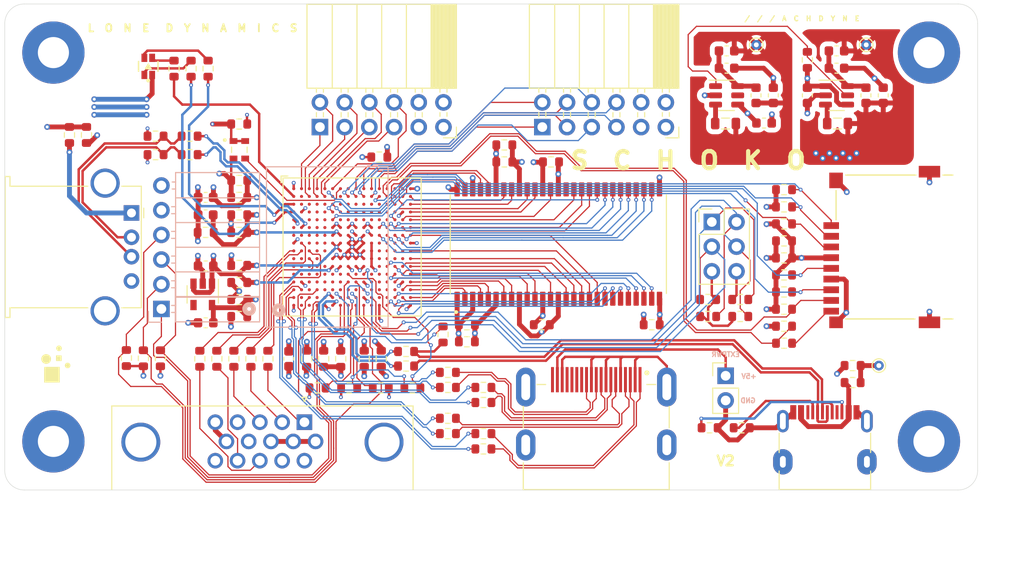
<source format=kicad_pcb>
(kicad_pcb (version 20211014) (generator pcbnew)
  (layers (0 "F.Cu" signal) (1 "In1.Cu" signal) (2 "In2.Cu" signal) (31 "B.Cu" signal) (34 "B.Paste" user) (35 "F.Paste" user) (36 "B.SilkS" user "B.Silkscreen") (37 "F.SilkS" user "F.Silkscreen") (38 "B.Mask" user) (39 "F.Mask" user) (44 "Edge.Cuts" user))
  (net 0 "")
  (net 1 "GND")
  (net 2 "/PWR5V0")
  (net 3 "Net-(L1-Pad1)")
  (net 4 "Net-(L2-Pad1)")
  (net 5 "Net-(FB1-Pad2)")
  (net 6 "Net-(J1-PadB5)")
  (net 7 "Net-(J1-PadA5)")
  (net 8 "/PWR2V5")
  (net 9 "/PWR1V1")
  (net 10 "/SD_DAT2")
  (net 11 "/USB1_DP")
  (net 23 "/CSPI_SCK")
  (net 24 "/CSPI_MISO")
  (net 25 "/CSPI_MOSI")
  (net 26 "/CSPI_SS")
  (net 33 "/VGA_HS_CONN")
  (net 34 "/VGA_VS_CONN")
  (net 36 "/JTAG_TCK")
  (net 37 "/JTAG_TDI")
  (net 38 "/JTAG_TDO")
  (net 39 "/JTAG_TMS")
  (net 40 "/USB1_DN")
  (net 43 "/INITN")
  (net 44 "/DONE")
  (net 46 "/SD_MOSI")
  (net 49 "/SD_SS")
  (net 50 "/SD_MISO")
  (net 51 "/SD_SCK")
  (net 53 "/PMOD_A10")
  (net 54 "/PMOD_A2")
  (net 55 "/PMOD_A3")
  (net 56 "/PMOD_A9")
  (net 57 "/PMOD_A8")
  (net 58 "/PMOD_A7")
  (net 59 "/PMOD_A1")
  (net 79 "/PMOD_A4")
  (net 80 "/PWR3V3")
  (net 86 "Net-(D1-Pad3)")
  (net 87 "Net-(D1-Pad2)")
  (net 92 "Net-(D1-Pad4)")
  (net 97 "Net-(FB2-Pad2)")
  (net 128 "/USB0_CONN_DP")
  (net 129 "/USB0_CONN_DN")
  (net 135 "/USB1_CONN_DP")
  (net 136 "/VGA_R")
  (net 137 "/VGA_G")
  (net 138 "/VGA_B")
  (net 139 "/SD_DAT1")
  (net 140 "Net-(J3-Pad9)")
  (net 141 "/USB1_CONN_DN")
  (net 144 "/USB0_DN")
  (net 145 "/USB0_DP")
  (net 154 "/LED_R")
  (net 155 "/LED_G")
  (net 159 "/LED_B")
  (net 160 "/CLK48")
  (net 161 "/VGA_R0")
  (net 162 "/VGA_G0")
  (net 163 "/VGA_B0")
  (net 175 "/D2_P")
  (net 176 "/D2_N")
  (net 177 "/D1_P")
  (net 178 "/D1_N")
  (net 179 "/D0_P")
  (net 180 "/D0_N")
  (net 181 "/CK_P")
  (net 182 "/CK_N")
  (net 183 "/DVI_D2_P")
  (net 184 "/DVI_D2_N")
  (net 185 "/DVI_D1_P")
  (net 186 "/DVI_D1_N")
  (net 187 "/DVI_D0_P")
  (net 188 "/DVI_D0_N")
  (net 189 "/DVI_CK_P")
  (net 190 "/DVI_CK_N")
  (net 193 "/USB0_DP_PU")
  (net 195 "/VGA_HS")
  (net 196 "/VGA_VS")
  (net 198 "Net-(R1-Pad2)")
  (net 200 "/DRAM_DQ0")
  (net 201 "/PMOD_B7")
  (net 202 "/PMOD_B8")
  (net 203 "/PMOD_B2")
  (net 204 "/PMOD_B9")
  (net 205 "/PMOD_B3")
  (net 206 "/PMOD_B10")
  (net 207 "/PMOD_B4")
  (net 208 "/PMOD_B1")
  (net 211 "/DRAM_DQ1")
  (net 212 "/DRAM_DQ2")
  (net 213 "/DRAM_DQ3")
  (net 214 "/DRAM_DQ4")
  (net 215 "/DRAM_DQ5")
  (net 216 "/DRAM_DQ6")
  (net 217 "/DRAM_DQ7")
  (net 218 "/DRAM_LDQM")
  (net 219 "/DRAM_WE")
  (net 220 "/DRAM_CAS")
  (net 221 "/DRAM_RAS")
  (net 222 "/DRAM_CS")
  (net 223 "/DRAM_BS0")
  (net 224 "/DRAM_BS1")
  (net 225 "/DRAM_A10")
  (net 226 "/DRAM_A0")
  (net 227 "/DRAM_A1")
  (net 228 "/DRAM_A2")
  (net 229 "/DRAM_A3")
  (net 230 "/DRAM_A4")
  (net 231 "/DRAM_A5")
  (net 232 "/DRAM_A6")
  (net 233 "/DRAM_A7")
  (net 234 "/DRAM_A8")
  (net 235 "/DRAM_A9")
  (net 236 "/DRAM_A11")
  (net 237 "/DRAM_A12")
  (net 238 "/DRAM_CKE")
  (net 239 "/DRAM_CLK")
  (net 240 "/DRAM_UDQM")
  (net 241 "/DRAM_DQ8")
  (net 242 "/DRAM_DQ9")
  (net 243 "/DRAM_DQ10")
  (net 244 "/DRAM_DQ11")
  (net 245 "/DRAM_DQ12")
  (net 246 "/DRAM_DQ13")
  (net 247 "/DRAM_DQ14")
  (net 248 "/DRAM_DQ15")
  (net 251 "/PWR1V1EN")
  (net 252 "Net-(C33-Pad2)")
  (net 253 "Net-(C34-Pad2)")
  (net 254 "/PROGRAMN")
  (net 255 "/RESET")
  (net 256 "/SD_CD")
  (footprint "Capacitor_SMD:C_0603_1608Metric" (layer "F.Cu") (at 120.65 126.95 180)
    (fp_text reference "C30" hide)
    (fp_text value "4.7uF" hide)
  )
  (footprint "Capacitor_SMD:C_0603_1608Metric" (layer "F.Cu") (at 120.65 132.8 180)
    (fp_text reference "C31" hide)
    (fp_text value "4.7uF" hide)
  )
  (footprint "KC2016:OSC_KC2016Z13.5600C1KX00" (layer "F.Cu") (at 124.1125 115)
    (fp_text reference "Y1" hide)
    (fp_text value "KC2016Z48" hide)
  )
  (footprint "Resistor_SMD:R_0603_1608Metric" (layer "F.Cu") (at 174.2 104.828 180)
    (fp_text reference "R43" hide)
    (fp_text value "100K" hide)
  )
  (footprint "TestPoint:TestPoint_THTPad_D1.0mm_Drill0.5mm" (layer "F.Cu") (at 177.25 104.2)
    (fp_text reference "TP2" hide)
    (fp_text value "TP_PWR1V1" hide)
  )
  (footprint "TestPoint:TestPoint_THTPad_D1.0mm_Drill0.5mm" (layer "F.Cu") (at 188.55 104.2)
    (fp_text reference "TP3" hide)
    (fp_text value "TP_PWR3V3" hide)
  )
  (footprint "Package_TO_SOT_SMD:SOT-23-6" (layer "F.Cu") (at 174.2 109.4)
    (fp_text reference "U3" hide)
    (fp_text value "TLV62568DDC" hide)
  )
  (footprint "Package_TO_SOT_SMD:SOT-23-6" (layer "F.Cu") (at 185.498 109.4)
    (fp_text reference "U4" hide)
    (fp_text value "TLV62568DDC" hide)
  )
  (footprint "Capacitor_SMD:C_0603_1608Metric" (layer "F.Cu") (at 178.05 112.25)
    (fp_text reference "C28" hide)
    (fp_text value "4.7uF" hide)
  )
  (footprint "Capacitor_SMD:C_0603_1608Metric" (layer "F.Cu") (at 182.5 109.4 -90)
    (fp_text reference "C29" hide)
    (fp_text value "4.7uF" hide)
  )
  (footprint "Capacitor_SMD:C_0603_1608Metric" (layer "F.Cu") (at 177.222 109.4 90)
    (fp_text reference "C33" hide)
    (fp_text value "10pF" hide)
  )
  (footprint "Capacitor_SMD:C_0603_1608Metric" (layer "F.Cu") (at 188.522 109.4 90)
    (fp_text reference "C34" hide)
    (fp_text value "10pF" hide)
  )
  (footprint "Capacitor_SMD:C_0603_1608Metric" (layer "F.Cu") (at 179 109.4 90)
    (fp_text reference "C36" hide)
    (fp_text value "10uF" hide)
  )
  (footprint "Capacitor_SMD:C_0603_1608Metric" (layer "F.Cu") (at 190.3 109.4 90)
    (fp_text reference "C37" hide)
    (fp_text value "10uF" hide)
  )
  (footprint "Resistor_SMD:R_0603_1608Metric" (layer "F.Cu") (at 185.498 106.606)
    (fp_text reference "R46" hide)
    (fp_text value "47K" hide)
  )
  (footprint "Resistor_SMD:R_0603_1608Metric" (layer "F.Cu") (at 185.498 104.828 180)
    (fp_text reference "R45" hide)
    (fp_text value "210K" hide)
  )
  (footprint "Resistor_SMD:R_0603_1608Metric" (layer "F.Cu") (at 174.2 106.606)
    (fp_text reference "R44" hide)
    (fp_text value "120K" hide)
  )
  (footprint "Package_TO_SOT_SMD:SOT-23-5" (layer "F.Cu") (at 120.35 129.875 -90)
    (fp_text reference "U5" hide)
    (fp_text value "TLV73325PDBV" hide)
  )
  (footprint "LD-LEDS:LED_RGB_0606_CHANZON" (layer "F.Cu") (at 114.75 106.42 180)
    (fp_text reference "D1" hide)
    (fp_text value "LED_RGB_ANODE" hide)
  )
  (footprint "LD-SDCARD:SDCARD" (layer "F.Cu") (at 195.45 125 90)
    (fp_text reference "J3" hide)
    (fp_text value "MICROSD" hide)
  )
  (footprint "Connector_Dsub:DSUB-15-HD_Female_Horizontal_P2.29x1.98mm_EdgePinOffset3.03mm_Housed_MountingHolesOffset4.94mm" (layer "F.Cu") (at 130.8 143.025)
    (fp_text reference "VGA1" hide)
    (fp_text value "DB15_Female_MountingHoles" hide)
  )
  (footprint "Connector_PinHeader_2.54mm:PinHeader_2x03_P2.54mm_Vertical" (layer "F.Cu") (at 172.675 122.425)
    (fp_text reference "JTAG1" hide)
    (fp_text value "Conn_02x03_Top_Bottom" hide)
  )
  (footprint "Capacitor_SMD:C_0603_1608Metric" (layer "F.Cu") (at 120.65 121.7 180)
    (fp_text reference "C35" hide)
    (fp_text value "22uF" hide)
  )
  (footprint "Resistor_SMD:R_0603_1608Metric" (layer "F.Cu") (at 145.05 134 -90)
    (fp_text reference "R6" hide)
    (fp_text value "1K5" hide)
  )
  (footprint "Resistor_SMD:R_0603_1608Metric" (layer "F.Cu") (at 127.05 136.5 90)
    (fp_text reference "R47" hide)
    (fp_text value "536R" hide)
  )
  (footprint "Resistor_SMD:R_0603_1608Metric" (layer "F.Cu") (at 149.2 141)
    (fp_text reference "R33" hide)
    (fp_text value "270R" hide)
  )
  (footprint "Resistor_SMD:R_0603_1608Metric" (layer "F.Cu") (at 187.15 137.2 180)
    (fp_text reference "C16" hide)
    (fp_text value "4.7uF" hide)
  )
  (footprint "Resistor_SMD:R_0603_1608Metric" (layer "F.Cu") (at 175.6 130.4 180)
    (fp_text reference "R28" hide)
    (fp_text value "4K7" hide)
  )
  (footprint "Resistor_SMD:R_0603_1608Metric" (layer "F.Cu") (at 147.5 134.75 180)
    (fp_text reference "C23" hide)
    (fp_text value "10uF" hide)
  )
  (footprint "Resistor_SMD:R_0603_1608Metric" (layer "F.Cu") (at 119 113.6)
    (fp_text reference "R13" hide)
    (fp_text value "22R" hide)
  )
  (footprint "LD-PMOD:PMOD_2x06_HOST" (layer "F.Cu") (at 167.955 112.665 -90)
    (fp_text reference "PMOD2" hide)
    (fp_text value "PMOD-Device-x2-Type-1A-GPIO" hide)
  )
  (footprint "Resistor_SMD:R_0603_1608Metric" (layer "F.Cu") (at 180.1 120.875)
    (fp_text reference "R20" hide)
    (fp_text value "20K" hide)
  )
  (footprint "Resistor_SMD:R_0603_1608Metric" (layer "F.Cu") (at 119 115.5)
    (fp_text reference "R14" hide)
    (fp_text value "22R" hide)
  )
  (footprint "Resistor_SMD:R_0603_1608Metric" (layer "F.Cu") (at 172.3 130.4 180)
    (fp_text reference "R26" hide)
    (fp_text value "4K7" hide)
  )
  (footprint "Resistor_SMD:R_0603_1608Metric" (layer "F.Cu") (at 180.1 134.9)
    (fp_text reference "R25" hide)
    (fp_text value "100R" hide)
  )
  (footprint "Resistor_SMD:R_0603_1608Metric" (layer "F.Cu") (at 132.15 139.5)
    (fp_text reference "R1" hide)
    (fp_text value "4K7" hide)
  )
  (footprint "Resistor_SMD:R_0603_1608Metric" (layer "F.Cu") (at 120.05 136.5 90)
    (fp_text reference "R41" hide)
    (fp_text value "100R" hide)
  )
  (footprint "LD-LOGO:ld-kicad" (layer "F.Cu") (at 105.1 137.1)
    (fp_text reference "G***" hide)
    (fp_text value "LOGO" hide)
  )
  (footprint "Resistor_SMD:R_0603_1608Metric" (layer "F.Cu") (at 124.1 132.15)
    (fp_text reference "C4" hide)
    (fp_text value "100nF" hide)
  )
  (footprint "Resistor_SMD:R_0603_1608Metric" (layer "F.Cu") (at 114.25 136.45 90)
    (fp_text reference "R11" hide)
    (fp_text value "10K" hide)
  )
  (footprint "Resistor_SMD:R_0603_1608Metric" (layer "F.Cu") (at 106.65 113.475 -90)
    (fp_text reference "FB2" hide)
    (fp_text value "Ferrite_Bead" hide)
  )
  (footprint "Resistor_SMD:R_0603_1608Metric" (layer "F.Cu") (at 180.1 131.4)
    (fp_text reference "R22" hide)
    (fp_text value "20K" hide)
  )
  (footprint "Resistor_SMD:R_0603_1608Metric" (layer "F.Cu") (at 108.4 113.475 -90)
    (fp_text reference "C17" hide)
    (fp_text value "10uF" hide)
  )
  (footprint "Resistor_SMD:R_0603_1608Metric" (layer "F.Cu") (at 147.5 133 180)
    (fp_text reference "C21" hide)
    (fp_text value "100nF" hide)
  )
  (footprint "Resistor_SMD:R_0603_1608Metric" (layer "F.Cu") (at 166.5 133)
    (fp_text reference "C19" hide)
    (fp_text value "100nF" hide)
  )
  (footprint "Connector_USB:USB_A_Stewart_SS-52100-001_Horizontal" (layer "F.Cu") (at 113.025 121.5 -90)
    (fp_text reference "J2" hide)
    (fp_text value "USB_A" hide)
  )
  (footprint "Resistor_SMD:R_0603_1608Metric" (layer "F.Cu") (at 141.25 137.25 180)
    (fp_text reference "R9" hide)
    (fp_text value "22R" hide)
  )
  (footprint "Resistor_SMD:R_0603_1608Metric" (layer "F.Cu") (at 145.55 144.2)
    (fp_text reference "R31" hide)
    (fp_text value "270R" hide)
  )
  (footprint "Resistor_SMD:R_0603_1608Metric" (layer "F.Cu") (at 180.1 133.15)
    (fp_text reference "R21" hide)
    (fp_text value "20K" hide)
  )
  (footprint "Resistor_SMD:R_0603_1608Metric" (layer "F.Cu") (at 115.5 113.6 180)
    (fp_text reference "R15" hide)
    (fp_text value "15K" hide)
  )
  (footprint "Resistor_SMD:R_0603_1608Metric" (layer "F.Cu") (at 123.55 136.5 90)
    (fp_text reference "R49" hide)
    (fp_text value "536R" hide)
  )
  (footprint "Resistor_SMD:R_0603_1608Metric" (layer "F.Cu") (at 132.78 136.5 90)
    (fp_text reference "C3" hide)
    (fp_text value "220nF" hide)
  )
  (footprint "Resistor_SMD:R_0603_1608Metric" (layer "F.Cu") (at 124.1 112.35)
    (fp_text reference "C27" hide)
    (fp_text value "100nF" hide)
  )
  (footprint "Resistor_SMD:R_0603_1608Metric" (layer "F.Cu") (at 182.5 105.75 90)
    (fp_text reference "R40" hide)
    (fp_text value "1K5" hide)
  )
  (footprint "Resistor_SMD:R_0603_1608Metric" (layer "F.Cu") (at 180.1 119.1)
    (fp_text reference "R23" hide)
    (fp_text value "20K" hide)
  )
  (footprint "Inductor_SMD:L_0805_2012Metric" (layer "F.Cu") (at 174.0875 112.3)
    (fp_text reference "L1" hide)
    (fp_text value "INDUCTOR" hide)
  )
  (footprint "MountingHole:MountingHole_3.2mm_M3_Pad" (layer "F.Cu") (at 105 145)
    (fp_text reference "H3" hide)
    (fp_text value "MountingHole_Pad" hide)
  )
  (footprint "MountingHole:MountingHole_3.2mm_M3_Pad" (layer "F.Cu") (at 105 105)
    (fp_text reference "H1" hide)
    (fp_text value "MountingHole_Pad" hide)
  )
  (footprint "LD-PMOD:PMOD_2x06_HOST" (layer "F.Cu") (at 145.095 112.665 -90)
    (fp_text reference "PMOD1" hide)
    (fp_text value "PMOD-Device-x2-Type-1A-GPIO" hide)
  )
  (footprint "MountingHole:MountingHole_3.2mm_M3_Pad" (layer "F.Cu") (at 195 145)
    (fp_text reference "H4" hide)
    (fp_text value "MountingHole_Pad" hide)
  )
  (footprint "LD-HDMI:HDMI_TE_1827059-3-FIXED" (layer "F.Cu") (at 160.8 143.65)
    (fp_text reference "J4" hide)
    (fp_text value "DDMI_A" hide)
  )
  (footprint "Resistor_SMD:R_0603_1608Metric" (layer "F.Cu") (at 175.6 132.15)
    (fp_text reference "R27" hide)
    (fp_text value "4K7" hide)
  )
  (footprint "LD-MEMORY:SOP80P1176X120-54N" (layer "F.Cu") (at 156.9 124.7 90)
    (fp_text reference "U2" hide)
    (fp_text value "W9825G6KH-6" hide)
  )
  (footprint "MountingHole:MountingHole_3.2mm_M3_Pad" (layer "F.Cu") (at 195 105)
    (fp_text reference "H2" hide)
    (fp_text value "MountingHole_Pad" hide)
  )
  (footprint "Resistor_SMD:R_0603_1608Metric" (layer "F.Cu") (at 145.55 142.625)
    (fp_text reference "R32" hide)
    (fp_text value "270R" hide)
  )
  (footprint "Resistor_SMD:R_0603_1608Metric" (layer "F.Cu") (at 151.35 114.5 180)
    (fp_text reference "C24" hide)
    (fp_text value "10uF" hide)
  )
  (footprint "Resistor_SMD:R_0603_1608Metric" (layer "F.Cu") (at 138.7 136.5 90)
    (fp_text reference "C1" hide)
    (fp_text value "220nF" hide)
  )
  (footprint "Resistor_SMD:R_0603_1608Metric" (layer "F.Cu") (at 124.1 128.65)
    (fp_text reference "C10" hide)
    (fp_text value "220nF" hide)
  )
  (footprint "Resistor_SMD:R_0603_1608Metric" (layer "F.Cu") (at 131.03 136.5 90)
    (fp_text reference "C14" hide)
    (fp_text value "1uF" hide)
  )
  (footprint "Resistor_SMD:R_0603_1608Metric" (layer "F.Cu") (at 172.45 143.6)
    (fp_text reference "R10" hide)
    (fp_text value "5K1" hide)
  )
  (footprint "Resistor_SMD:R_0603_1608Metric" (layer "F.Cu") (at 138.65 139.5 180)
    (fp_text reference "R2" hide)
    (fp_text value "4K7" hide)
  )
  (footprint "Resistor_SMD:R_0603_1608Metric" (layer "F.Cu") (at 124.1 118.15)
    (fp_text reference "C9" hide)
    (fp_text value "1uF" hide)
  )
  (footprint "Inductor_SMD:L_0805_2012Metric" (layer "F.Cu") (at 185.6 112.3)
    (fp_text reference "L2" hide)
    (fp_text value "INDUCTOR" hide)
  )
  (footprint "Resistor_SMD:R_0603_1608Metric" (layer "F.Cu") (at 124.1 123.5)
    (fp_text reference "C13" hide)
    (fp_text value "220nF" hide)
  )
  (footprint "Resistor_SMD:R_0603_1608Metric" (layer "F.Cu") (at 180.1 126.125 180)
    (fp_text reference "C26" hide)
    (fp_text value "100nF" hide)
  )
  (footprint "Resistor_SMD:R_0603_1608Metric" (layer "F.Cu") (at 124.1 121.7)
    (fp_text reference "C11" hide)
    (fp_text value "220nF" hide)
  )
  (footprint "Resistor_SMD:R_0603_1608Metric" (layer "F.Cu") (at 121.8 136.5 90)
    (fp_text reference "R42" hide)
    (fp_text value "100R" hide)
  )
  (footprint "Resistor_SMD:R_0603_1608Metric" (layer "F.Cu") (at 141.9 139.5 180)
    (fp_text reference "R7" hide)
    (fp_text value "51R" hide)
  )
  (footprint "Resistor_SMD:R_0603_1608Metric" (layer "F.Cu") (at 187.15 138.95 180)
    (fp_text reference "FB1" hide)
    (fp_text value "Ferrite_Bead" hide)
  )
  (footprint "Resistor_SMD:R_0603_1608Metric" (layer "F.Cu") (at 180.1 129.625)
    (fp_text reference "R17" hide)
    (fp_text value "20K" hide)
  )
  (footprint "Resistor_SMD:R_0603_1608Metric" (layer "F.Cu") (at 124.1 130.4)
    (fp_text reference "C5" hide)
    (fp_text value "220nF" hide)
  )
  (footprint "Capacitor_SMD:C_0603_1608Metric" (layer "F.Cu") (at 120.65 119.9 180)
    (fp_text reference "C38" hide)
    (fp_text value "22uF" hide)
  )
  (footprint "Resistor_SMD:R_0603_1608Metric" (layer "F.Cu") (at 180.1 127.875)
    (fp_text reference "R18" hide)
    (fp_text value "20K" hide)
  )
  (footprint "Resistor_SMD:R_0603_1608Metric" (layer "F.Cu") (at 141.25 135.75 180)
    (fp_text reference "R8" hide)
    (fp_text value "22R" hide)
  )
  (footprint "Resistor_SMD:R_0603_1608Metric" (layer "F.Cu") (at 172.3 132.15)
    (fp_text reference "R24" hide)
    (fp_text value "4K7" hide)
  )
  (footprint "TestPoint:TestPoint_THTPad_D1.0mm_Drill0.5mm" (layer "F.Cu") (at 189.85 137.2)
    (fp_text reference "TP1" hide)
    (fp_text value "TP_PWR5V0" hide)
  )
  (footprint "Resistor_SMD:R_0603_1608Metric" (layer "F.Cu") (at 136.95 136.5 90)
    (fp_text reference "C12" hide)
    (fp_text value "1uF" hide)
  )
  (footprint "Package_BGA:BGA-256_14.0x14.0mm_Layout16x16_P0.8mm_Ball0.45mm_Pad0.32mm_NSMD" (layer "F.Cu") (at 135.703355 125)
    (fp_text reference "U1" hide)
    (fp_text value "Lattice_ECP_FPGA_ECP5U_45_CABGA256" hide)
  )
  (footprint "Resistor_SMD:R_0603_1608Metric" (layer "F.Cu") (at 155.2 133)
    (fp_text reference "C22" hide)
    (fp_text value "100nF" hide)
  )
  (footprint "Resistor_SMD:R_0603_1608Metric" (layer "F.Cu") (at 116 136.45 90)
    (fp_text reference "R12" hide)
    (fp_text value "10K" hide)
  )
  (footprint "Connector_PinHeader_2.54mm:PinHeader_1x02_P2.54mm_Vertical" (layer "F.Cu") (at 174.1 138.25)
    (fp_text reference "EXTPWR1" hide)
    (fp_text value "Conn_01x02_Male" hide)
  )
  (footprint "Resistor_SMD:R_0603_1608Metric" (layer "F.Cu") (at 115.5 115.5 180)
    (fp_text reference "R16" hide)
    (fp_text value "15K" hide)
  )
  (footprint "Resistor_SMD:R_0603_1608Metric" (layer "F.Cu") (at 149.2 145.775)
    (fp_text reference "R29" hide)
    (fp_text value "270R" hide)
  )
  (footprint "Resistor_SMD:R_0603_1608Metric" (layer "F.Cu") (at 149.2 139.45)
    (fp_text reference "R34" hide)
    (fp_text value "270R" hide)
  )
  (footprint "Resistor_SMD:R_0603_1608Metric" (layer "F.Cu") (at 120.65 123.5)
    (fp_text reference "C15" hide)
    (fp_text value "1uF" hide)
  )
  (footprint "LD-CONNECTORS:USB_C_Receptacle_HRO_TYPE-C-31-M-12-BIG-PADS" (layer "F.Cu") (at 184.3 146.05)
    (fp_text reference "J1" hide)
    (fp_text value "TYPE-C-31-M-12-FIXED" hide)
  )
  (footprint "Resistor_SMD:R_0603_1608Metric" (layer "F.Cu") (at 119.15 106.65 -90)
    (fp_text reference "R39" hide)
    (fp_text value "536R" hide)
  )
  (footprint "Resistor_SMD:R_0603_1608Metric" (layer "F.Cu") (at 175.75 143.6)
    (fp_text reference "R5" hide)
    (fp_text value "5K1" hide)
  )
  (footprint "Resistor_SMD:R_0603_1608Metric" (layer "F.Cu") (at 180.1 124.375 180)
    (fp_text reference "C25" hide)
    (fp_text value "10uF" hide)
  )
  (footprint "Resistor_SMD:R_0603_1608Metric" (layer "F.Cu") (at 149.2 144.2)
    (fp_text reference "R30" hide)
    (fp_text value "270R" hide)
  )
  (footprint "Resistor_SMD:R_0603_1608Metric" (layer "F.Cu") (at 120.9 106.65 -90)
    (fp_text reference "R38" hide)
    (fp_text value "536R" hide)
  )
  (footprint "Resistor_SMD:R_0603_1608Metric" (layer "F.Cu") (at 125.3 136.5 90)
    (fp_text reference "R48" hide)
    (fp_text value "536R" hide)
  )
  (footprint "Capacitor_SMD:C_0603_1608Metric" (layer "F.Cu") (at 129.2 136.5 -90)
    (fp_text reference "C32" hide)
    (fp_text value "22uF" hide)
  )
  (footprint "Resistor_SMD:R_0603_1608Metric" (layer "F.Cu") (at 135.4 139.5)
    (fp_text reference "R3" hide)
    (fp_text value "4K7" hide)
  )
  (footprint "Resistor_SMD:R_0603_1608Metric" (layer "F.Cu") (at 151.35 116.25 180)
    (fp_text reference "C20" hide)
    (fp_text value "100nF" hide)
  )
  (footprint "Resistor_SMD:R_0603_1608Metric" (layer "F.Cu") (at 124.1 119.9)
    (fp_text reference "C7" hide)
    (fp_text value "220nF" hide)
  )
  (footprint "Resistor_SMD:R_0603_1608Metric" (layer "F.Cu") (at 138.5 115.75 180)
    (fp_text reference "C8" hide)
    (fp_text value "220nF" hide)
  )
  (footprint "Resistor_SMD:R_0603_1608Metric" (layer "F.Cu") (at 156.15 116.25 180)
    (fp_text reference "C18" hide)
    (fp_text value "100nF" hide)
  )
  (footprint "Resistor_SMD:R_0603_1608Metric" (layer "F.Cu") (at 180.1 122.625)
    (fp_text reference "R19" hide)
    (fp_text value "20K" hide)
  )
  (footprint "Resistor_SMD:R_0603_1608Metric" (layer "F.Cu") (at 134.53 136.5 90)
    (fp_text reference "C6" hide)
    (fp_text value "220nF" hide)
  )
  (footprint "Resistor_SMD:R_0603_1608Metric" (layer "F.Cu") (at 145.55 139.45)
    (fp_text reference "R35" hide)
    (fp_text value "270R" hide)
  )
  (footprint "Resistor_SMD:R_0603_1608Metric" (layer "F.Cu") (at 145.55 137.9)
    (fp_text reference "R36" hide)
    (fp_text value "270R" hide)
  )
  (footprint "Resistor_SMD:R_0603_1608Metric" (layer "F.Cu") (at 117.4 106.65 -90)
    (fp_text reference "R37" hide)
    (fp_text value "536R" hide)
  )
  (footprint "Resistor_SMD:R_0603_1608Metric" (layer "F.Cu") (at 124.1 126.9)
    (fp_text reference "C2" hide)
    (fp_text value "220nF" hide)
  )
  (footprint "Resistor_SMD:R_0603_1608Metric" (layer "F.Cu") (at 112.5 136.425 90)
    (fp_text reference "R4" hide)
    (fp_text value "1K" hide)
  )
  (footprint "LD-MODULES:MMOD_Host_Socket" (layer "B.Cu") (at 116.1 118.675 180)
    (fp_text reference "MMOD1" hide)
    (fp_text value "PMOD-Device-x1-Type-2-SPI" hide)
  )
  (footprint "LD-MODULES:LD-MMOD" (layer "B.Cu") (at 133.15 125 180)
    (fp_text reference "REF**" hide)
    (fp_text value "LD-MMOD" hide)
  )
  (gr_arc (start 100 102) (mid 100.585786 100.585786) (end 102 100) (layer "Edge.Cuts") (width 0.05))
  (gr_arc (start 198 100) (mid 199.414214 100.585786) (end 200 102) (layer "Edge.Cuts") (width 0.05))
  (gr_arc (start 102 150) (mid 100.585786 149.414214) (end 100 148) (layer "Edge.Cuts") (width 0.05))
  (gr_arc (start 200 148) (mid 199.414214 149.414214) (end 198 150) (layer "Edge.Cuts") (width 0.05))
  (gr_line (start 100 102) (end 100 148) (layer "Edge.Cuts") (width 0.05))
  (gr_line (start 102 150) (end 198 150) (layer "Edge.Cuts") (width 0.05))
  (gr_line (start 102 100) (end 198 100) (layer "Edge.Cuts") (width 0.05))
  (gr_line (start 200 102) (end 200 148) (layer "Edge.Cuts") (width 0.05))
  (gr_text "EXTPWR" (at 174.1 136.05) (layer "B.SilkS") (effects (font (size 0.5 0.5) (thickness 0.125)) (justify mirror)))
  (gr_text "GND" (at 176.4 140.8) (layer "B.SilkS") (effects (font (size 0.5 0.5) (thickness 0.125)) (justify mirror)))
  (gr_text "+5V" (at 176.5 138.3) (layer "B.SilkS") (effects (font (size 0.5 0.5) (thickness 0.125)) (justify mirror)))
  (gr_text "S  C  H  O  K  O" (at 170.25 116.1) (layer "F.SilkS") (effects (font (size 1.75 1.75) (thickness 0.4375))))
  (gr_text "/  /  /  A  C  H  D  Y  N  E" (at 181.95 101.5) (layer "F.SilkS") (effects (font (size 0.5 0.5) (thickness 0.125))))
  (gr_text "L  O  N  E   D  Y  N  A  M  I  C  S" (at 119.3 102.48) (layer "F.SilkS") (effects (font (size 0.75 0.75) (thickness 0.1875))))
  (gr_text "V2" (at 174.1 147) (layer "F.SilkS") (effects (font (size 1 1) (thickness 0.25))))
  (segment (start 156.9 119.08) (end 156.9 116.325) (width 0.5) (layer "F.Cu") (net 1))
  (segment (start 119.85 118.85) (end 119.85 119.875) (width 0.5) (layer "F.Cu") (net 1))
  (segment (start 136.95 138.3) (end 136.95 137.325) (width 0.5) (layer "F.Cu") (net 1))
  (segment (start 152.9 116.975) (end 152.175 116.25) (width 0.5) (layer "F.Cu") (net 1))
  (segment (start 195.05 118.35) (end 195.05 117.25) (width 0.5) (layer "F.Cu") (net 1))
  (segment (start 135.702637 125.799282) (end 135.702637 125.800718) (width 0.25) (layer "F.Cu") (net 1))
  (segment (start 173.0625 109.4) (end 171.95 109.4) (width 0.5) (layer "F.Cu") (net 1))
  (segment (start 139.325 115.75) (end 139.325 114.725) (width 0.5) (layer "F.Cu") (net 1))
  (segment (start 135.304073 123.8) (end 135.703355 124.199282) (width 0.25) (layer "F.Cu") (net 1))
  (segment (start 163.5 136.3) (end 162.15 136.3) (width 0.25) (layer "F.Cu") (net 1))
  (segment (start 108.4 114.3) (end 108.7 114.3) (width 0.5) (layer "F.Cu") (net 1))
  (segment (start 124.1 129.575) (end 123.275 130.4) (width 0.5) (layer "F.Cu") (net 1))
  (segment (start 190.3 108.55) (end 189.4 107.65) (width 0.5) (layer "F.Cu") (net 1))
  (segment (start 174.775 130.4) (end 175.215 129.96) (width 0.25) (layer "F.Cu") (net 1))
  (segment (start 123.275 126.9) (end 123.275 125.875) (width 0.5) (layer "F.Cu") (net 1))
  (segment (start 161.8 136.65) (end 161.8 138.65) (width 0.25) (layer "F.Cu") (net 1))
  (segment (start 129.655 145.005) (end 131.945 145.005) (width 0.5) (layer "F.Cu") (net 1))
  (segment (start 134.102637 125.799282) (end 134.102637 125.800718) (width 0.25) (layer "F.Cu") (net 1))
  (segment (start 135.703355 125) (end 135.303355 124.6) (width 0.25) (layer "F.Cu") (net 1))
  (segment (start 138.503355 132.403355) (end 138.7 132.6) (width 0.25) (layer "F.Cu") (net 1))
  (segment (start 136.903355 124.6) (end 136.9 124.6) (width 0.25) (layer "F.Cu") (net 1))
  (segment (start 188.356 106.606) (end 189.4 107.65) (width 0.5) (layer "F.Cu") (net 1))
  (segment (start 123.275 125.875) (end 123.3 125.85) (width 0.5) (layer "F.Cu") (net 1))
  (segment (start 174.1 140.79) (end 174.1 142.775) (width 0.5) (layer "F.Cu") (net 1))
  (segment (start 148.1 119.08) (end 148.1 117.9) (width 0.5) (layer "F.Cu") (net 1))
  (segment (start 153.15 116.25) (end 152.175 116.25) (width 0.5) (layer "F.Cu") (net 1))
  (segment (start 129.703355 124.596645) (end 130.1 124.2) (width 0.25) (layer "F.Cu") (net 1))
  (segment (start 156.9 116.325) (end 156.975 116.25) (width 0.5) (layer "F.Cu") (net 1))
  (segment (start 150.5 130.999545) (end 150.5 130.32) (width 0.5) (layer "F.Cu") (net 1))
  (segment (start 157.6 136.3) (end 157.3 136.6) (width 0.25) (layer "F.Cu") (net 1))
  (segment (start 179.275 126.125) (end 179.275 124.375) (width 0.5) (layer "F.Cu") (net 1))
  (segment (start 118.85 132.8) (end 119.8625 132.8) (width 0.5) (layer "F.Cu") (net 1))
  (segment (start 114.675 115.5) (end 114.675 116.3) (width 0.25) (layer "F.Cu") (net 1))
  (segment (start 136.503355 125) (end 136.903355 124.6) (width 0.25) (layer "F.Cu") (net 1))
  (segment (start 130.503355 121.4) (end 130.503355 121.396645) (width 0.25) (layer "F.Cu") (net 1))
  (segment (start 136.5 125.003355) (end 136.103355 125.4) (width 0.25) (layer "F.Cu") (net 1))
  (segment (start 173.275 143.675) (end 174.45 144.85) (width 0.5) (layer "F.Cu") (net 1))
  (segment (start 123.275 116.1375) (end 123.5125 115.9) (width 0.25) (layer "F.Cu") (net 1))
  (segment (start 124.1 129.55) (end 124.1 129.575) (width 0.5) (layer "F.Cu") (net 1))
  (segment (start 174.45 144.85) (end 175.325 144.85) (width 0.5) (layer "F.Cu") (net 1))
  (segment (start 123.275 128.65) (end 123.275 128.725) (width 0.5) (layer "F.Cu") (net 1))
  (segment (start 134.102637 125.799282) (end 134.503355 126.2) (width 0.25) (layer "F.Cu") (net 1))
  (segment (start 178.85 112.2375) (end 178.8375 112.25) (width 0.5) (layer "F.Cu") (net 1))
  (segment (start 129.703355 131.546645) (end 129.7 131.55) (width 0.25) (layer "F.Cu") (net 1))
  (segment (start 123.275 118.15) (end 123.275 116.1375) (width 0.25) (layer "F.Cu") (net 1))
  (segment (start 160.6 136.3) (end 157.6 136.3) (width 0.25) (layer "F.Cu") (net 1))
  (segment (start 162.15 136.3) (end 160.6 136.3) (width 0.25) (layer "F.Cu") (net 1))
  (segment (start 123.25 133.2) (end 123.25 132.175) (width 0.5) (layer "F.Cu") (net 1))
  (segment (start 136.502637 125.799282) (end 136.103355 125.4) (width 0.25) (layer "F.Cu") (net 1))
  (segment (start 186.325 137.275) (end 185.55 138.05) (width 0.5) (layer "F.Cu") (net 1))
  (segment (start 124.9 111.4) (end 124.9 112.325) (width 0.25) (layer "F.Cu") (net 1))
  (segment (start 175.215 129.96) (end 175.215 127.505) (width 0.25) (layer "F.Cu") (net 1))
  (segment (start 129.7 118.996645) (end 129.703355 119) (width 0.25) (layer "F.Cu") (net 1))
  (segment (start 129.703355 131) (end 129.703355 131.546645) (width 0.25) (layer "F.Cu") (net 1))
  (segment (start 148.499545 133) (end 150.5 130.999545) (width 0.5) (layer "F.Cu") (net 1))
  (segment (start 186.55 119.25) (end 185.45 118.15) (width 0.5) (layer "F.Cu") (net 1))
  (segment (start 130.503355 128.603355) (end 130.9 129) (width 0.25) (layer "F.Cu") (net 1))
  (segment (start 165.15 136.3) (end 167.1 136.3) (width 0.25) (layer "F.Cu") (net 1))
  (segment (start 136.5 124.2) (end 136.503355 124.2) (width 0.25) (layer "F.Cu") (net 1))
  (segment (start 123.25 132.175) (end 123.275 132.15) (width 0.5) (layer "F.Cu") (net 1))
  (segment (start 165.675 131.95) (end 165.675 133) (width 0.5) (layer "F.Cu") (net 1))
  (segment (start 157.3 136.6) (end 157.3 138.65) (width 0.25) (layer "F.Cu") (net 1))
  (segment (start 163.3 136.5) (end 163.3 138.65) (width 0.25) (layer "F.Cu") (net 1))
  (segment (start 135.303355 125.4) (end 135.703355 125) (width 0.25) (layer "F.Cu") (net 1))
  (segment (start 114.675 113.6) (end 114.675 112.8) (width 0.25) (layer "F.Cu") (net 1))
  (segment (start 134.55 138.25) (end 134.55 137.345) (width 0.5) (layer "F.Cu") (net 1))
  (segment (start 146.5 119.08) (end 145.83 119.08) (width 0.5) (layer "F.Cu") (net 1))
  (segment (start 136.9 124.6) (end 136.5 124.2) (width 0.25) (layer "F.Cu") (net 1))
  (segment (start 136.5 125) (end 136.5 125.003355) (width 0.25) (layer "F.Cu") (net 1))
  (segment (start 130.503355 121.396645) (end 130.9 121) (width 0.25) (layer "F.Cu") (net 1))
  (segment (start 152.9 119.08) (end 152.9 116.975) (width 0.5) (layer "F.Cu") (net 1))
  (segment (start 168.05 137.25) (end 168.05 139.41) (width 0.25) (layer "F.Cu") (net 1))
  (segment (start 135.303355 124.599282) (end 135.703355 124.199282) (width 0.25) (layer "F.Cu") (net 1))
  (segment (start 135.703355 124.199282) (end 135.703355 124.2) (width 0.25) (layer "F.Cu") (net 1))
  (segment (start 136.504073 125.799282) (end 136.903355 125.4) (width 0.25) (layer "F.Cu") (net 1))
  (segment (start 186.55 119.35) (end 186.55 119.25) (width 0.5) (layer "F.Cu") (net 1))
  (segment (start 182.5 110.1875) (end 183.2875 109.4) (width 0.5) (layer "F.Cu") (net 1))
  (segment (start 135.303355 125.4) (end 135.702637 125.799282) (width 0.25) (layer "F.Cu") (net 1))
  (segment (start 132.903355 131.003355) (end 133.3 131.4) (width 0.25) (layer "F.Cu") (net 1))
  (segment (start 186.5 131.75) (end 185.5 132.75) (width 0.5) (layer "F.Cu") (net 1))
  (segment (start 119.825 123.5) (end 119.825 124.375) (width 0.5) (layer "F.Cu") (net 1))
  (segment (start 162.15 136.3) (end 161.8 136.65) (width 0.25) (layer "F.Cu") (net 1))
  (segment (start 148.325 133.875) (end 148.325 134.75) (width 0.5) (layer "F.Cu") (net 1))
  (segment (start 119.85 126.9375) (end 119.8625 126.95) (width 0.5) (layer "F.Cu") (net 1))
  (segment (start 123.275 123.5) (end 123.275 121.7) (width 0.5) (layer "F.Cu") (net 1))
  (segment (start 134.902637 125.799282) (end 135.303355 126.2) (width 0.25) (layer "F.Cu") (net 1))
  (segment (start 141.303355 131.4) (end 141.703355 131) (width 0.25) (layer "F.Cu") (net 1))
  (segment (start 137.3 130.6) (end 137.3 130.596645) (width 0.25) (layer "F.Cu") (net 1))
  (segment (start 195.05 131.65) (end 195.05 132.75) (width 0.5) (layer "F.Cu") (net 1))
  (segment (start 129.2 137.275) (end 129.2 138.3) (width 0.5) (layer "F.Cu") (net 1))
  (segment (start 141.703355 124.6) (end 142.35 124.6) (width 0.25) (layer "F.Cu") (net 1))
  (segment (start 140.503355 121.8) (end 140.903355 121.4) (width 0.25) (layer "F.Cu") (net 1))
  (segment (start 136.503355 124.2) (end 136.903355 123.8) (width 0.25) (layer "F.Cu") (net 1))
  (segment (start 141.3 131.4) (end 141.303355 131.4) (width 0.25) (layer "F.Cu") (net 1))
  (segment (start 119.875 121.7) (end 119.875 123.45) (width 0.5) (layer "F.Cu") (net 1))
  (segment (start 160.6 136.3) (end 160.3 136.6) (width 0.25) (layer "F.Cu") (net 1))
  (segment (start 137.3 128.996645) (end 136.903355 128.6) (width 0.25) (layer "F.Cu") (net 1))
  (segment (start 155.3 130.32) (end 155.3 132.075) (width 0.5) (layer "F.Cu") (net 1))
  (segment (start 137.3 129) (end 137.3 128.996645) (width 0.25) (layer "F.Cu") (net 1))
  (segment (start 135.702637 125.799282) (end 136.103355 126.2) (width 0.25) (layer "F.Cu") (net 1))
  (segment (start 164.8 136.65) (end 165.15 136.3) (width 0.25) (layer "F.Cu") (net 1))
  (segment (start 129.7 118.4) (end 129.7 118.996645) (width 0.25) (layer "F.Cu") (net 1))
  (segment (start 167.3 119.08) (end 167.3 117.85) (width 0.5) (layer "F.Cu") (net 1))
  (segment (start 179.3 143.6) (end 179.98 142.92) (width 0.5) (layer "F.Cu") (net 1))
  (segment (start 134.902637 125.800718) (end 134.503355 126.2) (width 0.25) (layer "F.Cu") (net 1))
  (segment (start 129.703355 124.6) (end 129.703355 124.596645) (width 0.25) (layer "F.Cu") (net 1))
  (segment (start 132.78 137.325) (end 134.53 137.325) (width 0.5) (layer "F.Cu") (net 1))
  (segment (start 182.5 110.1875) (end 182.5 111.25) (width 0.5) (layer "F.Cu") (net 1))
  (segment (start 138.503355 131) (end 138.503355 132.403355) (width 0.25) (layer "F.Cu") (net 1))
  (segment (start 176.575 143.6) (end 179.3 143.6) (width 0.5) (layer "F.Cu") (net 1))
  (segment (start 134.55 137.345) (end 134.53 137.325) (width 0.5) (layer "F.Cu") (net 1))
  (segment (start 119.85 119.875) (end 119.875 119.9) (width 0.5) (layer "F.Cu") (net 1))
  (segment (start 140.503355 129) (end 140.903355 128.6) (width 0.25) (layer "F.Cu") (net 1))
  (segment (start 132.903355 131) (end 132.903355 131.003355) (width 0.25) (layer "F.Cu") (net 1))
  (segment (start 135.303355 123.8) (end 135.304073 123.8) (width 0.25) (layer "F.Cu") (net 1))
  (segment (start 138.7 137.8) (end 139.2 138.3) (width 0.5) (layer "F.Cu") (net 1))
  (segment (start 122.575 117.45) (end 123.275 118.15) (width 0.5) (layer "F.Cu") (net 1))
  (segment (start 138.7 137.325) (end 138.7 137.8) (width 0.5) (layer "F.Cu") (net 1))
  (segment (start 136.103355 122.999282) (end 135.703355 122.599282) (width 0.25) (layer "F.Cu") (net 1))
  (segment (start 140.5 121.8) (end 140.503355 121.8) (width 0.25) (layer "F.Cu") (net 1))
  (segment (start 120.35 127.4375) (end 119.8625 126.95) (width 0.5) (layer "F.Cu") (net 1))
  (segment (start 160.3 136.6) (end 160.3 138.65) (width 0.25) (layer "F.Cu") (net 1))
  (segment (start 135.301919 125.4) (end 134.902637 125.799282) (width 0.25) (layer "F.Cu") (net 1))
  (segment (start 148.325 133) (end 148.325 133.875) (width 0.5) (layer "F.Cu") (net 1))
  (segment (start 134.102637 125.800718) (end 133.703355 126.2) (width 0.25) (layer "F.Cu") (net 1))
  (segment (start 186.5 131.75) (end 186.5 128.55) (width 0.5) (layer "F.Cu") (net 1))
  (segment (start 165.15 136.3) (end 163.5 136.3) (width 0.25) (layer "F.Cu") (net 1))
  (segment (start 134.902637 125.799282) (end 134.902637 125.800718) (width 0.25) (layer "F.Cu") (net 1))
  (segment (start 121.64 143.025) (end 121.64 143.86) (width 0.5) (layer "F.Cu") (net 1))
  (segment (start 163.5 136.3) (end 163.3 136.5) (width 0.25) (layer "F.Cu") (net 1))
  (segment (start 179 107.6) (end 179 108.6125) (width 0.5) (layer "F.Cu") (net 1))
  (segment (start 120.35 128.775) (end 120.35 127.4375) (width 0.5) (layer "F.Cu") (net 1))
  (segment (start 136.103355 123) (end 136.103355 122.999282) (width 0.25) (layer "F.Cu") (net 1))
  (segment (start 119.875 123.45) (end 119.825 123.5) (width 0.5) (layer "F.Cu") (net 1))
  (segment (start 136.502637 125.799282) (end 136.903355 126.2) (width 0.25) (layer "F.Cu") (net 1))
  (segment (start 175.325 144.85) (end 176.575 143.6) (width 0.5) (layer "F.Cu") (net 1))
  (segment (start 119.875 119.9) (end 119.875 121.7) (width 0.5) (layer "F.Cu") (net 1))
  (segment (start 135.703355 124.2) (end 136.103355 124.6) (width 0.25) (layer "F.Cu") (net 1))
  (segment (start 131 137.355) (end 131.03 137.325) (width 0.5) (layer "F.Cu") (net 1))
  (segment (start 136.103355 124.596645) (end 136.5 124.2) (width 0.25) (layer "F.Cu") (net 1))
  (segment (start 135.303355 122.999282) (end 135.703355 122.599282) (width 0.25) (layer "F.Cu") (net 1))
  (segment (start 183.2875 109.4) (end 184.3605 109.4) (width 0.5) (layer "F.Cu") (net 1))
  (segment (start 135.303355 124.6) (end 135.303355 124.599282) (width 0.25) (layer "F.Cu") (net 1))
  (segment (start 154.375 133) (end 155.3 132.075) (width 0.5) (layer "F.Cu") (net 1))
  (segment (start 167.1 136.3) (end 168.05 137.25) (width 0.25) (layer "F.Cu") (net 1))
  (segment (start 173.275 143.6) (end 173.275 143.675) (width 0.5) (layer "F.Cu") (net 1))
  (segment (start 135.703355 125) (end 136.103355 125.4) (width 0.25) (layer "F.Cu") (net 1))
  (segment (start 135.702637 125.800718) (end 135.303355 126.2) (width 0.25) (layer "F.Cu") (net 1))
  (segment (start 121.64 143.86) (end 122.785 145.005) (width 0.5) (layer "F.Cu") (net 1))
  (segment (start 136.103355 124.6) (end 136.103355 124.596645) (width 0.25) (layer "F.Cu") (net 1))
  (segment (start 145.83 119.08) (end 145.6 118.85) (width 0.5) (layer "F.Cu") (net 1))
  (segment (start 178.006 106.606) (end 179 107.6) (width 0.5) (layer "F.Cu") (net 1))
  (segment (start 187.55 142.005) (end 187.705 142.005) (width 0.5) (layer "F.Cu") (net 1))
  (segment (start 178.85 111.35) (end 178.85 112.2375) (width 0.5) (layer "F.Cu") (net 1))
  (segment (start 141.703355 119) (end 142.4 119) (width 0.25) (layer "F.Cu") (net 1))
  (segment (start 136.5 125) (end 136.503355 125) (width 0.25) (layer "F.Cu") (net 1))
  (segment (start 135.703355 125) (end 136.103355 124.6) (width 0.25) (layer "F.Cu") (net 1))
  (segment (start 135.303355 123) (end 135.303355 122.999282) (width 0.25) (layer "F.Cu") (net 1))
  (segment (start 140.5 129) (end 140.503355 129) (width 0.25) (layer "F.Cu") (net 1))
  (segment (start 135.303355 125.4) (end 135.301919 125.4) (width 0.25) (layer "F.Cu") (net 1))
  (segment (start 119.85 125.9) (end 119.85 126.9375) (width 0.5) (layer "F.Cu") (net 1))
  (segment (start 123.275 128.725) (end 124.1 129.55) (width 0.5) (layer "F.Cu") (net 1))
  (segment (start 179.275 126.125) (end 178.3 126.125) (width 0.5) (layer "F.Cu") (net 1))
  (segment (start 136.502637 125.799282) (end 136.502637 125.800718) (width 0.25) (layer "F.Cu") (net 1))
  (segment (start 119.825 124.375) (end 119.85 124.4) (width 0.5) (layer "F.Cu") (net 1))
  (segment (start 152.175 114.5) (end 152.175 116.25) (width 0.5) (layer "F.Cu") (net 1))
  (segment (start 123.275 119.9) (end 123.275 118.15) (width 0.5) (layer "F.Cu") (net 1))
  (segment (start 136.502637 125.799282) (end 136.504073 125.799282) (width 0.25) (layer "F.Cu") (net 1))
  (segment (start 186.325 137.2) (end 186.325 137.275) (width 0.5) (layer "F.Cu") (net 1))
  (segment (start 179.98 142.92) (end 180.135 142.92) (width 0.5) (layer "F.Cu") (net 1))
  (segment (start 186.25 128.3) (end 184.95 128.3) (width 0.5) (layer "F.Cu") (net 1))
  (segment (start 186.5 128.55) (end 186.25 128.3) (width 0.5) (layer "F.Cu") (net 1))
  (segment (start 180.135 142.92) (end 181.05 142.005) (width 0.5) (layer "F.Cu") (net 1))
  (segment (start 139.325 114.725) (end 139.3 114.7) (width 0.5) (layer "F.Cu") (net 1))
  (segment (start 148.325 133) (end 148.499545 133) (width 0.5) (layer "F.Cu") (net 1))
  (segment (start 164.8 136.65) (end 164.8 138.65) (width 0.25) (layer "F.Cu") (net 1))
  (segment (start 190.3 108.6125) (end 190.3 108.55) (width 0.5) (layer "F.Cu") (net 1))
  (segment (start 186.2855 106.606) (end 188.356 106.606) (width 0.5) (layer "F.Cu") (net 1))
  (segment (start 108.7 114.3) (end 109.5 113.5) (width 0.5) (layer "F.Cu") (net 1))
  (segment (start 131 138.25) (end 131 137.355) (width 0.5) (layer "F.Cu") (net 1))
  (segment (start 174.9875 106.606) (end 178.006 106.606) (width 0.5) (layer "F.Cu") (net 1))
  (segment (start 137.3 130.596645) (end 136.903355 130.2) (width 0.25) (layer "F.Cu") (net 1))
  (segment (start 187.705 142.005) (end 188.62 142.92) (width 0.5) (layer "F.Cu") (net 1))
  (segment (start 185.5 132.75) (end 185.45 132.75) (width 0.5) (layer "F.Cu") (net 1))
  (segment (start 127.365 145.005) (end 129.655 145.005) (width 0.5) (layer "F.Cu") (net 1))
  (segment (start 174.1 142.775) (end 173.275 143.6) (width 0.5) (layer "F.Cu") (net 1))
  (segment (start 122.05 117.45) (end 122.575 117.45) (width 0.5) (layer "F.Cu") (net 1))
  (segment (start 124.9 112.325) (end 124.925 112.35) (width 0.25) (layer "F.Cu") (net 1))
  (segment (start 136.502637 125.800718) (end 136.103355 126.2) (width 0.25) (layer "F.Cu") (net 1))
  (via (at 138.7 132.6) (size 0.4) (drill 0.2) (layers "F.Cu" "B.Cu") (net 1))
  (via (at 137.3 130.6) (size 0.4) (drill 0.2) (layers "F.Cu" "B.Cu") (net 1))
  (via (at 114.675 112.8) (size 0.4) (drill 0.2) (layers "F.Cu" "B.Cu") (net 1))
  (via (at 124.9 111.4) (size 0.4) (drill 0.2) (layers "F.Cu" "B.Cu") (net 1))
  (via (at 186.5 131.75) (size 0.6) (drill 0.3) (layers "F.Cu" "B.Cu") (net 1))
  (via (at 123.25 133.2) (size 0.6) (drill 0.3) (layers "F.Cu" "B.Cu") (net 1))
  (via (at 171.95 109.4) (size 0.6) (drill 0.3) (layers "F.Cu" "B.Cu") (net 1))
  (via (at 136.5 124.2) (size 0.4) (drill 0.2) (layers "F.Cu" "B.Cu") (net 1))
  (via (at 123.3 125.85) (size 0.6) (drill 0.3) (layers "F.Cu" "B.Cu") (net 1))
  (via (at 137.3 129) (size 0.4) (drill 0.2) (layers "F.Cu" "B.Cu") (net 1))
  (via (at 109.5 113.5) (size 0.6) (drill 0.3) (layers "F.Cu" "B.Cu") (net 1))
  (via (at 119.85 125.9) (size 0.6) (drill 0.3) (layers "F.Cu" "B.Cu") (net 1))
  (via (at 122.05 117.45) (size 0.6) (drill 0.3) (layers "F.Cu" "B.Cu") (net 1))
  (via (at 124.1 129.55) (size 0.6) (drill 0.3) (layers "F.Cu" "B.Cu") (net 1))
  (via (at 114.675 116.3) (size 0.4) (drill 0.2) (layers "F.Cu" "B.Cu") (net 1))
  (via (at 148.325 133.875) (size 0.6) (drill 0.3) (layers "F.Cu" "B.Cu") (net 1))
  (via (at 167.3 117.85) (size 0.6) (drill 0.3) (layers "F.Cu" "B.Cu") (net 1))
  (via (at 179 107.6) (size 0.6) (drill 0.3) (layers "F.Cu" "B.Cu") (net 1))
  (via (at 139.3 114.7) (size 0.6) (drill 0.3) (layers "F.Cu" "B.Cu") (net 1))
  (via (at 123.25 122.6) (size 0.6) (drill 0.3) (layers "F.Cu" "B.Cu") (net 1))
  (via (at 134.55 138.25) (size 0.6) (drill 0.3) (layers "F.Cu" "B.Cu") (net 1))
  (via (at 119.85 124.4) (size 0.6) (drill 0.3) (layers "F.Cu" "B.Cu") (net 1))
  (via (at 136.95 138.3) (size 0.6) (drill 0.3) (layers "F.Cu" "B.Cu") (net 1))
  (via (at 142.4 119) (size 0.6) (drill 0.3) (layers "F.Cu" "B.Cu") (net 1))
  (via (at 135.702637 125.799282) (size 0.4) (drill 0.2) (layers "F.Cu" "B.Cu") (net 1))
  (via (at 134.902637 125.799282) (size 0.4) (drill 0.2) (layers "F.Cu" "B.Cu") (net 1))
  (via (at 135.703355 125) (size 0.4) (drill 0.2) (layers "F.Cu" "B.Cu") (net 1))
  (via (at 133.3 131.4) (size 0.4) (drill 0.2) (layers "F.Cu" "B.Cu") (net 1))
  (via (at 195.05 131.65) (size 0.6) (drill 0.3) (layers "F.Cu" "B.Cu") (net 1))
  (via (at 140.5 129) (size 0.4) (drill 0.2) (layers "F.Cu" "B.Cu") (net 1))
  (via (at 136.502637 125.799282) (size 0.4) (drill 0.2) (layers "F.Cu" "B.Cu") (net 1))
  (via (at 134.102637 125.799282) (size 0.4) (drill 0.2) (layers "F.Cu" "B.Cu") (net 1))
  (via (at 135.703355 124.199282) (size 0.4) (drill 0.2) (layers "F.Cu" "B.Cu") (net 1))
  (via (at 129.7 131.55) (size 0.4) (drill 0.2) (layers "F.Cu" "B.Cu") (net 1))
  (via (at 118.85 132.8) (size 0.6) (drill 0.3) (layers "F.Cu" "B.Cu") (net 1))
  (via (at 130.9 129) (size 0.4) (drill 0.2) (layers "F.Cu" "B.Cu") (net 1))
  (via (at 156.9 117.5) (size 0.6) (drill 0.3) (layers "F.Cu" "B.Cu") (net 1))
  (via (at 155.3 132.075) (size 0.6) (drill 0.3) (layers "F.Cu" "B.Cu") (net 1))
  (via (at 178.85 111.35) (size 0.6) (drill 0.3) (layers "F.Cu" "B.Cu") (net 1))
  (via (at 145.6 118.85) (size 0.6) (drill 0.3) (layers "F.Cu" "B.Cu") (net 1))
  (via (at 148.1 117.9) (size 0.6) (drill 0.3) (layers "F.Cu" "B.Cu") (net 1))
  (via (at 165.675 131.95) (size 0.6) (drill 0.3) (layers "F.Cu" "B.Cu") (net 1))
  (via (at 153.15 116.25) (size 0.6) (drill 0.3) (layers "F.Cu" "B.Cu") (net 1))
  (via (at 185.55 138.05) (size 0.6) (drill 0.3) (layers "F.Cu" "B.Cu") (net 1))
  (via (at 130.9 121) (size 0.4) (drill 0.2) (layers "F.Cu" "B.Cu") (net 1))
  (via (at 178.3 126.125) (size 0.6) (drill 0.3) (layers "F.Cu" "B.Cu") (net 1))
  (via (at 131 138.25) (size 0.6) (drill 0.3) (layers "F.Cu" "B.Cu") (net 1))
  (via (at 139.2 138.3) (size 0.6) (drill 0.3) (layers "F.Cu" "B.Cu") (net 1))
  (via (at 141.3 131.4) (size 0.4) (drill 0.2) (layers "F.Cu" "B.Cu") (net 1))
  (via (at 186.55 119.35) (size 0.6) (drill 0.3) (layers "F.Cu" "B.Cu") (net 1))
  (via (at 195.05 118.35) (size 0.6) (drill 0.3) (layers "F.Cu" "B.Cu") (net 1))
  (via (at 189.4 107.65) (size 0.6) (drill 0.3) (layers "F.Cu" "B.Cu") (net 1))
  (via (at 182.5 111.25) (size 0.6) (drill 0.3) (layers "F.Cu" "B.Cu") (net 1))
  (via (at 129.7 118.4) (size 0.4) (drill 0.2) (layers "F.Cu" "B.Cu") (net 1))
  (via (at 129.2 138.3) (size 0.6) (drill 0.3) (layers "F.Cu" "B.Cu") (net 1))
  (via (at 130.1 124.2) (size 0.4) (drill 0.2) (layers "F.Cu" "B.Cu") (net 1))
  (via (at 135.703355 122.599282) (size 0.4) (drill 0.2) (layers "F.Cu" "B.Cu") (net 1))
  (via (at 119.85 118.85) (size 0.6) (drill 0.3) (layers "F.Cu" "B.Cu") (net 1))
  (via (at 140.5 121.8) (size 0.4) (drill 0.2) (layers "F.Cu" "B.Cu") (net 1))
  (via (at 142.35 124.6) (size 0.4) (drill 0.2) (layers "F.Cu" "B.Cu") (net 1))
  (segment (start 182.6625 108.45) (end 182.5 108.6125) (width 0.5) (layer "F.Cu") (net 2))
  (segment (start 156.8 136.35) (end 156.8 138.65) (width 0.25) (layer "F.Cu") (net 2))
  (segment (start 177.2625 112.1625) (end 176.35 111.25) (width 0.5) (layer "F.Cu") (net 2))
  (segment (start 185.5 110) (end 185.85 110.35) (width 0.5) (layer "F.Cu") (net 2))
  (segment (start 184.3605 108.45) (end 182.6625 108.45) (width 0.5) (layer "F.Cu") (net 2))
  (segment (start 182.5 108.6125) (end 182.5 107.65) (width 0.5) (layer "F.Cu") (net 2))
  (segment (start 185.85 110.35) (end 186.6355 110.35) (width 0.5) (layer "F.Cu") (net 2))
  (segment (start 104.36 112.65) (end 106.65 112.65) (width 0.5) (layer "F.Cu") (net 2))
  (segment (start 187.975 137.2) (end 189.85 137.2) (width 0.5) (layer "F.Cu") (net 2))
  (segment (start 177.2625 112.25) (end 177.2625 112.1625) (width 0.5) (layer "F.Cu") (net 2))
  (segment (start 175.45 110.35) (end 176.35 111.25) (width 0.5) (layer "F.Cu") (net 2))
  (segment (start 173.3125 135.55) (end 174.1 136.3375) (width 0.25) (layer "F.Cu") (net 2))
  (segment (start 156.8 136.35) (end 157.6 135.55) (width 0.25) (layer "F.Cu") (net 2))
  (segment (start 184.3605 108.45) (end 184.814783 108.45) (width 0.5) (layer "F.Cu") (net 2))
  (segment (start 184.814783 108.45) (end 185.5 109.135217) (width 0.5) (layer "F.Cu") (net 2))
  (segment (start 187.975 137.2) (end 187.975 138.95) (width 0.5) (layer "F.Cu") (net 2))
  (segment (start 185.5 109.135217) (end 185.5 110) (width 0.5) (layer "F.Cu") (net 2))
  (segment (start 175.3375 110.35) (end 175.45 110.35) (width 0.5) (layer "F.Cu") (net 2))
  (segment (start 157.6 135.55) (end 173.3125 135.55) (width 0.25) (layer "F.Cu") (net 2))
  (segment (start 174.1 136.3375) (end 174.1 138.25) (width 0.25) (layer "F.Cu") (net 2))
  (segment (start 106.65 112.65) (end 108.4 112.65) (width 0.5) (layer "F.Cu") (net 2))
  (segment (start 182.5 107.65) (end 182.5 106.575) (width 0.5) (layer "F.Cu") (net 2))
  (via (at 104.36 112.65) (size 0.6) (drill 0.3) (layers "F.Cu" "B.Cu") (net 2))
  (via (at 176.35 111.25) (size 0.6) (drill 0.3) (layers "F.Cu" "B.Cu") (net 2))
  (via (at 182.5 107.65) (size 0.6) (drill 0.3) (layers "F.Cu" "B.Cu") (net 2))
  (segment (start 173.0625 110.35) (end 173.0625 112.2625) (width 0.5) (layer "F.Cu") (net 3))
  (segment (start 173.0625 112.2625) (end 173.025 112.3) (width 0.5) (layer "F.Cu") (net 3))
  (segment (start 184.5375 110.527) (end 184.3605 110.35) (width 0.5) (layer "F.Cu") (net 4))
  (segment (start 184.5375 112.3) (end 184.5375 110.527) (width 0.5) (layer "F.Cu") (net 4))
  (segment (start 186.75 142.005) (end 186.75 139.375) (width 0.5) (layer "F.Cu") (net 5))
  (segment (start 186.75 142.72395) (end 186.75 142.005) (width 0.5) (layer "F.Cu") (net 5))
  (segment (start 181.85 142.005) (end 181.85 142.72395) (width 0.5) (layer "F.Cu") (net 5))
  (segment (start 182.605081 143.479031) (end 185.994919 143.479031) (width 0.5) (layer "F.Cu") (net 5))
  (segment (start 186.75 139.375) (end 186.325 138.95) (width 0.5) (layer "F.Cu") (net 5))
  (segment (start 185.994919 143.479031) (end 186.75 142.72395) (width 0.5) (layer "F.Cu") (net 5))
  (segment (start 181.85 142.72395) (end 182.605081 143.479031) (width 0.5) (layer "F.Cu") (net 5))
  (segment (start 171.6 142.65) (end 171.6 143.575) (width 0.25) (layer "F.Cu") (net 6))
  (segment (start 171.6 143.575) (end 171.625 143.6) (width 0.25) (layer "F.Cu") (net 6))
  (segment (start 186.05 142.005) (end 186.05 140.95) (width 0.25) (layer "F.Cu") (net 6))
  (via (at 171.6 142.65) (size 0.4) (drill 0.2) (layers "F.Cu" "B.Cu") (net 6))
  (via (at 186.05 140.95) (size 0.4) (drill 0.2) (layers "F.Cu" "B.Cu") (net 6))
  (segment (start 177.05 142.65) (end 178.75 140.95) (width 0.25) (layer "B.Cu") (net 6))
  (segment (start 178.75 140.95) (end 186.05 140.95) (width 0.25) (layer "B.Cu") (net 6))
  (segment (start 171.6 142.65) (end 177.05 142.65) (width 0.25) (layer "B.Cu") (net 6))
  (segment (start 183.05 142.005) (end 183.05 141.130978) (width 0.25) (layer "F.Cu") (net 7))
  (segment (start 175.464283 143.6) (end 174.925 143.6) (width 0.25) (layer "F.Cu") (net 7))
  (segment (start 183.05 141.130978) (end 182.769022 140.85) (width 0.25) (layer "F.Cu") (net 7))
  (segment (start 182.769022 140.85) (end 178.214283 140.85) (width 0.25) (layer "F.Cu") (net 7))
  (segment (start 178.214283 140.85) (end 175.464283 143.6) (width 0.25) (layer "F.Cu") (net 7))
  (segment (start 124.07548 131.24952) (end 124.07548 131.30048) (width 0.5) (layer "F.Cu") (net 8))
  (segment (start 124.07548 131.24952) (end 124.925 130.4) (width 0.5) (layer "F.Cu") (net 8))
  (segment (start 121.4375 131.1125) (end 121.3 130.975) (width 0.5) (layer "F.Cu") (net 8))
  (segment (start 125.8 130.4) (end 124.925 130.4) (width 0.5) (layer "F.Cu") (net 8))
  (segment (start 124.07548 131.30048) (end 124.925 132.15) (width 0.5) (layer "F.Cu") (net 8))
  (segment (start 121.4375 132.8) (end 121.4375 131.1125) (width 0.5) (layer "F.Cu") (net 8))
  (segment (start 134.104073 127.399282) (end 134.503355 127) (width 0.25) (layer "F.Cu") (net 8))
  (segment (start 121.57452 131.24952) (end 124.07548 131.24952) (width 0.5) (layer "F.Cu") (net 8))
  (segment (start 121.3 130.975) (end 121.57452 131.24952) (width 0.5) (layer "F.Cu") (net 8))
  (segment (start 134.102637 127.399282) (end 134.104073 127.399282) (width 0.25) (layer "F.Cu") (net 8))
  (segment (start 137.7 123.8) (end 137.3 123.4) (width 0.25) (layer "F.Cu") (net 8))
  (segment (start 137.703355 123.8) (end 137.7 123.8) (width 0.25) (layer "F.Cu") (net 8))
  (via (at 137.3 123.4) (size 0.4) (drill 0.2) (layers "F.Cu" "B.Cu") (net 8))
  (via (at 125.8 130.4) (size 0.6) (drill 0.3) (layers "F.Cu" "B.Cu") (net 8))
  (via (at 134.102637 127.399282) (size 0.4) (drill 0.2) (layers "F.Cu" "B.Cu") (net 8))
  (segment (start 122.45 124.75) (end 123.675 124.75) (width 0.5) (layer "F.Cu") (net 9))
  (segment (start 124.925 121.7) (end 125.9 121.7) (width 0.5) (layer "F.Cu") (net 9))
  (segment (start 131.05 134.75) (end 131.05 135.655) (width 0.5) (layer "F.Cu") (net 9))
  (segment (start 121.425 121.7) (end 121.425 123.45) (width 0.5) (layer "F.Cu") (net 9))
  (segment (start 123.675 124.75) (end 124.925 123.5) (width 0.5) (layer "F.Cu") (net 9))
  (segment (start 133.703355 123.8) (end 133.703355 123.799282) (width 0.25) (layer "F.Cu") (net 9))
  (segment (start 135.702637 127.399282) (end 135.303355 127) (width 0.25) (layer "F.Cu") (net 9))
  (segment (start 121.475 123.5) (end 121.475 123.775) (width 0.5) (layer "F.Cu") (net 9))
  (segment (start 177.222 110.1875) (end 177.222 110.228) (width 0.5) (layer "F.Cu") (net 9))
  (segment (start 136.504073 127.399282) (end 136.903355 127) (width 0.25) (layer "F.Cu") (net 9))
  (segment (start 134.102637 123.4) (end 134.103355 123.4) (width 0.25) (layer "F.Cu") (net 9))
  (segment (start 124.925 123.5) (end 124.925 121.7) (width 0.5) (layer "F.Cu") (net 9))
  (segment (start 129.2 135.725) (end 129.2 134.7) (width 0.5) (layer "F.Cu") (net 9))
  (segment (start 132.78 135.675) (end 132.78 134.7) (width 0.5) (layer "F.Cu") (net 9))
  (segment (start 131.05 135.655) (end 131.03 135.675) (width 0.5) (layer "F.Cu") (net 9))
  (segment (start 136.502637 127.399282) (end 136.504073 127.399282) (width 0.25) (layer "F.Cu") (net 9))
  (segment (start 136.502637 127.399282) (end 136.103355 127) (width 0.25) (layer "F.Cu") (net 9))
  (segment (start 134.103355 123.4) (end 134.503355 123.8) (width 0.25) (layer "F.Cu") (net 9))
  (segment (start 121.425 123.45) (end 121.475 123.5) (width 0.5) (layer "F.Cu") (net 9))
  (segment (start 133.703355 123.799282) (end 134.102637 123.4) (width 0.25) (layer "F.Cu") (net 9))
  (segment (start 121.475 123.775) (end 122.45 124.75) (width 0.5) (layer "F.Cu") (net 9))
  (segment (start 136.1 123.8) (end 135.7 123.4) (width 0.25) (layer "F.Cu") (net 9))
  (segment (start 134.53 135.675) (end 134.53 134.7) (width 0.5) (layer "F.Cu") (net 9))
  (segment (start 136.103355 123.8) (end 136.1 123.8) (width 0.25) (layer "F.Cu") (net 9))
  (segment (start 124.925 123.5) (end 125.9 123.5) (width 0.5) (layer "F.Cu") (net 9))
  (via (at 134.53 134.7) (size 0.6) (drill 0.3) (layers "F.Cu" "B.Cu") (net 9))
  (via (at 132.78 134.75) (size 0.6) (drill 0.3) (layers "F.Cu" "B.Cu") (net 9))
  (via (at 125.9 123.5) (size 0.6) (drill 0.3) (layers "F.Cu" "B.Cu") (net 9))
  (via (at 131.05 134.75) (size 0.6) (drill 0.3) (layers "F.Cu" "B.Cu") (net 9))
  (via (at 136.502637 127.399282) (size 0.4) (drill 0.2) (layers "F.Cu" "B.Cu") (net 9))
  (via (at 135.702637 127.399282) (size 0.4) (drill 0.2) (layers "F.Cu" "B.Cu") (net 9))
  (via (at 129.2 134.7) (size 0.6) (drill 0.3) (layers "F.Cu" "B.Cu") (net 9))
  (via (at 125.9 121.7) (size 0.6) (drill 0.3) (layers "F.Cu" "B.Cu") (net 9))
  (via (at 134.102637 123.4) (size 0.4) (drill 0.2) (layers "F.Cu" "B.Cu") (net 9))
  (via (at 135.7 123.4) (size 0.4) (drill 0.2) (layers "F.Cu" "B.Cu") (net 9))
  (segment (start 125.9 123.5) (end 134.002637 123.5) (width 0.25) (layer "B.Cu") (net 9))
  (segment (start 134.002637 123.5) (end 134.102637 123.4) (width 0.25) (layer "B.Cu") (net 9))
  (segment (start 181.8 119.1) (end 180.925 119.1) (width 0.125) (layer "F.Cu") (net 10))
  (segment (start 138.5 119.8) (end 138.1 120.2) (width 0.125) (layer "F.Cu") (net 10))
  (segment (start 181.8 119.1) (end 184.95 122.25) (width 0.125) (layer "F.Cu") (net 10))
  (segment (start 184.95 122.25) (end 184.95 122.8) (width 0.125) (layer "F.Cu") (net 10))
  (segment (start 138.503355 119.8) (end 138.5 119.8) (width 0.125) (layer "F.Cu") (net 10))
  (via (at 181.8 119.1) (size 0.4) (drill 0.2) (layers "F.Cu" "B.Cu") (net 10))
  (via (at 138.1 120.2) (size 0.4) (drill 0.2) (layers "F.Cu" "B.Cu") (net 10))
  (segment (start 147.360542 118.50192) (end 149.55 118.50192) (width 0.125) (layer "B.Cu") (net 10))
  (segment (start 146.409103 117.550481) (end 147.360542 118.50192) (width 0.125) (layer "B.Cu") (net 10))
  (segment (start 138.988504 120.2) (end 141.637063 117.551441) (width 0.125) (layer "B.Cu") (net 10))
  (segment (start 143.45 117.551441) (end 143.45096 117.550481) (width 0.125) (layer "B.Cu") (net 10))
  (segment (start 181.201922 118.501922) (end 181.8 119.1) (width 0.125) (layer "B.Cu") (net 10))
  (segment (start 149.55 118.50192) (end 181.201922 118.501922) (width 0.125) (layer "B.Cu") (net 10))
  (segment (start 143.45096 117.550481) (end 146.409103 117.550481) (width 0.125) (layer "B.Cu") (net 10))
  (segment (start 138.1 120.2) (end 138.988504 120.2) (width 0.125) (layer "B.Cu") (net 10))
  (segment (start 141.637063 117.551441) (end 143.45 117.551441) (width 0.125) (layer "B.Cu") (net 10))
  (segment (start 130.9 122.6) (end 130.9 122.603355) (width 0.25) (layer "F.Cu") (net 11))
  (segment (start 130.9 122.603355) (end 130.503355 123) (width 0.25) (layer "F.Cu") (net 11))
  (segment (start 120.7 113.6) (end 119.825 113.6) (width 0.25) (layer "F.Cu") (net 11))
  (via (at 130.9 122.6) (size 0.4) (drill 0.2) (layers "F.Cu" "B.Cu") (net 11))
  (via (at 120.7 113.6) (size 0.4) (drill 0.2) (layers "F.Cu" "B.Cu") (net 11))
  (segment (start 128.582844 120.8) (end 124.082844 116.3) (width 0.25) (layer "B.Cu") (net 11))
  (segment (start 122.577633 115.958135) (end 122.577633 115.074988) (width 0.25) (layer "B.Cu") (net 11))
  (segment (start 124.082844 116.3) (end 122.919498 116.3) (width 0.25) (layer "B.Cu") (net 11))
  (segment (start 121.45 114.35) (end 120.7 113.6) (width 0.25) (layer "B.Cu") (net 11))
  (segment (start 130.9 122.6) (end 129.1 120.8) (width 0.25) (layer "B.Cu") (net 11))
  (segment (start 121.852645 114.35) (end 121.45 114.35) (width 0.25) (layer "B.Cu") (net 11))
  (segment (start 129.1 120.8) (end 128.582844 120.8) (width 0.25) (layer "B.Cu") (net 11))
  (segment (start 122.577633 115.074988) (end 121.852645 114.35) (width 0.25) (layer "B.Cu") (net 11))
  (segment (start 122.919498 116.3) (end 122.577633 115.958135) (width 0.25) (layer "B.Cu") (net 11))
  (segment (start 135.85 141.15) (end 134.04856 142.95144) (width 0.125) (layer "F.Cu") (net 23))
  (segment (start 112.5 135.6) (end 112.5 133.98) (width 0.125) (layer "F.Cu") (net 23))
  (segment (start 137.45 141.15) (end 135.85 141.15) (width 0.125) (layer "F.Cu") (net 23))
  (segment (start 137.55 133.3) (end 137.55 135.25) (width 0.125) (layer "F.Cu") (net 23))
  (segment (start 114.28 132.2) (end 114.28 125.575) (width 0.125) (layer "F.Cu") (net 23))
  (segment (start 137.8 135.5) (end 137.8 138) (width 0.125) (layer "F.Cu") (net 23))
  (segment (start 137.8 138) (end 138.7 138.9) (width 0.125) (layer "F.Cu") (net 23))
  (segment (start 116.098086 139.35) (end 112.95 139.35) (width 0.125) (layer "F.Cu") (net 23))
  (segment (start 136.450366 128.947011) (end 136.450366 132.200366) (width 0.125) (layer "F.Cu") (net 23))
  (segment (start 137.55 135.25) (end 137.8 135.5) (width 0.125) (layer "F.Cu") (net 23))
  (segment (start 118.301442 146.810064) (end 118.301441 141.553355) (width 0.125) (layer "F.Cu") (net 23))
  (segment (start 111.7 138.1) (end 111.7 136.4) (width 0.125) (layer "F.Cu") (net 23))
  (segment (start 134.04856 142.95144) (end 134.048559 143.65) (width 0.125) (layer "F.Cu") (net 23))
  (segment (start 120.689935 149.198557) (end 118.301442 146.810064) (width 0.125) (layer "F.Cu") (net 23))
  (segment (start 136.450366 132.200366) (end 137.55 133.3) (width 0.125) (layer "F.Cu") (net 23))
  (segment (start 134.049519 143.65096) (end 134.049519 147.059103) (width 0.125) (layer "F.Cu") (net 23))
  (segment (start 134.049519 147.059103) (end 131.910064 149.198558) (width 0.125) (layer "F.Cu") (net 23))
  (segment (start 118.301441 141.553355) (end 116.098086 139.35) (width 0.125) (layer "F.Cu") (net 23))
  (segment (start 134.048559 143.65) (end 134.049519 143.65096) (width 0.125) (layer "F.Cu") (net 23))
  (segment (start 129.296646 149.198559) (end 120.689935 149.198557) (width 0.125) (layer "F.Cu") (net 23))
  (segment (start 138.7 138.9) (end 138.7 139.9) (width 0.125) (layer "F.Cu") (net 23))
  (segment (start 112.5 133.98) (end 114.28 132.2) (width 0.125) (layer "F.Cu") (net 23))
  (segment (start 131.910064 149.198558) (end 129.296646 149.198559) (width 0.125) (layer "F.Cu") (net 23))
  (segment (start 111.7 136.4) (end 112.5 135.6) (width 0.125) (layer "F.Cu") (net 23))
  (segment (start 138.7 139.9) (end 137.45 141.15) (width 0.125) (layer "F.Cu") (net 23))
  (segment (start 114.28 125.575) (end 116.1 123.755) (width 0.125) (layer "F.Cu") (net 23))
  (segment (start 136.103355 128.6) (end 136.450366 128.947011) (width 0.125) (layer "F.Cu") (net 23))
  (segment (start 112.95 139.35) (end 111.7 138.1) (width 0.125) (layer "F.Cu") (net 23))
  (segment (start 121 148.45) (end 119.05 146.5) (width 0.125) (layer "F.Cu") (net 24))
  (segment (start 133.3 143.1) (end 133.3 146.75) (width 0.125) (layer "F.Cu") (net 24))
  (segment (start 130.2 140) (end 133.3 143.1) (width 0.125) (layer "F.Cu") (net 24))
  (segment (start 116 135.625) (end 117.55 134.075) (width 0.125) (layer "F.Cu") (net 24))
  (segment (start 134.503355 131) (end 134.503355 131.796645) (width 0.125) (layer "F.Cu") (net 24))
  (segment (start 134.5 131.8) (end 134.5 133.35) (width 0.125) (layer "F.Cu") (net 24))
  (segment (start 134.150957 133.699043) (end 131.150957 133.699043) (width 0.125) (layer "F.Cu") (net 24))
  (segment (start 119.05 146.5) (end 119.05 138.675) (width 0.125) (layer "F.Cu") (net 24))
  (segment (start 134.503355 131.796645) (end 134.5 131.8) (width 0.125) (layer "F.Cu") (net 24))
  (segment (start 134.5 133.35) (end 134.150957 133.699043) (width 0.125) (layer "F.Cu") (net 24))
  (segment (start 130.2 134.65) (end 130.2 140) (width 0.125) (layer "F.Cu") (net 24))
  (segment (start 117.55 127.745) (end 116.1 126.295) (width 0.125) (layer "F.Cu") (net 24))
  (segment (start 119.05 138.675) (end 116 135.625) (width 0.125) (layer "F.Cu") (net 24))
  (segment (start 131.150957 133.699043) (end 130.2 134.65) (width 0.125) (layer "F.Cu") (net 24))
  (segment (start 133.3 146.75) (end 131.6 148.45) (width 0.125) (layer "F.Cu") (net 24))
  (segment (start 131.6 148.45) (end 121 148.45) (width 0.125) (layer "F.Cu") (net 24))
  (segment (start 117.55 134.075) (end 117.55 127.745) (width 0.125) (layer "F.Cu") (net 24))
  (segment (start 135.303355 133.696645) (end 134.787011 134.212989) (width 0.125) (layer "F.Cu") (net 25))
  (segment (start 120.79329 148.949038) (end 118.550961 146.706709) (width 0.125) (layer "F.Cu") (net 25))
  (segment (start 116.20096 139.1) (end 115.6 139.1) (width 0.125) (layer "F.Cu") (net 25))
  (segment (start 132.1 134.691261) (end 132.1 138.25) (width 0.125) (layer "F.Cu") (net 25))
  (segment (start 118.55096 141.45) (end 116.20096 139.1) (width 0.125) (layer "F.Cu") (net 25))
  (segment (start 115.05 138.55) (end 115.05 136.4) (width 0.125) (layer "F.Cu") (net 25))
  (segment (start 115.6 139.1) (end 115.05 138.55) (width 0.125) (layer "F.Cu") (net 25))
  (segment (start 133.8 145.7) (end 133.8 146.955748) (width 0.125) (layer "F.Cu") (net 25))
  (segment (start 132.1 138.25) (end 132.35 138.5) (width 0.125) (layer "F.Cu") (net 25))
  (segment (start 133.799039 145.699039) (end 133.8 145.7) (width 0.125) (layer "F.Cu") (net 25))
  (segment (start 133.79904 142.893292) (end 133.799039 143.100001) (width 0.125) (layer "F.Cu") (net 25))
  (segment (start 135.303355 131) (end 135.303355 133.696645) (width 0.125) (layer "F.Cu") (net 25))
  (segment (start 114.275 135.625) (end 114.25 135.625) (width 0.125) (layer "F.Cu") (net 25))
  (segment (start 131.806709 148.949039) (end 120.79329 148.949038) (width 0.125) (layer "F.Cu") (net 25))
  (segment (start 114.25 133.27) (end 114.66 132.86) (width 0.125) (layer "F.Cu") (net 25))
  (segment (start 132.35 141.444252) (end 133.79904 142.893292) (width 0.125) (layer "F.Cu") (net 25))
  (segment (start 114.25 135.625) (end 114.25 133.27) (width 0.125) (layer "F.Cu") (net 25))
  (segment (start 114.66 132.86) (end 114.66 130.275) (width 0.125) (layer "F.Cu") (net 25))
  (segment (start 134.787011 134.212989) (end 132.578272 134.212989) (width 0.125) (layer "F.Cu") (net 25))
  (segment (start 132.578272 134.212989) (end 132.1 134.691261) (width 0.125) (layer "F.Cu") (net 25))
  (segment (start 133.799039 143.100001) (end 133.799039 145.699039) (width 0.125) (layer "F.Cu") (net 25))
  (segment (start 133.8 146.955748) (end 131.806709 148.949039) (width 0.125) (layer "F.Cu") (net 25))
  (segment (start 132.35 138.5) (end 132.35 141.444252) (width 0.125) (layer "F.Cu") (net 25))
  (segment (start 114.66 130.275) (end 116.1 128.835) (width 0.125) (layer "F.Cu") (net 25))
  (segment (start 118.550961 146.706709) (end 118.55096 141.45) (width 0.125) (layer "F.Cu") (net 25))
  (segment (start 115.05 136.4) (end 114.275 135.625) (width 0.125) (layer "F.Cu") (net 25))
  (segment (start 132.489824 133.948563) (end 131.85048 134.587907) (width 0.125) (layer "F.Cu") (net 26))
  (segment (start 134.698563 133.948563) (end 132.489824 133.948563) (width 0.125) (layer "F.Cu") (net 26))
  (segment (start 120.896645 148.699519) (end 118.80048 146.603354) (width 0.125) (layer "F.Cu") (net 26))
  (segment (start 132.10048 138.603354) (end 132.10048 141.547606) (width 0.125) (layer "F.Cu") (net 26))
  (segment (start 131.496645 148.699519) (end 120.896645 148.699519) (width 0.125) (layer "F.Cu") (net 26))
  (segment (start 115.3 135) (end 116.1 134.2) (width 0.125) (layer "F.Cu") (net 26))
  (segment (start 132.10048 141.547606) (end 133.54952 142.996646) (width 0.125) (layer "F.Cu") (net 26))
  (segment (start 116.1 134.2) (end 116.1 131.375) (width 0.125) (layer "F.Cu") (net 26))
  (segment (start 115.5 136.35) (end 115.3 136.15) (width 0.125) (layer "F.Cu") (net 26))
  (segment (start 134.9 129.003355) (end 134.9 133.747126) (width 0.125) (layer "F.Cu") (net 26))
  (segment (start 131.85048 138.353354) (end 132.10048 138.603354) (width 0.125) (layer "F.Cu") (net 26))
  (segment (start 131.703354 148.69952) (end 131.496645 148.699519) (width 0.125) (layer "F.Cu") (net 26))
  (segment (start 116.372126 136.35) (end 115.5 136.35) (width 0.125) (layer "F.Cu") (net 26))
  (segment (start 115.3 136.15) (end 115.3 135) (width 0.125) (layer "F.Cu") (net 26))
  (segment (start 133.54952 142.996646) (end 133.549519 146.853355) (width 0.125) (layer "F.Cu") (net 26))
  (segment (start 118.80048 146.603354) (end 118.80048 138.778354) (width 0.125) (layer "F.Cu") (net 26))
  (segment (start 118.80048 138.778354) (end 116.372126 136.35) (width 0.125) (layer "F.Cu") (net 26))
  (segment (start 135.303355 128.6) (end 134.9 129.003355) (width 0.125) (layer "F.Cu") (net 26))
  (segment (start 133.549519 146.853355) (end 131.703354 148.69952) (width 0.125) (layer "F.Cu") (net 26))
  (segment (start 134.9 133.747126) (end 134.698563 133.948563) (width 0.125) (layer "F.Cu") (net 26))
  (segment (start 131.85048 134.587907) (end 131.85048 138.353354) (width 0.125) (layer "F.Cu") (net 26))
  (segment (start 122.942989 146.558834) (end 122.942989 147.592989) (width 0.125) (layer "F.Cu") (net 33))
  (segment (start 125.232989 147.972011) (end 126.22 146.985) (width 0.125) (layer "F.Cu") (net 33))
  (segment (start 120.05 137.325) (end 120.05 143.665845) (width 0.125) (layer "F.Cu") (net 33))
  (segment (start 122.942989 147.592989) (end 123.322011 147.972011) (width 0.125) (layer "F.Cu") (net 33))
  (segment (start 123.322011 147.972011) (end 125.232989 147.972011) (width 0.125) (layer "F.Cu") (net 33))
  (segment (start 120.05 143.665845) (end 122.942989 146.558834) (width 0.125) (layer "F.Cu") (net 33))
  (segment (start 123.93 144.73) (end 123.93 146.985) (width 0.125) (layer "F.Cu") (net 34))
  (segment (start 122.942989 138.467989) (end 122.942989 143.742989) (width 0.125) (layer "F.Cu") (net 34))
  (segment (start 122.942989 143.742989) (end 123.93 144.73) (width 0.125) (layer "F.Cu") (net 34))
  (segment (start 121.8 137.325) (end 122.942989 138.467989) (width 0.125) (layer "F.Cu") (net 34))
  (segment (start 174.1 121) (end 172.675 122.425) (width 0.125) (layer "F.Cu") (net 36))
  (segment (start 136.903355 131) (end 136.903355 132.253355) (width 0.125) (layer "F.Cu") (net 36))
  (segment (start 136.903355 132.253355) (end 138.6 133.95) (width 0.125) (layer "F.Cu") (net 36))
  (segment (start 138.6 133.95) (end 142.5 133.95) (width 0.125) (layer "F.Cu") (net 36))
  (segment (start 177 122.2) (end 175.8 121) (width 0.125) (layer "F.Cu") (net 36))
  (segment (start 177 129.825) (end 177 122.2) (width 0.125) (layer "F.Cu") (net 36))
  (segment (start 175.8 121) (end 174.1 121) (width 0.125) (layer "F.Cu") (net 36))
  (segment (start 176.425 130.4) (end 177 129.825) (width 0.125) (layer "F.Cu") (net 36))
  (via (at 142.5 133.95) (size 0.4) (drill 0.2) (layers "F.Cu" "B.Cu") (net 36))
  (segment (start 171.4 130.95) (end 167 135.35) (width 0.125) (layer "B.Cu") (net 36))
  (segment (start 143.9 132.55) (end 142.5 133.95) (width 0.125) (layer "B.Cu") (net 36))
  (segment (start 172.675 122.425) (end 171.4 123.7) (width 0.125) (layer "B.Cu") (net 36))
  (segment (start 167 135.35) (end 153.1 135.35) (width 0.125) (layer "B.Cu") (net 36))
  (segment (start 150.3 132.55) (end 143.9 132.55) (width 0.125) (layer "B.Cu") (net 36))
  (segment (start 153.1 135.35) (end 150.3 132.55) (width 0.125) (layer "B.Cu") (net 36))
  (segment (start 171.4 123.7) (end 171.4 130.95) (width 0.125) (layer "B.Cu") (net 36))
  (segment (start 140.35 133.4) (end 141 132.75) (width 0.125) (layer "F.Cu") (net 37))
  (segment (start 137.703355 130.2) (end 138.15 130.646645) (width 0.125) (layer "F.Cu") (net 37))
  (segment (start 138.85 133.4) (end 140.35 133.4) (width 0.125) (layer "F.Cu") (net 37))
  (segment (start 173.125 132.15) (end 173.95 131.325) (width 0.125) (layer "F.Cu") (net 37))
  (segment (start 173.95 123.69) (end 175.215 122.425) (width 0.125) (layer "F.Cu") (net 37))
  (segment (start 138.15 132.7) (end 138.85 133.4) (width 0.125) (layer "F.Cu") (net 37))
  (segment (start 138.15 130.646645) (end 138.15 132.7) (width 0.125) (layer "F.Cu") (net 37))
  (segment (start 173.95 131.325) (end 173.95 123.69) (width 0.125) (layer "F.Cu") (net 37))
  (via (at 141 132.75) (size 0.4) (drill 0.2) (layers "F.Cu" "B.Cu") (net 37))
  (segment (start 166.45 134.55) (end 170.55 130.45) (width 0.125) (layer "B.Cu") (net 37))
  (segment (start 143.35 131.7) (end 150.7 131.7) (width 0.125) (layer "B.Cu") (net 37))
  (segment (start 171.45 120.2) (end 173.9 120.2) (width 0.125) (layer "B.Cu") (net 37))
  (segment (start 150.7 131.7) (end 153.55 134.55) (width 0.125) (layer "B.Cu") (net 37))
  (segment (start 170.55 130.45) (end 170.55 121.1) (width 0.125) (layer "B.Cu") (net 37))
  (segment (start 141 132.75) (end 142.3 132.75) (width 0.125) (layer "B.Cu") (net 37))
  (segment (start 170.55 121.1) (end 171.45 120.2) (width 0.125) (layer "B.Cu") (net 37))
  (segment (start 175.215 121.515) (end 175.215 122.425) (width 0.125) (layer "B.Cu") (net 37))
  (segment (start 153.55 134.55) (end 166.45 134.55) (width 0.125) (layer "B.Cu") (net 37))
  (segment (start 142.3 132.75) (end 143.35 131.7) (width 0.125) (layer "B.Cu") (net 37))
  (segment (start 173.9 120.2) (end 175.215 121.515) (width 0.125) (layer "B.Cu") (net 37))
  (segment (start 171.475 126.165) (end 172.675 124.965) (width 0.125) (layer "F.Cu") (net 38))
  (segment (start 171.475 130.4) (end 171.475 126.165) (width 0.125) (layer "F.Cu") (net 38))
  (segment (start 136.903355 127.796645) (end 137.3 127.4) (width 0.125) (layer "F.Cu") (net 38))
  (segment (start 136.903355 127.8) (end 136.903355 127.796645) (width 0.125) (layer "F.Cu") (net 38))
  (via (at 137.3 127.4) (size 0.4) (drill 0.2) (layers "F.Cu" "B.Cu") (net 38))
  (segment (start 144.4 133) (end 150.15 133) (width 0.125) (layer "B.Cu") (net 38))
  (segment (start 140.25 134.55) (end 142.85 134.55) (width 0.125) (layer "B.Cu") (net 38))
  (segment (start 137.3 128.2) (end 137.3 127.4) (width 0.125) (layer "B.Cu") (net 38))
  (segment (start 142.85 134.55) (end 144.4 133) (width 0.125) (layer "B.Cu") (net 38))
  (segment (start 137.75 128.65) (end 137.75 133.4) (width 0.125) (layer "B.Cu") (net 38))
  (segment (start 174 126.29) (end 172.675 124.965) (width 0.125) (layer "B.Cu") (net 38))
  (segment (start 174 129.15) (end 174 126.29) (width 0.125) (layer "B.Cu") (net 38))
  (segment (start 139.55 133.85) (end 140.25 134.55) (width 0.125) (layer "B.Cu") (net 38))
  (segment (start 137.75 133.4) (end 138.2 133.85) (width 0.125) (layer "B.Cu") (net 38))
  (segment (start 167.4 135.75) (end 174 129.15) (width 0.125) (layer "B.Cu") (net 38))
  (segment (start 137.3 128.2) (end 137.75 128.65) (width 0.125) (layer "B.Cu") (net 38))
  (segment (start 152.9 135.75) (end 167.4 135.75) (width 0.125) (layer "B.Cu") (net 38))
  (segment (start 150.15 133) (end 152.9 135.75) (width 0.125) (layer "B.Cu") (net 38))
  (segment (start 138.2 133.85) (end 139.55 133.85) (width 0.125) (layer "B.Cu") (net 38))
  (segment (start 137.703355 131) (end 137.703355 132.606229) (width 0.125) (layer "F.Cu") (net 39))
  (segment (start 137.703355 132.606229) (end 138.746645 133.649519) (width 0.125) (layer "F.Cu") (net 39))
  (segment (start 176.425 132.15) (end 175.6 131.325) (width 0.125) (layer "F.Cu") (net 39))
  (segment (start 175.6 129.5) (end 176.6 128.5) (width 0.125) (layer "F.Cu") (net 39))
  (segment (start 141.350481 133.649519) (end 141.7 133.3) (width 0.125) (layer "F.Cu") (net 39))
  (segment (start 138.746645 133.649519) (end 141.350481 133.649519) (width 0.125) (layer "F.Cu") (net 39))
  (segment (start 176.6 126.35) (end 175.215 124.965) (width 0.125) (layer "F.Cu") (net 39))
  (segment (start 175.6 131.325) (end 175.6 129.5) (width 0.125) (layer "F.Cu") (net 39))
  (segment (start 176.6 128.5) (end 176.6 126.35) (width 0.125) (layer "F.Cu") (net 39))
  (via (at 141.7 133.3) (size 0.4) (drill 0.2) (layers "F.Cu" "B.Cu") (net 39))
  (segment (start 173.5 120.8) (end 173.95 121.25) (width 0.125) (layer "B.Cu") (net 39))
  (segment (start 171.65 120.8) (end 173.5 120.8) (width 0.125) (layer "B.Cu") (net 39))
  (segment (start 150.45 132.15) (end 153.25 134.95) (width 0.125) (layer "B.Cu") (net 39))
  (segment (start 171 121.45) (end 171.65 120.8) (width 0.125) (layer "B.Cu") (net 39))
  (segment (start 171 130.65) (end 171 121.45) (width 0.125) (layer "B.Cu") (net 39))
  (segment (start 173.95 121.25) (end 173.95 123.7) (width 0.125) (layer "B.Cu") (net 39))
  (segment (start 173.95 123.7) (end 175.215 124.965) (width 0.125) (layer "B.Cu") (net 39))
  (segment (start 141.7 133.3) (end 142.4 133.3) (width 0.125) (layer "B.Cu") (net 39))
  (segment (start 166.7 134.95) (end 171 130.65) (width 0.125) (layer "B.Cu") (net 39))
  (segment (start 153.25 134.95) (end 166.7 134.95) (width 0.125) (layer "B.Cu") (net 39))
  (segment (start 143.55 132.15) (end 150.45 132.15) (width 0.125) (layer "B.Cu") (net 39))
  (segment (start 142.4 133.3) (end 143.55 132.15) (width 0.125) (layer "B.Cu") (net 39))
  (segment (start 129.703355 122.203355) (end 130.1 122.6) (width 0.25) (layer "F.Cu") (net 40))
  (segment (start 129.703355 122.2) (end 129.703355 122.203355) (width 0.25) (layer "F.Cu") (net 40))
  (segment (start 120.7 115.5) (end 119.825 115.5) (width 0.25) (layer "F.Cu") (net 40))
  (via (at 120.7 115.5) (size 0.4) (drill 0.2) (layers "F.Cu" "B.Cu") (net 40))
  (via (at 130.1 122.6) (size 0.4) (drill 0.2) (layers "F.Cu" "B.Cu") (net 40))
  (segment (start 130.1 122.6) (end 130.1 122.365686) (width 0.25) (layer "B.Cu") (net 40))
  (segment (start 128.417156 121.2) (end 123.917156 116.7) (width 0.25) (layer "B.Cu") (net 40))
  (segment (start 121.686957 114.75) (end 121.45 114.75) (width 0.25) (layer "B.Cu") (net 40))
  (segment (start 122.177633 116.123823) (end 122.177633 115.240676) (width 0.25) (layer "B.Cu") (net 40))
  (segment (start 122.177633 115.240676) (end 121.686957 114.75) (width 0.25) (layer "B.Cu") (net 40))
  (segment (start 123.917156 116.7) (end 122.75381 116.7) (width 0.25) (layer "B.Cu") (net 40))
  (segment (start 128.934314 121.2) (end 128.417156 121.2) (width 0.25) (layer "B.Cu") (net 40))
  (segment (start 121.45 114.75) (end 120.7 115.5) (width 0.25) (layer "B.Cu") (net 40))
  (segment (start 130.1 122.365686) (end 128.934314 121.2) (width 0.25) (layer "B.Cu") (net 40))
  (segment (start 122.75381 116.7) (end 122.177633 116.123823) (width 0.25) (layer "B.Cu") (net 40))
  (segment (start 136.103355 131) (end 136.103355 132.206229) (width 0.125) (layer "F.Cu") (net 43))
  (segment (start 136.2 134.55) (end 136.2 138.45) (width 0.125) (layer "F.Cu") (net 43))
  (segment (start 137 139.25) (end 137.575 139.25) (width 0.125) (layer "F.Cu") (net 43))
  (segment (start 136.2 138.45) (end 137 139.25) (width 0.125) (layer "F.Cu") (net 43))
  (segment (start 136.103355 132.206229) (end 136.95048 133.053354) (width 0.125) (layer "F.Cu") (net 43))
  (segment (start 136.95048 133.79952) (end 136.2 134.55) (width 0.125) (layer "F.Cu") (net 43))
  (segment (start 137.575 139.25) (end 137.825 139.5) (width 0.125) (layer "F.Cu") (net 43))
  (segment (start 136.95048 133.053354) (end 136.95048 133.79952) (width 0.125) (layer "F.Cu") (net 43))
  (segment (start 176.15 120.2) (end 177.91298 121.96298) (width 0.125) (layer "F.Cu") (net 46))
  (segment (start 133.703355 120.6) (end 133.703355 120.603355) (width 0.125) (layer "F.Cu") (net 46))
  (segment (start 133.703355 120.603355) (end 134.1 121) (width 0.125) (layer "F.Cu") (net 46))
  (segment (start 180.26298 121.96298) (end 180.925 122.625) (width 0.125) (layer "F.Cu") (net 46))
  (segment (start 177.91298 121.96298) (end 180.26298 121.96298) (width 0.125) (layer "F.Cu") (net 46))
  (segment (start 181.8 122.65) (end 180.95 122.65) (width 0.125) (layer "F.Cu") (net 46))
  (segment (start 181.8 122.65) (end 184.15 125) (width 0.125) (layer "F.Cu") (net 46))
  (segment (start 180.95 122.65) (end 180.925 122.625) (width 0.125) (layer "F.Cu") (net 46))
  (segment (start 184.15 125) (end 184.95 125) (width 0.125) (layer "F.Cu") (net 46))
  (via (at 176.15 120.2) (size 0.4) (drill 0.2) (layers "F.Cu" "B.Cu") (net 46))
  (via (at 134.1 121) (size 0.4) (drill 0.2) (layers "F.Cu" "B.Cu") (net 46))
  (segment (start 134.1 121) (end 134.65048 121.55048) (width 0.125) (layer "B.Cu") (net 46))
  (segment (start 147.05048 119.25048) (end 175.20048 119.25048) (width 0.125) (layer "B.Cu") (net 46))
  (segment (start 146.1 118.3) (end 147.05048 119.25048) (width 0.125) (layer "B.Cu") (net 46))
  (segment (start 141.947126 118.3) (end 146.1 118.3) (width 0.125) (layer "B.Cu") (net 46))
  (segment (start 175.20048 119.25048) (end 176.15 120.2) (width 0.125) (layer "B.Cu") (net 46))
  (segment (start 135.55 121.55048) (end 138.696646 121.55048) (width 0.125) (layer "B.Cu") (net 46))
  (segment (start 139.247126 121) (end 141.947126 118.3) (width 0.125) (layer "B.Cu") (net 46))
  (segment (start 138.696646 121.55048) (end 139.273563 120.973563) (width 0.125) (layer "B.Cu") (net 46))
  (segment (start 134.65048 121.55048) (end 135.55 121.55048) (width 0.125) (layer "B.Cu") (net 46))
  (segment (start 133.303355 119.4) (end 133.703355 119.8) (width 0.125) (layer "F.Cu") (net 49))
  (segment (start 180.95 120.9) (end 180.925 120.875) (width 0.125) (layer "F.Cu") (net 49))
  (segment (start 181.8 121.2) (end 184.5 123.9) (width 0.125) (layer "F.Cu") (net 49))
  (segment (start 184.5 123.9) (end 184.95 123.9) (width 0.125) (layer "F.Cu") (net 49))
  (segment (start 181.8 120.9) (end 180.95 120.9) (width 0.125) (layer "F.Cu") (net 49))
  (segment (start 181.8 120.9) (end 181.8 121.2) (width 0.125) (layer "F.Cu") (net 49))
  (segment (start 133.3 119.4) (end 133.303355 119.4) (width 0.125) (layer "F.Cu") (net 49))
  (via (at 181.8 120.9) (size 0.4) (drill 0.2) (layers "F.Cu" "B.Cu") (net 49))
  (via (at 133.3 119.4) (size 0.4) (drill 0.2) (layers "F.Cu" "B.Cu") (net 49))
  (segment (start 143.999039 117.800961) (end 144 117.8) (width 0.125) (layer "B.Cu") (net 49))
  (segment (start 175.954315 118.751441) (end 177.152874 119.95) (width 0.125) (layer "B.Cu") (net 49))
  (segment (start 180.85 119.95) (end 181.8 120.9) (width 0.125) (layer "B.Cu") (net 49))
  (segment (start 133.3 119.4) (end 133.997606 120.097606) (width 0.125) (layer "B.Cu") (net 49))
  (segment (start 141.947127 117.800961) (end 143.999039 117.800961) (width 0.125) (layer "B.Cu") (net 49))
  (segment (start 177.152874 119.95) (end 180.85 119.95) (width 0.125) (layer "B.Cu") (net 49))
  (segment (start 134.646646 120.097606) (end 135.60048 121.05144) (width 0.125) (layer "B.Cu") (net 49))
  (segment (start 133.997606 120.097606) (end 134.646646 120.097606) (width 0.125) (layer "B.Cu") (net 49))
  (segment (start 144 117.8) (end 146.305748 117.8) (width 0.125) (layer "B.Cu") (net 49))
  (segment (start 135.60048 121.05144) (end 138.489938 121.05144) (width 0.125) (layer "B.Cu") (net 49))
  (segment (start 146.305748 117.8) (end 147.257188 118.75144) (width 0.125) (layer "B.Cu") (net 49))
  (segment (start 138.489938 121.05144) (end 141.740418 117.80096) (width 0.125) (layer "B.Cu") (net 49))
  (segment (start 147.257188 118.75144) (end 175.954315 118.751441) (width 0.125) (layer "B.Cu") (net 49))
  (segment (start 141.740418 117.80096) (end 141.947127 117.800961) (width 0.125) (layer "B.Cu") (net 49))
  (segment (start 133.703355 122.196645) (end 134.1 121.8) (width 0.125) (layer "F.Cu") (net 50))
  (segment (start 181.8 129.65) (end 182.05 129.4) (width 0.125) (layer "F.Cu") (net 50))
  (segment (start 180.925 129.625) (end 181.775 129.625) (width 0.125) (layer "F.Cu") (net 50))
  (segment (start 181.775 129.625) (end 181.8 129.65) (width 0.125) (layer "F.Cu") (net 50))
  (segment (start 133.703355 122.2) (end 133.703355 122.196645) (width 0.125) (layer "F.Cu") (net 50))
  (segment (start 182.05 129.4) (end 184.95 129.4) (width 0.125) (layer "F.Cu") (net 50))
  (via (at 134.1 121.8) (size 0.4) (drill 0.2) (layers "F.Cu" "B.Cu") (net 50))
  (via (at 181.8 129.65) (size 0.4) (drill 0.2) (layers "F.Cu" "B.Cu") (net 50))
  (segment (start 134.1 121.8) (end 138.8 121.8) (width 0.125) (layer "B.Cu") (net 50))
  (segment (start 141.1 119.5) (end 174.6 119.5) (width 0.125) (layer "B.Cu") (net 50))
  (segment (start 177.1 128.25) (end 178.5 129.65) (width 0.125) (layer "B.Cu") (net 50))
  (segment (start 178.5 129.65) (end 181.8 129.65) (width 0.125) (layer "B.Cu") (net 50))
  (segment (start 174.6 119.5) (end 177.1 122) (width 0.125) (layer "B.Cu") (net 50))
  (segment (start 177.1 122) (end 177.1 128.25) (width 0.125) (layer "B.Cu") (net 50))
  (segment (start 138.8 121.8) (end 141.1 119.5) (width 0.125) (layer "B.Cu") (net 50))
  (segment (start 181.8 127.9) (end 182.5 127.2) (width 0.125) (layer "F.Cu") (net 51))
  (segment (start 181.775 127.875) (end 181.8 127.9) (width 0.125) (layer "F.Cu") (net 51))
  (segment (start 133.3 121) (end 133.303355 121) (width 0.125) (layer "F.Cu") (net 51))
  (segment (start 182.5 127.2) (end 184.95 127.2) (width 0.125) (layer "F.Cu") (net 51))
  (segment (start 180.925 127.875) (end 181.775 127.875) (width 0.125) (layer "F.Cu") (net 51))
  (segment (start 133.303355 121) (end 133.703355 121.4) (width 0.125) (layer "F.Cu") (net 51))
  (via (at 133.3 121) (size 0.4) (drill 0.2) (layers "F.Cu" "B.Cu") (net 51))
  (via (at 181.8 127.9) (size 0.4) (drill 0.2) (layers "F.Cu" "B.Cu") (net 51))
  (segment (start 177.35 120.5) (end 177.35 125.9) (width 0.125) (layer "B.Cu") (net 51))
  (segment (start 134.446646 120.347126) (end 135.40048 121.30096) (width 0.125) (layer "B.Cu") (net 51))
  (segment (start 133.952874 120.347126) (end 134.446646 120.347126) (width 0.125) (layer "B.Cu") (net 51))
  (segment (start 179.35 127.9) (end 181.8 127.9) (width 0.125) (layer "B.Cu") (net 51))
  (segment (start 135.40048 121.30096) (end 138.593292 121.30096) (width 0.125) (layer "B.Cu") (net 51))
  (segment (start 138.593292 121.30096) (end 141.843772 118.05048) (width 0.125) (layer "B.Cu") (net 51))
  (segment (start 141.843772 118.05048) (end 146.203354 118.05048) (width 0.125) (layer "B.Cu") (net 51))
  (segment (start 133.3 121) (end 133.952874 120.347126) (width 0.125) (layer "B.Cu") (net 51))
  (segment (start 146.203354 118.05048) (end 147.153834 119.00096) (width 0.125) (layer "B.Cu") (net 51))
  (segment (start 147.153834 119.00096) (end 175.85096 119.00096) (width 0.125) (layer "B.Cu") (net 51))
  (segment (start 175.85096 119.00096) (end 177.35 120.5) (width 0.125) (layer "B.Cu") (net 51))
  (segment (start 177.35 125.9) (end 179.35 127.9) (width 0.125) (layer "B.Cu") (net 51))
  (segment (start 140.45 113.85) (end 141.25 113.05) (width 0.125) (layer "F.Cu") (net 53))
  (segment (start 140.45 115.7) (end 140.45 113.85) (width 0.125) (layer "F.Cu") (net 53))
  (segment (start 136.1 116.6) (end 136.25 116.45) (width 0.125) (layer "F.Cu") (net 53))
  (segment (start 139.7 116.45) (end 140.45 115.7) (width 0.125) (layer "F.Cu") (net 53))
  (segment (start 141.25 111.36) (end 140.015 110.125) (width 0.125) (layer "F.Cu") (net 53))
  (segment (start 133.703355 119) (end 136.1 116.603355) (width 0.125) (layer "F.Cu") (net 53))
  (segment (start 141.25 113.05) (end 141.25 111.36) (width 0.125) (layer "F.Cu") (net 53))
  (segment (start 136.25 116.45) (end 139.7 116.45) (width 0.125) (layer "F.Cu") (net 53))
  (segment (start 136.1 116.603355) (end 136.1 116.6) (width 0.125) (layer "F.Cu") (net 53))
  (segment (start 131.303355 117.546645) (end 134.935 113.915) (width 0.125) (layer "F.Cu") (net 54))
  (segment (start 131.303355 119) (end 131.303355 117.546645) (width 0.125) (layer "F.Cu") (net 54))
  (segment (start 134.935 113.915) (end 134.935 112.525) (width 0.125) (layer "F.Cu") (net 54))
  (segment (start 132.103355 118.046645) (end 137.475 112.675) (width 0.125) (layer "F.Cu") (net 55))
  (segment (start 132.103355 119) (end 132.103355 118.046645) (width 0.125) (layer "F.Cu") (net 55))
  (segment (start 138.05 113.85) (end 137.05 113.85) (width 0.125) (layer "F.Cu") (net 56))
  (segment (start 137.05 113.85) (end 132.556344 118.343656) (width 0.125) (layer "F.Cu") (net 56))
  (segment (start 132.556344 118.343656) (end 132.556344 119.452989) (width 0.125) (layer "F.Cu") (net 56))
  (segment (start 138.7 113.2) (end 138.05 113.85) (width 0.125) (layer "F.Cu") (net 56))
  (segment (start 138.7 111.35) (end 137.475 110.125) (width 0.125) (layer "F.Cu") (net 56))
  (segment (start 138.7 113.2) (end 138.7 111.35) (width 0.125) (layer "F.Cu") (net 56))
  (segment (start 132.556344 119.452989) (end 132.903355 119.8) (width 0.125) (layer "F.Cu") (net 56))
  (segment (start 136.2 113.3) (end 136.2 111.39) (width 0.125) (layer "F.Cu") (net 57))
  (segment (start 136.2 111.39) (end 134.935 110.125) (width 0.125) (layer "F.Cu") (net 57))
  (segment (start 131.756344 117.743656) (end 136.2 113.3) (width 0.125) (layer "F.Cu") (net 57))
  (segment (start 132.103355 119.8) (end 131.756344 119.452989) (width 0.125) (layer "F.Cu") (net 57))
  (segment (start 131.756344 119.452989) (end 131.756344 117.743656) (width 0.125) (layer "F.Cu") (net 57))
  (segment (start 133.7 114.1) (end 133.7 111.43) (width 0.125) (layer "F.Cu") (net 58))
  (segment (start 130.9 119.396645) (end 130.9 116.9) (width 0.125) (layer "F.Cu") (net 58))
  (segment (start 133.7 111.43) (end 132.395 110.125) (width 0.125) (layer "F.Cu") (net 58))
  (segment (start 130.9 116.9) (end 133.7 114.1) (width 0.125) (layer "F.Cu") (net 58))
  (segment (start 131.303355 119.8) (end 130.9 119.396645) (width 0.125) (layer "F.Cu") (net 58))
  (segment (start 130.503355 116.443771) (end 132.395 114.552126) (width 0.125) (layer "F.Cu") (net 59))
  (segment (start 132.395 114.552126) (end 132.395 112.665) (width 0.125) (layer "F.Cu") (net 59))
  (segment (start 130.503355 119) (end 130.503355 116.443771) (width 0.125) (layer "F.Cu") (net 59))
  (segment (start 132.903355 119) (end 132.903355 118.446645) (width 0.125) (layer "F.Cu") (net 79))
  (segment (start 138.44048 114.09952) (end 140.015 112.525) (width 0.125) (layer "F.Cu") (net 79))
  (segment (start 132.903355 118.446645) (end 137.25048 114.09952) (width 0.125) (layer "F.Cu") (net 79))
  (segment (start 137.25048 114.09952) (end 138.44048 114.09952) (width 0.125) (layer "F.Cu") (net 79))
  (segment (start 134.102637 124.999282) (end 134.102637 125.000718) (width 0.25) (layer "F.Cu") (net 80))
  (segment (start 115.15 107.3) (end 115.15 109.225) (width 0.5) (layer "F.Cu") (net 80))
  (segment (start 112.5 137.25) (end 114.225 137.25) (width 0.25) (layer "F.Cu") (net 80))
  (segment (start 179.275 131.4) (end 178.3 131.4) (width 0.5) (layer "F.Cu") (net 80))
  (segment (start 131.325 139.5) (end 131.325 140.425) (width 0.25) (layer "F.Cu") (net 80))
  (segment (start 134.102637 125.000718) (end 133.703355 125.4) (width 0.25) (layer "F.Cu") (net 80))
  (segment (start 133.303355 127.4) (end 133.703355 127) (width 0.25) (layer "F.Cu") (net 80))
  (segment (start 116 137.275) (end 116 138.25) (width 0.25) (layer "F.Cu") (net 80))
  (segment (start 124.07548 127.74952) (end 124.07548 127.80048) (width 0.5) (layer "F.Cu") (net 80))
  (segment (start 171.475 132.15) (end 171.8 132.15) (width 0.25) (layer "F.Cu") (net 80))
  (segment (start 119.4 129.429022) (end 119.650489 129.679511) (width 0.5) (layer "F.Cu") (net 80))
  (segment (start 146.675 133.925) (end 146.65 133.9) (width 0.5) (layer "F.Cu") (net 80))
  (segment (start 150.525 116.25) (end 150.525 114.5) (width 0.5) (layer "F.Cu") (net 80))
  (segment (start 124.7125 114.1) (end 123.5125 114.1) (width 0.25) (layer "F.Cu") (net 80))
  (segment (start 148.1 130.32) (end 148.1 131.575) (width 0.5) (layer "F.Cu") (net 80))
  (segment (start 124.925 126.9) (end 125.9 126.9) (width 0.5) (layer "F.Cu") (net 80))
  (segment (start 179.275 120.875) (end 179.275 119.1) (width 0.5) (layer "F.Cu") (net 80))
  (segment (start 156.9 132.125) (end 156.025 133) (width 0.5) (layer "F.Cu") (net 80))
  (segment (start 137.303355 122.6) (end 137.703355 123) (width 0.25) (layer "F.Cu") (net 80))
  (segment (start 167.325 131.95) (end 167.325 133) (width 0.5) (layer "F.Cu") (net 80))
  (segment (start 150.5 119.08) (end 150.5 116.275) (width 0.5) (layer "F.Cu") (net 80))
  (segment (start 174.775 132.675) (end 174.775 132.15) (width 0.25) (layer "F.Cu") (net 80))
  (segment (start 121.4375 126.95) (end 122.23702 127.74952) (width 0.5) (layer "F.Cu") (net 80))
  (segment (start 172.3 132.65) (end 172.4 132.75) (width 0.25) (layer "F.Cu") (net 80))
  (segment (start 137.703355 126.2) (end 137.703355 127) (width 0.25) (layer "F.Cu") (net 80))
  (segment (start 173.125 130.4) (end 172.3 131.225) (width 0.25) (layer "F.Cu") (net 80))
  (segment (start 133.3 127.4) (end 133.303355 127.4) (width 0.25) (layer "F.Cu") (net 80))
  (segment (start 184.925 126.125) (end 184.95 126.1) (width 0.5) (layer "F.Cu") (net 80))
  (segment (start 134.104073 124.999282) (end 134.503355 124.6) (width 0.25) (layer "F.Cu") (net 80))
  (segment (start 146.65 133.025) (end 146.675 133) (width 0.5) (layer "F.Cu") (net 80))
  (segment (start 134.102637 122.599282) (end 134.503355 123) (width 0.25) (layer "F.Cu") (net 80))
  (segment (start 167.325 130.345) (end 167.3 130.32) (width 0.5) (layer "F.Cu") (net 80))
  (segment (start 137.703355 125.4) (end 137.703355 124.6) (width 0.25) (layer "F.Cu") (net 80))
  (segment (start 121.45 126.9375) (end 121.4375 126.95) (width 0.5) (layer "F.Cu") (net 80))
  (segment (start 121.3 128.775) (end 121.3 127.0875) (width 0.5) (layer "F.Cu") (net 80))
  (segment (start 154.35 116.275) (end 155.3 116.275) (width 0.5) (layer "F.Cu") (net 80))
  (segment (start 124.925 119.9) (end 125.9 119.9) (width 0.25) (layer "F.Cu") (net 80))
  (segment (start 134.575 140.425) (end 134.55 140.45) (width 0.25) (layer "F.Cu") (net 80))
  (segment (start 171.8 132.15) (end 172.4 132.75) (width 0.25) (layer "F.Cu") (net 80))
  (segment (start 155.17548 133.72452) (end 155.30048 133.72452) (width 0.5) (layer "F.Cu") (net 80))
  (segment (start 136.903355 123) (end 136.903355 122.996645) (width 0.25) (layer "F.Cu") (net 80))
  (segment (start 121.45 125.9) (end 121.45 126.9375) (width 0.5) (layer "F.Cu") (net 80))
  (segment (start 174.35 133.1) (end 174.775 132.675) (width 0.25) (layer "F.Cu") (net 80))
  (segment (start 172.3 131.225) (end 172.3 132.65) (width 0.25) (layer "F.Cu") (net 80))
  (segment (start 138.7 135.675) (end 138.7 135.35) (width 0.5) (layer "F.Cu") (net 80))
  (segment (start 137.3 122.6) (end 137.303355 122.6) (width 0.25) (layer "F.Cu") (net 80))
  (segment (start 121.049511 129.679511) (end 121.3 129.429022) (width 0.5) (layer "F.Cu") (net 80))
  (segment (start 123.275 112.35) (end 123.275 113.8625) (width 0.25) (layer "F.Cu") (net 80))
  (segment (start 131.325 140.425) (end 131.3 140.45) (width 0.25) (layer "F.Cu") (net 80))
  (segment (start 121.45 119.875) (end 121.425 119.9) (width 0.5) (layer "F.Cu") (net 80))
  (segment (start 139.5 139.525) (end 139.475 139.5) (width 0.25) (layer "F.Cu") (net 80))
  (segment (start 134.575 139.5) (end 134.575 140.425) (width 0.25) (layer "F.Cu") (net 80))
  (segment (start 181.9 126.125) (end 184.925 126.125) (width 0.5) (layer "F.Cu") (net 80))
  (segment (start 124.925 128.65) (end 125.9 128.65) (width 0.5) (layer "F.Cu") (net 80))
  (segment (start 154.75 134.15) (end 155.17548 133.72452) (width 0.5) (layer "F.Cu") (net 80))
  (segment (start 122.23702 127.74952) (end 124.07548 127.74952) (width 0.5) (layer "F.Cu") (net 80))
  (segment (start 179.275 122.725) (end 180.925 124.375) (width 0.5) (layer "F.Cu") (net 80))
  (segment (start 155.3 119.08) (end 155.3 116.275) (width 0.5) (layer "F.Cu") (net 80))
  (segment (start 179.275 120.875) (end 178.3 120.875) (width 0.5) (layer "F.Cu") (net 80))
  (segment (start 134.102637 122.600718) (end 133.703355 123) (width 0.25) (layer "F.Cu") (net 80))
  (segment (start 124.925 118.15) (end 124.925 119.9) (width 0.5) (layer "F.Cu") (net 80))
  (segment (start 124.07548 127.74952) (end 124.925 126.9) (width 0.5) (layer "F.Cu") (net 80))
  (segment (start 134.102637 124.999282) (end 133.703355 124.6) (width 0.25) (layer "F.Cu") (net 80))
  (segment (start 119.650489 129.679511) (end 121.049511 129.679511) (width 0.5) (layer "F.Cu") (net 80))
  (segment (start 146.65 133.9) (end 146.65 133.025) (width 0.5) (layer "F.Cu") (net 80))
  (segment (start 121.425 119.9) (end 122.27452 120.74952) (width 0.5) (layer "F.Cu") (net 80))
  (segment (start 121.3 129.429022) (end 121.3 128.775) (width 0.5) (layer "F.Cu") (net 80))
  (segment (start 121.35 112.35) (end 123.275 112.35) (width 0.5) (layer "F.Cu") (net 80))
  (segment (start 154.1 134.15) (end 154.75 134.15) (width 0.5) (layer "F.Cu") (net 80))
  (segment (start 179.275 127.775) (end 180.925 126.125) (width 0.5) (layer "F.Cu") (net 80))
  (segment (start 178.325 122.625) (end 178.3 122.65) (width 0.5) (layer "F.Cu") (net 80))
  (segment (start 121.45 118.85) (end 121.45 119.875) (width 0.5) (layer "F.Cu") (net 80))
  (segment (start 139.5 140.45) (end 139.5 139.525) (width 0.25) (layer "F.Cu") (net 80))
  (segment (start 136.903355 122.996645) (end 137.3 122.6) (width 0.25) (layer "F.Cu") (net 80))
  (segment (start 180.925 126.125) (end 181.9 126.125) (width 0.5) (layer "F.Cu") (net 80))
  (segment (start 172.75 133.1) (end 174.35 133.1) (width 0.25) (layer "F.Cu") (net 80))
  (segment (start 136.95 135.675) (end 136.95 134.7) (width 0.5) (layer "F.Cu") (net 80))
  (segment (start 122.27452 120.74952) (end 124.07548 120.74952) (width 0.5) (layer "F.Cu") (net 80))
  (segment (start 137.703355 127) (end 137.703355 127.003355) (width 0.25) (layer "F.Cu") (net 80))
  (segment (start 172.675 129.95) (end 173.125 130.4) (width 0.25) (layer "F.Cu") (net 80))
  (segment (start 138.7 135.35) (end 138.05 134.7) (width 0.5) (layer "F.Cu") (net 80))
  (segment (start 179.275 127.875) (end 179.275 127.775) (width 0.5) (layer "F.Cu") (net 80))
  (segment (start 167.325 131.95) (end 167.325 130.345) (width 0.5) (layer "F.Cu") (net 80))
  (segment (start 115.15 109.225) (end 114.575 109.8) (width 0.5) (layer "F.Cu") (net 80))
  (segment (start 180.925 124.375) (end 180.925 126.125) (width 0.5) (layer "F.Cu") (net 80))
  (segment (start 136.75 115.75) (end 137.675 115.75) (width 0.25) (layer "F.Cu") (net 80))
  (segment (start 152.9 130.32) (end 152.9 132.95) (width 0.5) (layer "F.Cu") (net 80))
  (segment (start 179.275 122.625) (end 178.325 122.625) (width 0.5) (layer "F.Cu") (net 80))
  (segment (start 179.275 127.875) (end 179.275 129.625) (width 0.5) (layer "F.Cu") (net 80))
  (segment (start 137.703355 127.003355) (end 138.1 127.4) (width 0.25) (layer "F.Cu") (net 80))
  (segment (start 155.3 116.275) (end 155.325 116.25) (width 0.5) (layer "F.Cu") (net 80))
  (segment (start 121.3 127.0875) (end 121.4375 126.95) (width 0.5) (layer "F.Cu") (net 80))
  (segment (start 152.9 132.95) (end 154.1 134.15) (width 0.5) (layer "F.Cu") (net 80))
  (segment (start 137.703355 126.2) (end 137.703355 125.4) (width 0.25) (layer "F.Cu") (net 80))
  (segment (start 179.275 122.625) (end 179.275 122.725) (width 0.5) (layer "F.Cu") (net 80))
  (segment (start 146.5 132.825) (end 146.5 130.32) (width 0.5) (layer "F.Cu") (net 80))
  (segment (start 172.675 127.505) (end 172.675 129.95) (width 0.25) (layer "F.Cu") (net 80))
  (segment (start 179.275 133.15) (end 178.3 133.15) (width 0.5) (layer "F.Cu") (net 80))
  (segment (start 150.5 116.275) (end 150.525 116.25) (width 0.5) (layer "F.Cu") (net 80))
  (segment (start 146.675 133) (end 146.5 132.825) (width 0.5) (layer "F.Cu") (net 80))
  (segment (start 134.102637 124.999282) (end 134.104073 124.999282) (width 0.25) (layer "F.Cu") (net 80))
  (segment (start 114.25 137.275) (end 114.25 138.25) (width 0.25) (layer "F.Cu") (net 80))
  (segment (start 134.102637 124.999282) (end 134.503355 125.4) (width 0.25) (layer "F.Cu") (net 80))
  (segment (start 156.9 130.32) (end 156.9 132.125) (width 0.5) (layer "F.Cu") (net 80))
  (segment (start 179.275 129.625) (end 179.275 131.4) (width 0.5) (layer "F.Cu") (net 80))
  (segment (start 123.275 113.8625) (end 123.5125 114.1) (width 0.25) (layer "F.Cu") (net 80))
  (segment (start 155.30048 133.72452) (end 156.025 133) (width 0.5) (layer "F.Cu") (net 80))
  (segment (start 134.102637 122.599282) (end 134.102637 122.600718) (width 0.25) (layer "F.Cu") (net 80))
  (segment (start 119.4 128.775) (end 119.4 129.429022) (width 0.5) (layer "F.Cu") (net 80))
  (segment (start 124.07548 127.80048) (end 124.925 128.65) (width 0.5) (layer "F.Cu") (net 80))
  (segment (start 172.4 132.75) (end 172.75 133.1) (width 0.25) (layer "F.Cu") (net 80))
  (segment (start 148.1 131.575) (end 146.675 133) (width 0.5) (layer "F.Cu") (net 80))
  (segment (start 124.07548 120.74952) (end 124.925 119.9) (width 0.5) (layer "F.Cu") (net 80))
  (segment (start 146.675 134.75) (end 146.675 133.925) (width 0.5) (layer "F.Cu") (net 80))
  (via (at 186.85 115.85) (size 0.6) (drill 0.3) (layers "F.Cu" "B.Cu") (net 80))
  (via (at 183.375 115.35) (size 0.6) (drill 0.3) (layers "F.Cu" "B.Cu") (net 80))
  (via (at 109.2 110.6) (size 0.6) (drill 0.3) (layers "F.Cu" "B.Cu") (net 80))
  (via (at 187.55 115.35) (size 0.6) (drill 0.3) (layers "F.Cu" "B.Cu") (net 80))
  (via (at 155.17548 133.72452) (size 0.6) (drill 0.3) (layers "F.Cu" "B.Cu") (net 80))
  (via (at 146.65 133.9) (size 0.6) (drill 0.3) (layers "F.Cu" "B.Cu") (net 80))
  (via (at 109.2 109.8) (size 0.6) (drill 0.3) (layers "F.Cu" "B.Cu") (net 80))
  (via (at 121.45 118.85) (size 0.6) (drill 0.3) (layers "F.Cu" "B.Cu") (net 80))
  (via (at 131.3 140.45) (size 0.4) (drill 0.2) (layers "F.Cu" "B.Cu") (net 80))
  (via (at 116 138.25) (size 0.6) (drill 0.3) (layers "F.Cu" "B.Cu") (net 80))
  (via (at 178.3 131.4) (size 0.6) (drill 0.3) (layers "F.Cu" "B.Cu") (net 80))
  (via (at 138.05 134.7) (size 0.6) (drill 0.3) (layers "F.Cu" "B.Cu") (net 80))
  (via (at 109.2 111.4) (size 0.6) (drill 0.3) (layers "F.Cu" "B.Cu") (net 80))
  (via (at 184.075 115.875) (size 0.6) (drill 0.3) (layers "F.Cu" "B.Cu") (net 80))
  (via (at 150.5 115.4) (size 0.6) (drill 0.3) (layers "F.Cu" "B.Cu") (net 80))
  (via (at 178.3 120.875) (size 0.6) (drill 0.3) (layers "F.Cu" "B.Cu") (net 80))
  (via (at 114.575 111.4) (size 0.6) (drill 0.3) (layers "F.Cu" "B.Cu") (net 80))
  (via (at 114.575 110.6) (size 0.6) (drill 0.3) (layers "F.Cu" "B.Cu") (net 80))
  (via (at 139.5 140.45) (size 0.4) (drill 0.2) (layers "F.Cu" "B.Cu") (net 80))
  (via (at 134.55 140.45) (size 0.4) (drill 0.2) (layers "F.Cu" "B.Cu") (net 80))
  (via (at 138.1 127.4) (size 0.4) (drill 0.2) (layers "F.Cu" "B.Cu") (net 80))
  (via (at 125.9 126.9) (size 0.6) (drill 0.3) (layers "F.Cu" "B.Cu") (net 80))
  (via (at 178.3 122.65) (size 0.6) (drill 0.3) (layers "F.Cu" "B.Cu") (net 80))
  (via (at 185.45 115.85) (size 0.6) (drill 0.3) (layers "F.Cu" "B.Cu") (net 80))
  (via (at 134.102637 122.599282) (size 0.4) (drill 0.2) (layers "F.Cu" "B.Cu") (net 80))
  (via (at 114.575 109.8) (size 0.6) (drill 0.3) (layers "F.Cu" "B.Cu") (net 80))
  (via (at 154.35 116.275) (size 0.6) (drill 0.3) (layers "F.Cu" "B.Cu") (net 80))
  (via (at 167.325 131.95) (size 0.6) (drill 0.3) (layers "F.Cu" "B.Cu") (net 80))
  (via (at 184.775 115.35) (size 0.6) (drill 0.3) (layers "F.Cu" "B.Cu") (net 80))
  (via (at 125.9 128.65) (size 0.6) (drill 0.3) (layers "F.Cu" "B.Cu") (net 80))
  (via (at 137.3 122.6) (size 0.4) (drill 0.2) (layers "F.Cu" "B.Cu") (net 80))
  (via (at 134.102637 124.999282) (size 0.4) (drill 0.2) (layers "F.Cu" "B.Cu") (net 80))
  (via (at 125.9 119.9) (size 0.6) (drill 0.3) (layers "F.Cu" "B.Cu") (net 80))
  (via (at 114.25 138.25) (size 0.6) (drill 0.3) (layers "F.Cu" "B.Cu") (net 80))
  (via (at 186.15 115.35) (size 0.6) (drill 0.3) (layers "F.Cu" "B.Cu") (net 80))
  (via (at 133.3 127.4) (size 0.4) (drill 0.2) (layers "F.Cu" "B.Cu") (net 80))
  (via (at 178.3 133.15) (size 0.6) (drill 0.3) (layers "F.Cu" "B.Cu") (net 80))
  (via (at 121.35 112.35) (size 0.4) (drill 0.2) (layers "F.Cu" "B.Cu") (net 80))
  (via (at 121.45 125.9) (size 0.6) (drill 0.3) (layers "F.Cu" "B.Cu") (net 80))
  (via (at 136.95 134.7) (size 0.6) (drill 0.3) (layers "F.Cu" "B.Cu") (net 80))
  (via (at 181.9 126.125) (size 0.6) (drill 0.3) (layers "F.Cu" "B.Cu") (net 80))
  (via (at 136.75 115.75) (size 0.6) (drill 0.3) (layers "F.Cu" "B.Cu") (net 80))
  (segment (start 109.2 110.6) (end 114.575 110.6) (width 0.5) (layer "B.Cu") (net 80))
  (segment (start 130.34 127.4) (end 133.3 127.4) (width 0.25) (layer "B.Cu") (net 80))
  (segment (start 125.9 126.9) (end 132.201919 126.9) (width 0.25) (layer "B.Cu") (net 80))
  (segment (start 132.201919 126.9) (end 134.102637 124.999282) (width 0.25) (layer "B.Cu") (net 80))
  (segment (start 109.2 109.8) (end 114.575 109.8) (width 0.5) (layer "B.Cu") (net 80))
  (segment (start 109.2 111.4) (end 114.575 111.4) (width 0.5) (layer "B.Cu") (net 80))
  (segment (start 125.9 128.65) (end 129.09 128.65) (width 0.25) (layer "B.Cu") (net 80))
  (segment (start 129.09 128.65) (end 130.34 127.4) (width 0.25) (layer "B.Cu") (net 80))
  (segment (start 117.4 105.825) (end 115.435 105.825) (width 0.25) (layer "F.Cu") (net 86))
  (segment (start 115.435 105.825) (end 115.15 105.54) (width 0.25) (layer "F.Cu") (net 86))
  (segment (start 119.15 105.825) (end 118.349511 106.625489) (width 0.25) (layer "F.Cu") (net 87))
  (segment (start 118.349511 106.625489) (end 114.724511 106.625489) (width 0.25) (layer "F.Cu") (net 87))
  (segment (start 114.35 107) (end 114.35 107.3) (width 0.25) (layer "F.Cu") (net 87))
  (segment (start 114.724511 106.625489) (end 114.35 107) (width 0.25) (layer "F.Cu") (net 87))
  (segment (start 114.35 105.54) (end 114.35 105.115978) (width 0.25) (layer "F.Cu") (net 92))
  (segment (start 119.875 104.8) (end 120.9 105.825) (width 0.25) (layer "F.Cu") (net 92))
  (segment (start 114.665978 104.8) (end 119.875 104.8) (width 0.25) (layer "F.Cu") (net 92))
  (segment (start 114.35 105.115978) (end 114.665978 104.8) (width 0.25) (layer "F.Cu") (net 92))
  (segment (start 106.65 115.25) (end 106.65 114.3) (width 0.5) (layer "F.Cu") (net 97))
  (via (at 106.65 115.25) (size 0.6) (drill 0.3) (layers "F.Cu" "B.Cu") (net 97))
  (segment (start 106.65 115.25) (end 106.65 119.75) (width 0.5) (layer "B.Cu") (net 97))
  (segment (start 108.4 121.5) (end 113.025 121.5) (width 0.5) (layer "B.Cu") (net 97))
  (segment (start 106.65 119.75) (end 108.4 121.5) (width 0.5) (layer "B.Cu") (net 97))
  (segment (start 184.05 141.130978) (end 184.150489 141.030489) (width 0.25) (layer "F.Cu") (net 128))
  (segment (start 184.05 142.005) (end 184.05 141.130978) (width 0.25) (layer "F.Cu") (net 128))
  (segment (start 185.05 141.250489) (end 185.05 142.005) (width 0.25) (layer "F.Cu") (net 128))
  (segment (start 184 138.617156) (end 184 140.867499) (width 0.25) (layer "F.Cu") (net 128))
  (segment (start 144.125 135.75) (end 145.05 134.825) (width 0.25) (layer "F.Cu") (net 128))
  (segment (start 177.882844 137.5) (end 182.882844 137.5) (width 0.25) (layer "F.Cu") (net 128))
  (segment (start 142.075 135.75) (end 144.125 135.75) (width 0.25) (layer "F.Cu") (net 128))
  (segment (start 174.982844 134.6) (end 177.882844 137.5) (width 0.25) (layer "F.Cu") (net 128))
  (segment (start 142.075 135.75) (end 142.625 136.3) (width 0.25) (layer "F.Cu") (net 128))
  (segment (start 142.625 136.3) (end 155.467156 136.3) (width 0.25) (layer "F.Cu") (net 128))
  (segment (start 155.467156 136.3) (end 157.167156 134.6) (width 0.25) (layer "F.Cu") (net 128))
  (segment (start 184.83 141.030489) (end 185.05 141.250489) (width 0.25) (layer "F.Cu") (net 128))
  (segment (start 184.05 140.917499) (end 184.05 142.005) (width 0.25) (layer "F.Cu") (net 128))
  (segment (start 157.167156 134.6) (end 174.982844 134.6) (width 0.25) (layer "F.Cu") (net 128))
  (segment (start 184 140.867499) (end 184.05 140.917499) (width 0.25) (layer "F.Cu") (net 128))
  (segment (start 182.882844 137.5) (end 184 138.617156) (width 0.25) (layer "F.Cu") (net 128))
  (segment (start 184.150489 141.030489) (end 184.83 141.030489) (width 0.25) (layer "F.Cu") (net 128))
  (segment (start 177.717156 137.9) (end 182.717156 137.9) (width 0.25) (layer "F.Cu") (net 129))
  (segment (start 183.55 140.917499) (end 183.55 142.005) (width 0.25) (layer "F.Cu") (net 129))
  (segment (start 184.420489 142.979511) (end 184.55 142.85) (width 0.25) (layer "F.Cu") (net 129))
  (segment (start 142.075 137.25) (end 142.625 136.7) (width 0.25) (layer "F.Cu") (net 129))
  (segment (start 157.332844 135) (end 174.817156 135) (width 0.25) (layer "F.Cu") (net 129))
  (segment (start 184.55 142.85) (end 184.55 142.005) (width 0.25) (layer "F.Cu") (net 129))
  (segment (start 183.6 138.782844) (end 183.6 140.867499) (width 0.25) (layer "F.Cu") (net 129))
  (segment (start 155.632844 136.7) (end 157.332844 135) (width 0.25) (layer "F.Cu") (net 129))
  (segment (start 182.717156 137.9) (end 183.6 138.782844) (width 0.25) (layer "F.Cu") (net 129))
  (segment (start 183.650489 142.979511) (end 184.420489 142.979511) (width 0.25) (layer "F.Cu") (net 129))
  (segment (start 183.55 142.005) (end 183.55 142.879022) (width 0.25) (layer "F.Cu") (net 129))
  (segment (start 174.817156 135) (end 177.717156 137.9) (width 0.25) (layer "F.Cu") (net 129))
  (segment (start 183.6 140.867499) (end 183.55 140.917499) (width 0.25) (layer "F.Cu") (net 129))
  (segment (start 183.55 142.879022) (end 183.650489 142.979511) (width 0.25) (layer "F.Cu") (net 129))
  (segment (start 142.625 136.7) (end 155.632844 136.7) (width 0.25) (layer "F.Cu") (net 129))
  (segment (start 115.575 114.35) (end 110.267156 114.35) (width 0.25) (layer "F.Cu") (net 135))
  (segment (start 118.175 113.6) (end 117.425 114.35) (width 0.25) (layer "F.Cu") (net 135))
  (segment (start 107.6 117.017156) (end 107.6 120.575) (width 0.25) (layer "F.Cu") (net 135))
  (segment (start 110.267156 114.35) (end 107.6 117.017156) (width 0.25) (layer "F.Cu") (net 135))
  (segment (start 117.425 114.35) (end 117.075 114.35) (width 0.25) (layer "F.Cu") (net 135))
  (segment (start 116.325 113.6) (end 115.575 114.35) (width 0.25) (layer "F.Cu") (net 135))
  (segment (start 107.6 120.575) (end 113.025 126) (width 0.25) (layer "F.Cu") (net 135))
  (segment (start 117.075 114.35) (end 116.325 113.6) (width 0.25) (layer "F.Cu") (net 135))
  (segment (start 127.05 137.325) (end 127.05 139.75) (width 0.125) (layer "F.Cu") (net 136))
  (segment (start 127.05 139.75) (end 130.325 143.025) (width 0.125) (layer "F.Cu") (net 136))
  (segment (start 130.325 143.025) (end 130.8 143.025) (width 0.125) (layer "F.Cu") (net 136))
  (segment (start 125.3 139.815) (end 128.51 143.025) (width 0.125) (layer "F.Cu") (net 137))
  (segment (start 125.3 137.325) (end 125.3 139.815) (width 0.125) (layer "F.Cu") (net 137))
  (segment (start 123.55 137.325) (end 123.55 140.355) (width 0.125) (layer "F.Cu") (net 138))
  (segment (start 123.55 140.355) (end 126.22 143.025) (width 0.125) (layer "F.Cu") (net 138))
  (segment (start 171.15 133.55) (end 170.051437 132.451437) (width 0.125) (layer "F.Cu") (net 139))
  (segment (start 168.596645 116.900481) (end 159.353355 116.900481) (width 0.125) (layer "F.Cu") (net 139))
  (segment (start 170.051437 132.451437) (end 170.051436 118.148562) (width 0.125) (layer "F.Cu") (net 139))
  (segment (start 157.602874 115.15) (end 154.652874 115.15) (width 0.125) (layer "F.Cu") (net 139))
  (segment (start 159.353355 116.900481) (end 157.602874 115.15) (width 0.125) (layer "F.Cu") (net 139))
  (segment (start 141.696645 116.400481) (end 140.246645 117.850481) (width 0.125) (layer "F.Cu") (net 139))
  (segment (start 176.7 133.55) (end 171.15 133.55) (width 0.125) (layer "F.Cu") (net 139))
  (segment (start 180.925 131.625) (end 180.35 132.2) (width 0.125) (layer "F.Cu") (net 139))
  (segment (start 181.825 130.5) (end 184.95 130.5) (width 0.125) (layer "F.Cu") (net 139))
  (segment (start 152.853355 113.350481) (end 149.846645 113.350481) (width 0.125) (layer "F.Cu") (net 139))
  (segment (start 180.925 131.4) (end 180.925 131.625) (width 0.125) (layer "F.Cu") (net 139))
  (segment (start 154.652874 115.15) (end 152.853355 113.350481) (width 0.125) (layer "F.Cu") (net 139))
  (segment (start 168.803354 116.90048) (end 168.596645 116.900481) (width 0.125) (layer "F.Cu") (net 139))
  (segment (start 170.051436 118.148562) (end 168.803354 116.90048) (width 0.125) (layer "F.Cu") (net 139))
  (segment (start 146.796646 116.40048) (end 141.696645 116.400481) (width 0.125) (layer "F.Cu") (net 139))
  (segment (start 180.35 132.2) (end 178.05 132.2) (width 0.125) (layer "F.Cu") (net 139))
  (segment (start 178.05 132.2) (end 176.7 133.55) (width 0.125) (layer "F.Cu") (net 139))
  (segment (start 139.746646 117.85048) (end 138.9 118.697126) (width 0.125) (layer "F.Cu") (net 139))
  (segment (start 140.246645 117.850481) (end 139.746646 117.85048) (width 0.125) (layer "F.Cu") (net 139))
  (segment (start 180.925 131.4) (end 181.825 130.5) (width 0.125) (layer "F.Cu") (net 139))
  (segment (start 138.9 119.396645) (end 139.303355 119.8) (width 0.125) (layer "F.Cu") (net 139))
  (segment (start 138.9 118.697126) (end 138.9 119.396645) (width 0.125) (layer "F.Cu") (net 139))
  (segment (start 149.846645 113.350481) (end 146.796646 116.40048) (width 0.125) (layer "F.Cu") (net 139))
  (segment (start 180.925 134.9) (end 181.3 134.9) (width 0.125) (layer "F.Cu") (net 140))
  (segment (start 181.3 134.9) (end 184.6 131.6) (width 0.125) (layer "F.Cu") (net 140))
  (segment (start 184.6 131.6) (end 184.95 131.6) (width 0.125) (layer "F.Cu") (net 140))
  (segment (start 108 120.409314) (end 111.590686 124) (width 0.25) (layer "F.Cu") (net 141))
  (segment (start 116.325 115.5) (end 115.575 114.75) (width 0.25) (layer "F.Cu") (net 141))
  (segment (start 111.590686 124) (end 113.025 124) (width 0.25) (layer "F.Cu") (net 141))
  (segment (start 117.425 114.75) (end 117.075 114.75) (width 0.25) (layer "F.Cu") (net 141))
  (segment (start 115.575 114.75) (end 110.432844 114.75) (width 0.25) (layer "F.Cu") (net 141))
  (segment (start 117.075 114.75) (end 116.325 115.5) (width 0.25) (layer "F.Cu") (net 141))
  (segment (start 118.175 115.5) (end 117.425 114.75) (width 0.25) (layer "F.Cu") (net 141))
  (segment (start 108 117.182844) (end 108 120.409314) (width 0.25) (layer "F.Cu") (net 141))
  (segment (start 110.432844 114.75) (end 108 117.182844) (width 0.25) (layer "F.Cu") (net 141))
  (segment (start 139.7 137.25) (end 140.425 137.25) (width 0.25) (layer "F.Cu") (net 144))
  (segment (start 133.3 129.8) (end 133.303355 129.8) (width 0.25) (layer "F.Cu") (net 144))
  (segment (start 133.303355 129.8) (end 133.703355 130.2) (width 0.25) (layer "F.Cu") (net 144))
  (via (at 139.7 137.25) (size 0.4) (drill 0.2) (layers "F.Cu" "B.Cu") (net 144))
  (via (at 133.3 129.8) (size 0.4) (drill 0.2) (layers "F.Cu" "B.Cu") (net 144))
  (segment (start 133.3 129.8) (end 132.3 130.8) (width 0.25) (layer "B.Cu") (net 144))
  (segment (start 133.867156 133.9) (end 135.117156 133.9) (width 0.25) (layer "B.Cu") (net 144))
  (segment (start 135.75 134.532844) (end 135.75 136.119037) (width 0.25) (layer "B.Cu") (net 144))
  (segment (start 136.330963 136.7) (end 139.15 136.7) (width 0.25) (layer "B.Cu") (net 144))
  (segment (start 132.3 132.332844) (end 133.867156 133.9) (width 0.25) (layer "B.Cu") (net 144))
  (segment (start 135.75 136.119037) (end 136.330963 136.7) (width 0.25) (layer "B.Cu") (net 144))
  (segment (start 135.117156 133.9) (end 135.75 134.532844) (width 0.25) (layer "B.Cu") (net 144))
  (segment (start 139.15 136.7) (end 139.7 137.25) (width 0.25) (layer "B.Cu") (net 144))
  (segment (start 132.3 130.8) (end 132.3 132.332844) (width 0.25) (layer "B.Cu") (net 144))
  (segment (start 139.7 135.75) (end 140.425 135.75) (width 0.25) (layer "F.Cu") (net 145))
  (segment (start 134.1 130.6) (end 134.1 130.603355) (width 0.25) (layer "F.Cu") (net 145))
  (segment (start 134.1 130.603355) (end 133.703355 131) (width 0.25) (layer "F.Cu") (net 145))
  (via (at 134.1 130.6) (size 0.4) (drill 0.2) (layers "F.Cu" "B.Cu") (net 145))
  (via (at 139.7 135.75) (size 0.4) (drill 0.2) (layers "F.Cu" "B.Cu") (net 145))
  (segment (start 134.1 130.6) (end 133.065686 130.6) (width 0.25) (layer "B.Cu") (net 145))
  (segment (start 133.065686 130.6) (end 132.7 130.965686) (width 0.25) (layer "B.Cu") (net 145))
  (segment (start 135.282844 133.5) (end 136.15 134.367156) (width 0.25) (layer "B.Cu") (net 145))
  (segment (start 132.7 132.167156) (end 134.032844 133.5) (width 0.25) (layer "B.Cu") (net 145))
  (segment (start 134.032844 133.5) (end 135.282844 133.5) (width 0.25) (layer "B.Cu") (net 145))
  (segment (start 136.15 134.367156) (end 136.15 135.953349) (width 0.25) (layer "B.Cu") (net 145))
  (segment (start 136.496651 136.3) (end 139.15 136.3) (width 0.25) (layer "B.Cu") (net 145))
  (segment (start 136.15 135.953349) (end 136.496651 136.3) (width 0.25) (layer "B.Cu") (net 145))
  (segment (start 132.7 130.965686) (end 132.7 132.167156) (width 0.25) (layer "B.Cu") (net 145))
  (segment (start 139.15 136.3) (end 139.7 135.75) (width 0.25) (layer "B.Cu") (net 145))
  (segment (start 126.15 111.3) (end 125.2 110.35) (width 0.25) (layer "F.Cu") (net 154))
  (segment (start 117.4 109.5) (end 117.4 107.475) (width 0.25) (layer "F.Cu") (net 154))
  (segment (start 129.703355 119.8) (end 126.15 116.246645) (width 0.25) (layer "F.Cu") (net 154))
  (segment (start 118.25 110.35) (end 117.4 109.5) (width 0.25) (layer "F.Cu") (net 154))
  (segment (start 125.2 110.35) (end 118.25 110.35) (width 0.25) (layer "F.Cu") (net 154))
  (segment (start 126.15 116.246645) (end 126.15 111.3) (width 0.25) (layer "F.Cu") (net 154))
  (segment (start 129.703355 120.6) (end 128.8 120.6) (width 0.25) (layer "F.Cu") (net 155))
  (segment (start 120.9 108.35) (end 120.9 107.475) (width 0.25) (layer "F.Cu") (net 155))
  (segment (start 128.8 120.6) (end 127.7 121.7) (width 0.25) (layer "F.Cu") (net 155))
  (via (at 120.9 108.35) (size 0.4) (drill 0.2) (layers "F.Cu" "B.Cu") (net 155))
  (via (at 127.7 121.7) (size 0.4) (drill 0.2) (layers "F.Cu" "B.Cu") (net 155))
  (segment (start 118.95 112.5) (end 120.9 110.55) (width 0.25) (layer "B.Cu") (net 155))
  (segment (start 118.95 119.55) (end 118.95 112.5) (width 0.25) (layer "B.Cu") (net 155))
  (segment (start 126.8 120.8) (end 120.2 120.8) (width 0.25) (layer "B.Cu") (net 155))
  (segment (start 120.9 110.55) (end 120.9 108.35) (width 0.25) (layer "B.Cu") (net 155))
  (segment (start 127.7 121.7) (end 126.8 120.8) (width 0.25) (layer "B.Cu") (net 155))
  (segment (start 120.2 120.8) (end 118.95 119.55) (width 0.25) (layer "B.Cu") (net 155))
  (segment (start 129.703355 121.4) (end 128.8 121.4) (width 0.25) (layer "F.Cu") (net 159))
  (segment (start 128.8 121.4) (end 127.7 122.5) (width 0.25) (layer "F.Cu") (net 159))
  (segment (start 119.15 108.35) (end 119.15 107.475) (width 0.25) (layer "F.Cu") (net 159))
  (via (at 127.7 122.5) (size 0.4) (drill 0.2) (layers "F.Cu" "B.Cu") (net 159))
  (via (at 119.15 108.35) (size 0.4) (drill 0.2) (layers "F.Cu" "B.Cu") (net 159))
  (segment (start 119.15 110.5) (end 119.15 108.35) (width 0.25) (layer "B.Cu") (net 159))
  (segment (start 122 123.65) (end 118.25 119.9) (width 0.25) (layer "B.Cu") (net 159))
  (segment (start 125.15 122.5) (end 124 123.65) (width 0.25) (layer "B.Cu") (net 159))
  (segment (start 127.7 122.5) (end 125.15 122.5) (width 0.25) (layer "B.Cu") (net 159))
  (segment (start 118.25 111.4) (end 119.15 110.5) (width 0.25) (layer "B.Cu") (net 159))
  (segment (start 124 123.65) (end 122 123.65) (width 0.25) (layer "B.Cu") (net 159))
  (segment (start 118.25 119.9) (end 118.25 111.4) (width 0.25) (layer "B.Cu") (net 159))
  (segment (start 133.85 120.2) (end 134.1 119.95) (width 0.125) (layer "F.Cu") (net 160))
  (segment (start 134.1 119.95) (end 134.1 119.403355) (width 0.125) (layer "F.Cu") (net 160))
  (segment (start 129 120.2) (end 133.85 120.2) (width 0.125) (layer "F.Cu") (net 160))
  (segment (start 134.1 119.403355) (end 134.503355 119) (width 0.125) (layer "F.Cu") (net 160))
  (segment (start 124.7125 115.9125) (end 129 120.2) (width 0.125) (layer "F.Cu") (net 160))
  (segment (start 124.7125 115.9) (end 124.7125 115.9125) (width 0.125) (layer "F.Cu") (net 160))
  (segment (start 127.65 128.75) (end 127.65 135.075) (width 0.125) (layer "F.Cu") (net 161))
  (segment (start 132.297011 125.747011) (end 132.450366 125.900366) (width 0.125) (layer "F.Cu") (net 161))
  (segment (start 132.450366 127.943738) (end 132.247093 128.147011) (width 0.125) (layer "F.Cu") (net 161))
  (segment (start 127.65 135.075) (end 127.05 135.675) (width 0.125) (layer "F.Cu") (net 161))
  (segment (start 132.450366 125.900366) (end 132.450366 127.943738) (width 0.125) (layer "F.Cu") (net 161))
  (segment (start 131.303355 125.4) (end 131.650366 125.747011) (width 0.125) (layer "F.Cu") (net 161))
  (segment (start 131.650366 125.747011) (end 132.297011 125.747011) (width 0.125) (layer "F.Cu") (net 161))
  (segment (start 128.252989 128.147011) (end 127.65 128.75) (width 0.125) (layer "F.Cu") (net 161))
  (segment (start 132.247093 128.147011) (end 128.252989 128.147011) (width 0.125) (layer "F.Cu") (net 161))
  (segment (start 125.3 135.558622) (end 125.3 135.675) (width 0.125) (layer "F.Cu") (net 162))
  (segment (start 131.45 127.35) (end 128.55 127.35) (width 0.125) (layer "F.Cu") (net 162))
  (segment (start 131.650366 127.149634) (end 131.45 127.35) (width 0.125) (layer "F.Cu") (net 162))
  (segment (start 127.39856 128.50144) (end 127.39856 133.460062) (width 0.125) (layer "F.Cu") (net 162))
  (segment (start 127.39856 133.460062) (end 125.3 135.558622) (width 0.125) (layer "F.Cu") (net 162))
  (segment (start 131.303355 126.2) (end 131.650366 126.547011) (width 0.125) (layer "F.Cu") (net 162))
  (segment (start 131.650366 126.547011) (end 131.650366 127.149634) (width 0.125) (layer "F.Cu") (net 162))
  (segment (start 128.55 127.35) (end 127.39856 128.50144) (width 0.125) (layer "F.Cu") (net 162))
  (segment (start 130.503355 124.6) (end 130.9 124.996645) (width 0.125) (layer "F.Cu") (net 163))
  (segment (start 127.149038 133.35671) (end 126.205748 134.3) (width 0.125) (layer "F.Cu") (net 163))
  (segment (start 130.697011 126.652989) (end 128.894137 126.652989) (width 0.125) (layer "F.Cu") (net 163))
  (segment (start 126.205748 134.3) (end 124.9 134.3) (width 0.125) (layer "F.Cu") (net 163))
  (segment (start 130.9 124.996645) (end 130.9 126.45) (width 0.125) (layer "F.Cu") (net 163))
  (segment (start 124.9 134.3) (end 123.55 135.65) (width 0.125) (layer "F.Cu") (net 163))
  (segment (start 127.149038 128.398088) (end 127.149038 133.35671) (width 0.125) (layer "F.Cu") (net 163))
  (segment (start 128.894137 126.652989) (end 127.149038 128.398088) (width 0.125) (layer "F.Cu") (net 163))
  (segment (start 130.9 126.45) (end 130.697011 126.652989) (width 0.125) (layer "F.Cu") (net 163))
  (segment (start 123.55 135.65) (end 123.55 135.675) (width 0.125) (layer "F.Cu") (net 163))
  (segment (start 165.3 140.600001) (end 165.3 138.65) (width 0.125) (layer "F.Cu") (net 175))
  (segment (start 150.025 145.775) (end 151.246446 145.775) (width 0.125) (layer "F.Cu") (net 175))
  (segment (start 152.698222 147.725) (end 160.601778 147.725) (width 0.125) (layer "F.Cu") (net 175))
  (segment (start 164.925 143.401778) (end 164.925 140.975001) (width 0.125) (layer "F.Cu") (net 175))
  (segment (start 160.601778 147.725) (end 164.925 143.401778) (width 0.125) (layer "F.Cu") (net 175))
  (segment (start 164.925 140.975001) (end 165.3 140.600001) (width 0.125) (layer "F.Cu") (net 175))
  (segment (start 151.246446 145.775) (end 151.925 146.453554) (width 0.125) (layer "F.Cu") (net 175))
  (segment (start 151.925 146.951778) (end 152.698222 147.725) (width 0.125) (layer "F.Cu") (net 175))
  (segment (start 151.925 146.453554) (end 151.925 146.951778) (width 0.125) (layer "F.Cu") (net 175))
  (segment (start 150.025 144.2) (end 152.175 146.35) (width 0.125) (layer "F.Cu") (net 176))
  (segment (start 152.801778 147.475) (end 160.498222 147.475) (width 0.125) (layer "F.Cu") (net 176))
  (segment (start 164.3 140.488043) (end 164.3 138.65) (width 0.125) (layer "F.Cu") (net 176))
  (segment (start 160.498222 147.475) (end 164.675 143.298222) (width 0.125) (layer "F.Cu") (net 176))
  (segment (start 152.175 146.35) (end 152.175 146.848222) (width 0.125) (layer "F.Cu") (net 176))
  (segment (start 164.675 140.863043) (end 164.3 140.488043) (width 0.125) (layer "F.Cu") (net 176))
  (segment (start 152.175 146.848222) (end 152.801778 147.475) (width 0.125) (layer "F.Cu") (net 176))
  (segment (start 164.675 143.298222) (end 164.675 140.863043) (width 0.125) (layer "F.Cu") (net 176))
  (segment (start 163.425 143.201778) (end 163.425 142.154083) (width 0.125) (layer "F.Cu") (net 177))
  (segment (start 163.425 142.154083) (end 164.162021 141.417062) (width 0.125) (layer "F.Cu") (net 177))
  (segment (start 164.162021 141.417062) (end 164.162021 140.702938) (width 0.125) (layer "F.Cu") (net 177))
  (segment (start 164.162021 140.702938) (end 163.8 140.340917) (width 0.125) (layer "F.Cu") (net 177))
  (segment (start 163.089278 143.5375) (end 163.425 143.201778) (width 0.125) (layer "F.Cu") (net 177))
  (segment (start 146.375 144.2) (end 147.0375 143.5375) (width 0.125) (layer "F.Cu") (net 177))
  (segment (start 147.0375 143.5375) (end 163.089278 143.5375) (width 0.125) (layer "F.Cu") (net 177))
  (segment (start 163.8 140.340917) (end 163.8 138.65) (width 0.125) (layer "F.Cu") (net 177))
  (segment (start 162.437979 140.702938) (end 162.8 140.340917) (width 0.125) (layer "F.Cu") (net 178))
  (segment (start 163.175 142.154083) (end 162.437979 141.417062) (width 0.125) (layer "F.Cu") (net 178))
  (segment (start 162.8 140.340917) (end 162.8 138.65) (width 0.125) (layer "F.Cu") (net 178))
  (segment (start 162.437979 141.417062) (end 162.437979 140.702938) (width 0.125) (layer "F.Cu") (net 178))
  (segment (start 146.375 142.625) (end 147.0375 143.2875) (width 0.125) (layer "F.Cu") (net 178))
  (segment (start 147.0375 143.2875) (end 162.985722 143.2875) (width 0.125) (layer "F.Cu") (net 178))
  (segment (start 163.175 143.098222) (end 163.175 142.154083) (width 0.125) (layer "F.Cu") (net 178))
  (segment (start 162.985722 143.2875) (end 163.175 143.098222) (width 0.125) (layer "F.Cu") (net 178))
  (segment (start 151.125 141.976778) (end 151.973222 142.825) (width 0.125) (layer "F.Cu") (net 179))
  (segment (start 161.925 140.575) (end 162.3 140.2) (width 0.125) (layer "F.Cu") (net 179))
  (segment (start 150.675 140.35) (end 150.973222 140.35) (width 0.125) (layer "F.Cu") (net 179))
  (segment (start 151.973222 142.825) (end 160.851778 142.825) (width 0.125) (layer "F.Cu") (net 179))
  (segment (start 160.851778 142.825) (end 161.925 141.751778) (width 0.125) (layer "F.Cu") (net 179))
  (segment (start 161.925 141.751778) (end 161.925 140.575) (width 0.125) (layer "F.Cu") (net 179))
  (segment (start 162.3 140.2) (end 162.3 138.65) (width 0.125) (layer "F.Cu") (net 179))
  (segment (start 150.025 141) (end 150.675 140.35) (width 0.125) (layer "F.Cu") (net 179))
  (segment (start 151.125 140.501778) (end 151.125 141.976778) (width 0.125) (layer "F.Cu") (net 179))
  (segment (start 150.973222 140.35) (end 151.125 140.501778) (width 0.125) (layer "F.Cu") (net 179))
  (segment (start 161.675 141.648222) (end 161.675 140.575) (width 0.125) (layer "F.Cu") (net 180))
  (segment (start 151.375 141.873222) (end 152.076778 142.575) (width 0.125) (layer "F.Cu") (net 180))
  (segment (start 161.675 140.575) (end 161.3 140.2) (width 0.125) (layer "F.Cu") (net 180))
  (segment (start 150.675 140.1) (end 151.076778 140.1) (width 0.125) (layer "F.Cu") (net 180))
  (segment (start 152.076778 142.575) (end 160.748222 142.575) (width 0.125) (layer "F.Cu") (net 180))
  (segment (start 151.375 140.398222) (end 151.375 141.873222) (width 0.125) (layer "F.Cu") (net 180))
  (segment (start 161.3 140.2) (end 161.3 138.65) (width 0.125) (layer "F.Cu") (net 180))
  (segment (start 151.076778 140.1) (end 151.375 140.398222) (width 0.125) (layer "F.Cu") (net 180))
  (segment (start 160.748222 142.575) (end 161.675 141.648222) (width 0.125) (layer "F.Cu") (net 180))
  (segment (start 150.025 139.45) (end 150.675 140.1) (width 0.125) (layer "F.Cu") (net 180))
  (segment (start 160.8 140.600001) (end 160.425 140.975001) (width 0.125) (layer "F.Cu") (net 181))
  (segment (start 150.597328 138.8) (end 149.947328 138.15) (width 0.125) (layer "F.Cu") (net 181))
  (segment (start 151.775 139.201778) (end 151.373222 138.8) (width 0.125) (layer "F.Cu") (net 181))
  (segment (start 151.775 141.634616) (end 151.775 139.201778) (width 0.125) (layer "F.Cu") (net 181))
  (segment (start 151.373222 138.8) (end 150.597328 138.8) (width 0.125) (layer "F.Cu") (net 181))
  (segment (start 152.365384 142.225) (end 151.775 141.634616) (width 0.125) (layer "F.Cu") (net 181))
  (segment (start 160.425 140.975001) (end 160.425 141.651778) (width 0.125) (layer "F.Cu") (net 181))
  (segment (start 160.425 141.651778) (end 159.851778 142.225) (width 0.125) (layer "F.Cu") (net 181))
  (segment (start 160.8 138.65) (end 160.8 140.600001) (width 0.125) (layer "F.Cu") (net 181))
  (segment (start 147.675 138.15) (end 146.375 139.45) (width 0.125) (layer "F.Cu") (net 181))
  (segment (start 159.851778 142.225) (end 152.365384 142.225) (width 0.125) (layer "F.Cu") (net 181))
  (segment (start 149.947328 138.15) (end 147.675 138.15) (width 0.125) (layer "F.Cu") (net 181))
  (segment (start 159.748222 141.975) (end 152.46894 141.975) (width 0.125) (layer "F.Cu") (net 182))
  (segment (start 160.175 141.548222) (end 159.748222 141.975) (width 0.125) (layer "F.Cu") (net 182))
  (segment (start 160.175 140.975001) (end 160.175 141.548222) (width 0.125) (layer "F.Cu") (net 182))
  (segment (start 152.025 141.53106) (end 152.025 139.098222) (width 0.125) (layer "F.Cu") (net 182))
  (segment (start 152.025 139.098222) (end 151.476778 138.55) (width 0.125) (layer "F.Cu") (net 182))
  (segment (start 151.476778 138.55) (end 150.700868 138.55) (width 0.125) (layer "F.Cu") (net 182))
  (segment (start 159.8 140.600001) (end 160.175 140.975001) (width 0.125) (layer "F.Cu") (net 182))
  (segment (start 159.8 138.65) (end 159.8 140.600001) (width 0.125) (layer "F.Cu") (net 182))
  (segment (start 150.050868 137.9) (end 146.375 137.9) (width 0.125) (layer "F.Cu") (net 182))
  (segment (start 150.700868 138.55) (end 150.050868 137.9) (width 0.125) (layer "F.Cu") (net 182))
  (segment (start 152.46894 141.975) (end 152.025 141.53106) (width 0.125) (layer "F.Cu") (net 182))
  (segment (start 129.703355 128.6) (end 129.659066 128.6) (width 0.125) (layer "F.Cu") (net 183))
  (segment (start 128.275 129.984066) (end 128.275 132.475) (width 0.125) (layer "F.Cu") (net 183))
  (segment (start 147.65 145.775) (end 148.375 145.775) (width 0.125) (layer "F.Cu") (net 183))
  (segment (start 128.275 132.475) (end 128.1 132.65) (width 0.125) (layer "F.Cu") (net 183))
  (segment (start 129.659066 128.6) (end 128.275 129.984066) (width 0.125) (layer "F.Cu") (net 183))
  (via (at 128.1 132.65) (size 0.4) (drill 0.2) (layers "F.Cu" "B.Cu") (net 183))
  (via (at 147.65 145.775) (size 0.4) (drill 0.2) (layers "F.Cu" "B.Cu") (net 183))
  (segment (start 132.498222 142.675) (end 140.748222 142.675) (width 0.125) (layer "B.Cu") (net 183))
  (segment (start 128.1 132.65) (end 128.275 132.825) (width 0.125) (layer "B.Cu") (net 183))
  (segment (start 140.748222 142.675) (end 143.848222 145.775) (width 0.125) (layer "B.Cu") (net 183))
  (segment (start 143.848222 145.775) (end 147.65 145.775) (width 0.125) (layer "B.Cu") (net 183))
  (segment (start 128.275 132.825) (end 128.275 138.451778) (width 0.125) (layer "B.Cu") (net 183))
  (segment (start 128.275 138.451778) (end 132.498222 142.675) (width 0.125) (layer "B.Cu") (net 183))
  (segment (start 130.156344 129.052989) (end 130.503355 129.4) (width 0.125) (layer "F.Cu") (net 184))
  (segment (start 128.525 132.475) (end 128.525 130.087606) (width 0.125) (layer "F.Cu") (net 184))
  (segment (start 129.559617 129.052989) (end 130.156344 129.052989) (width 0.125) (layer "F.Cu") (net 184))
  (segment (start 128.525 130.087606) (end 129.559617 129.052989) (width 0.125) (layer "F.Cu") (net 184))
  (segment (start 128.7 132.65) (end 128.525 132.475) (width 0.125) (layer "F.Cu") (net 184))
  (segment (start 147.65 144.2) (end 148.375 144.2) (width 0.125) (layer "F.Cu") (net 184))
  (via (at 147.65 144.2) (size 0.4) (drill 0.2) (layers "F.Cu" "B.Cu") (net 184))
  (via (at 128.7 132.65) (size 0.4) (drill 0.2) (layers "F.Cu" "B.Cu") (net 184))
  (segment (start 128.525 132.825) (end 128.525 138.348222) (width 0.125) (layer "B.Cu") (net 184))
  (segment (start 140.851778 142.425) (end 143.951778 145.525) (width 0.125) (layer "B.Cu") (net 184))
  (segment (start 128.7 132.65) (end 128.525 132.825) (width 0.125) (layer "B.Cu") (net 184))
  (segment (start 128.525 138.348222) (end 132.601778 142.425) (width 0.125) (layer "B.Cu") (net 184))
  (segment (start 146.325 145.525) (end 147.65 144.2) (width 0.125) (layer "B.Cu") (net 184))
  (segment (start 132.601778 142.425) (end 140.851778 142.425) (width 0.125) (layer "B.Cu") (net 184))
  (segment (start 143.951778 145.525) (end 146.325 145.525) (width 0.125) (layer "B.Cu") (net 184))
  (segment (start 129.525 133.125) (end 129.35 133.3) (width 0.125) (layer "F.Cu") (net 185))
  (segment (start 128.925 132.051778) (end 129.525 132.651778) (width 0.125) (layer "F.Cu") (net 185))
  (segment (start 129.525 132.651778) (end 129.525 133.125) (width 0.125) (layer "F.Cu") (net 185))
  (segment (start 128.925 130.178355) (end 128.925 132.051778) (width 0.125) (layer "F.Cu") (net 185))
  (segment (start 144 144.2) (end 144.725 144.2) (width 0.125) (layer "F.Cu") (net 185))
  (segment (start 129.703355 129.4) (end 128.925 130.178355) (width 0.125) (layer "F.Cu") (net 185))
  (via (at 129.35 133.3) (size 0.4) (drill 0.2) (layers "F.Cu" "B.Cu") (net 185))
  (via (at 144 144.2) (size 0.4) (drill 0.2) (layers "F.Cu" "B.Cu") (net 185))
  (segment (start 130.760223 138.987001) (end 132.948222 141.175) (width 0.125) (layer "B.Cu") (net 185))
  (segment (start 129.35 133.3) (end 129.525 133.475) (width 0.125) (layer "B.Cu") (net 185))
  (segment (start 129.68701 134.498271) (end 129.68701 137.979289) (width 0.125) (layer "B.Cu") (net 185))
  (segment (start 129.525 133.475) (end 129.525 134.336261) (width 0.125) (layer "B.Cu") (net 185))
  (segment (start 129.525 134.336261) (end 129.68701 134.498271) (width 0.125) (layer "B.Cu") (net 185))
  (segment (start 143.010722 143.5375) (end 143.3375 143.5375) (width 0.125) (layer "B.Cu") (net 185))
  (segment (start 143.3375 143.5375) (end 144 144.2) (width 0.125) (layer "B.Cu") (net 185))
  (segment (start 140.648222 141.175) (end 143.010722 143.5375) (width 0.125) (layer "B.Cu") (net 185))
  (segment (start 129.68701 137.979289) (end 130.694723 138.987002) (width 0.125) (layer "B.Cu") (net 185))
  (segment (start 132.948222 141.175) (end 140.648222 141.175) (width 0.125) (layer "B.Cu") (net 185))
  (segment (start 130.694723 138.987002) (end 130.760223 138.987001) (width 0.125) (layer "B.Cu") (net 185))
  (segment (start 129.256909 130.2) (end 129.175 130.281909) (width 0.125) (layer "F.Cu") (net 186))
  (segment (start 129.175 131.948222) (end 129.775 132.548222) (width 0.125) (layer "F.Cu") (net 186))
  (segment (start 129.775 133.125) (end 129.95 133.3) (width 0.125) (layer "F.Cu") (net 186))
  (segment (start 129.703355 130.2) (end 129.256909 130.2) (width 0.125) (layer "F.Cu") (net 186))
  (segment (start 129.775 132.548222) (end 129.775 133.125) (width 0.125) (layer "F.Cu") (net 186))
  (segment (start 144 142.625) (end 144.725 142.625) (width 0.125) (layer "F.Cu") (net 186))
  (segment (start 129.175 130.281909) (end 129.175 131.948222) (width 0.125) (layer "F.Cu") (net 186))
  (via (at 144 142.625) (size 0.4) (drill 0.2) (layers "F.Cu" "B.Cu") (net 186))
  (via (at 129.95 133.3) (size 0.4) (drill 0.2) (layers "F.Cu" "B.Cu") (net 186))
  (segment (start 129.775 133.475) (end 129.775 134.232721) (width 0.125) (layer "B.Cu") (net 186))
  (segment (start 129.95 133.3) (end 129.775 133.475) (width 0.125) (layer "B.Cu") (net 186))
  (segment (start 133.051778 140.925) (end 140.751778 140.925) (width 0.125) (layer "B.Cu") (net 186))
  (segment (start 140.751778 140.925) (end 143.114278 143.2875) (width 0.125) (layer "B.Cu") (net 186))
  (segment (start 129.775 134.232721) (end 129.937001 134.394722) (width 0.125) (layer "B.Cu") (net 186))
  (segment (start 143.3375 143.2875) (end 144 142.625) (width 0.125) (layer "B.Cu") (net 186))
  (segment (start 143.114278 143.2875) (end 143.3375 143.2875) (width 0.125) (layer "B.Cu") (net 186))
  (segment (start 129.937001 134.394722) (end 129.937001 137.87574) (width 0.125) (layer "B.Cu") (net 186))
  (segment (start 129.937001 137.87574) (end 130.798272 138.737011) (width 0.125) (layer "B.Cu") (net 186))
  (segment (start 130.863789 138.737011) (end 133.051778 140.925) (width 0.125) (layer "B.Cu") (net 186))
  (segment (start 130.798272 138.737011) (end 130.863789 138.737011) (width 0.125) (layer "B.Cu") (net 186))
  (segment (start 130.15 131.25) (end 130.425 131.525) (width 0.125) (layer "F.Cu") (net 187))
  (segment (start 132.103355 129.4) (end 131.650366 129.852989) (width 0.125) (layer "F.Cu") (net 187))
  (segment (start 131.650366 129.852989) (end 130.347011 129.852989) (width 0.125) (layer "F.Cu") (net 187))
  (segment (start 147.65 141) (end 148.375 141) (width 0.125) (layer "F.Cu") (net 187))
  (segment (start 130.15 130.05) (end 130.15 131.25) (width 0.125) (layer "F.Cu") (net 187))
  (segment (start 130.425 131.525) (end 130.425 132.275) (width 0.125) (layer "F.Cu") (net 187))
  (segment (start 130.347011 129.852989) (end 130.15 130.05) (width 0.125) (layer "F.Cu") (net 187))
  (segment (start 130.425 132.275) (end 130.25 132.45) (width 0.125) (layer "F.Cu") (net 187))
  (via (at 147.65 141) (size 0.4) (drill 0.2) (layers "F.Cu" "B.Cu") (net 187))
  (via (at 130.25 132.45) (size 0.4) (drill 0.2) (layers "F.Cu" "B.Cu") (net 187))
  (segment (start 142.648222 139.975) (end 133.498222 139.975) (width 0.125) (layer "B.Cu") (net 187))
  (segment (start 147.65 141) (end 143.673222 141) (width 0.125) (layer "B.Cu") (net 187))
  (segment (start 130.425 136.901778) (end 130.425 135.167279) (width 0.125) (layer "B.Cu") (net 187))
  (segment (start 130.425 132.625) (end 130.25 132.45) (width 0.125) (layer "B.Cu") (net 187))
  (segment (start 133.498222 139.975) (end 130.425 136.901778) (width 0.125) (layer "B.Cu") (net 187))
  (segment (start 143.673222 141) (end 142.648222 139.975) (width 0.125) (layer "B.Cu") (net 187))
  (segment (start 130.312999 135.055278) (end 130.312999 134.444722) (width 0.125) (layer "B.Cu") (net 187))
  (segment (start 130.312999 134.444722) (end 130.425 134.332721) (width 0.125) (layer "B.Cu") (net 187))
  (segment (start 130.425 135.167279) (end 130.312999 135.055278) (width 0.125) (layer "B.Cu") (net 187))
  (segment (start 130.425 134.332721) (end 130.425 132.625) (width 0.125) (layer "B.Cu") (net 187))
  (segment (start 130.9 130.603355) (end 130.9 131.24952) (width 0.125) (layer "F.Cu") (net 188))
  (segment (start 130.675 131.47452) (end 130.675 132.275) (width 0.125) (layer "F.Cu") (net 188))
  (segment (start 130.675 132.275) (end 130.85 132.45) (width 0.125) (layer "F.Cu") (net 188))
  (segment (start 147.65 139.45) (end 148.375 139.45) (width 0.125) (layer "F.Cu") (net 188))
  (segment (start 131.303355 130.2) (end 130.9 130.603355) (width 0.125) (layer "F.Cu") (net 188))
  (segment (start 130.9 131.24952) (end 130.675 131.47452) (width 0.125) (layer "F.Cu") (net 188))
  (via (at 130.85 132.45) (size 0.4) (drill 0.2) (layers "F.Cu" "B.Cu") (net 188))
  (via (at 147.65 139.45) (size 0.4) (drill 0.2) (layers "F.Cu" "B.Cu") (net 188))
  (segment (start 130.675 135.063739) (end 130.562989 134.951728) (width 0.125) (layer "B.Cu") (net 188))
  (segment (start 142.751778 139.725) (end 133.601778 139.725) (width 0.125) (layer "B.Cu") (net 188))
  (segment (start 147.65 139.45) (end 146.35 140.75) (width 0.125) (layer "B.Cu") (net 188))
  (segment (start 130.675 134.436261) (end 130.675 132.625) (width 0.125) (layer "B.Cu") (net 188))
  (segment (start 130.675 132.625) (end 130.85 132.45) (width 0.125) (layer "B.Cu") (net 188))
  (segment (start 130.562989 134.548272) (end 130.675 134.436261) (width 0.125) (layer "B.Cu") (net 188))
  (segment (start 133.601778 139.725) (end 130.675 136.798222) (width 0.125) (layer "B.Cu") (net 188))
  (segment (start 130.562989 134.951728) (end 130.562989 134.548272) (width 0.125) (layer "B.Cu") (net 188))
  (segment (start 143.776778 140.75) (end 142.751778 139.725) (width 0.125) (layer "B.Cu") (net 188))
  (segment (start 146.35 140.75) (end 143.776778 140.75) (width 0.125) (layer "B.Cu") (net 188))
  (segment (start 130.675 136.798222) (end 130.675 135.063739) (width 0.125) (layer "B.Cu") (net 188))
  (segment (start 131.575 132.725) (end 131.4 132.9) (width 0.125) (layer "F.Cu") (net 189))
  (segment (start 131.7 130.912606) (end 131.7 131.45) (width 0.125) (layer "F.Cu") (net 189))
  (segment (start 132.450366 130.652989) (end 131.959617 130.652989) (width 0.125) (layer "F.Cu") (net 189))
  (segment (start 131.7 131.45) (end 131.575 131.575) (width 0.125) (layer "F.Cu") (net 189))
  (segment (start 132.903355 130.2) (end 132.450366 130.652989) (width 0.125) (layer "F.Cu") (net 189))
  (segment (start 131.575 131.575) (end 131.575 132.725) (width 0.125) (layer "F.Cu") (net 189))
  (segment (start 144 139.45) (end 144.725 139.45) (width 0.125) (layer "F.Cu") (net 189))
  (segment (start 131.959617 130.652989) (end 131.7 130.912606) (width 0.125) (layer "F.Cu") (net 189))
  (via (at 144 139.45) (size 0.4) (drill 0.2) (layers "F.Cu" "B.Cu") (net 189))
  (via (at 131.4 132.9) (size 0.4) (drill 0.2) (layers "F.Cu" "B.Cu") (net 189))
  (segment (start 143.35 138.8) (end 144 139.45) (width 0.125) (layer "B.Cu") (net 189))
  (segment (start 134.148222 139.075) (end 142.701778 139.075) (width 0.125) (layer "B.Cu") (net 189))
  (segment (start 142.701778 139.075) (end 142.976778 138.8) (width 0.125) (layer "B.Cu") (net 189))
  (segment (start 131.575 136.501778) (end 134.148222 139.075) (width 0.125) (layer "B.Cu") (net 189))
  (segment (start 142.976778 138.8) (end 143.35 138.8) (width 0.125) (layer "B.Cu") (net 189))
  (segment (start 131.575 133.075) (end 131.575 136.501778) (width 0.125) (layer "B.Cu") (net 189))
  (segment (start 131.4 132.9) (end 131.575 133.075) (width 0.125) (layer "B.Cu") (net 189))
  (segment (start 131.825 131.725) (end 131.825 132.725) (width 0.125) (layer "F.Cu") (net 190))
  (segment (start 132.103355 131) (end 132.103355 131.446645) (width 0.125) (layer "F.Cu") (net 190))
  (segment (start 144 137.9) (end 144.725 137.9) (width 0.125) (layer "F.Cu") (net 190))
  (segment (start 131.825 132.725) (end 132 132.9) (width 0.125) (layer "F.Cu") (net 190))
  (segment (start 132.103355 131.446645) (end 131.825 131.725) (width 0.125) (layer "F.Cu") (net 190))
  (via (at 144 137.9) (size 0.4) (drill 0.2) (layers "F.Cu" "B.Cu") (net 190))
  (via (at 132 132.9) (size 0.4) (drill 0.2) (layers "F.Cu" "B.Cu") (net 190))
  (segment (start 142.598222 138.825) (end 142.873222 138.55) (width 0.125) (layer "B.Cu") (net 190))
  (segment (start 142.873222 138.55) (end 143.35 138.55) (width 0.125) (layer "B.Cu") (net 190))
  (segment (start 131.825 133.075) (end 131.825 136.398222) (width 0.125) (layer "B.Cu") (net 190))
  (segment (start 143.35 138.55) (end 144 137.9) (width 0.125) (layer "B.Cu") (net 190))
  (segment (start 134.251778 138.825) (end 142.598222 138.825) (width 0.125) (layer "B.Cu") (net 190))
  (segment (start 131.825 136.398222) (end 134.251778 138.825) (width 0.125) (layer "B.Cu") (net 190))
  (segment (start 132 132.9) (end 131.825 133.075) (width 0.125) (layer "B.Cu") (net 190))
  (segment (start 144.225 134) (end 145.05 133.175) (width 0.125) (layer "F.Cu") (net 193))
  (segment (start 134.103355 129.8) (end 134.503355 130.2) (width 0.125) (layer "F.Cu") (net 193))
  (segment (start 144.15 134) (end 144.225 134) (width 0.125) (layer "F.Cu") (net 193))
  (segment (start 134.1 129.8) (end 134.103355 129.8) (width 0.125) (layer "F.Cu") (net 193))
  (via (at 144.15 134) (size 0.4) (drill 0.2) (layers "F.Cu" "B.Cu") (net 193))
  (via (at 134.1 129.8) (size 0.4) (drill 0.2) (layers "F.Cu" "B.Cu") (net 193))
  (segment (start 143.3 134.85) (end 144.15 134) (width 0.125) (layer "B.Cu") (net 193))
  (segment (start 135.3 132.95) (end 136.55 134.2) (width 0.125) (layer "B.Cu") (net 193))
  (segment (start 139.75 134.85) (end 143.3 134.85) (width 0.125) (layer "B.Cu") (net 193))
  (segment (start 134.1 129.8) (end 135.3 131) (width 0.125) (layer "B.Cu") (net 193))
  (segment (start 139.1 134.2) (end 139.75 134.85) (width 0.125) (layer "B.Cu") (net 193))
  (segment (start 135.3 131) (end 135.3 132.95) (width 0.125) (layer "B.Cu") (net 193))
  (segment (start 136.55 134.2) (end 139.1 134.2) (width 0.125) (layer "B.Cu") (net 193))
  (segment (start 126.65 128.047126) (end 126.65 133.15) (width 0.125) (layer "F.Cu") (net 195))
  (segment (start 129.297126 125.4) (end 126.65 128.047126) (width 0.125) (layer "F.Cu") (net 195))
  (segment (start 126 133.8) (end 121.925 133.8) (width 0.125) (layer "F.Cu") (net 195))
  (segment (start 121.925 133.8) (end 120.05 135.675) (width 0.125) (layer "F.Cu") (net 195))
  (segment (start 129.703355 125.4) (end 129.297126 125.4) (width 0.125) (layer "F.Cu") (net 195))
  (segment (start 126.65 133.15) (end 126 133.8) (width 0.125) (layer "F.Cu") (net 195))
  (segment (start 130.103355 125.8) (end 129.25 125.8) (width 0.125) (layer "F.Cu") (net 196))
  (segment (start 130.503355 125.4) (end 130.103355 125.8) (width 0.125) (layer "F.Cu") (net 196))
  (segment (start 123.425481 134.049519) (end 121.8 135.675) (width 0.125) (layer "F.Cu") (net 196))
  (segment (start 126.103355 134.049519) (end 123.425481 134.049519) (width 0.125) (layer "F.Cu") (net 196))
  (segment (start 126.89952 128.15048) (end 126.899519 133.253355) (width 0.125) (layer "F.Cu") (net 196))
  (segment (start 126.899519 133.253355) (end 126.103355 134.049519) (width 0.125) (layer "F.Cu") (net 196))
  (segment (start 129.25 125.8) (end 126.89952 128.15048) (width 0.125) (layer "F.Cu") (net 196))
  (segment (start 135.552874 137.935865) (end 134.688739 138.8) (width 0.125) (layer "F.Cu") (net 198))
  (segment (start 137.3 129.8) (end 137.3 129.796645) (width 0.125) (layer "F.Cu") (net 198))
  (segment (start 135.7 130.6) (end 135.7 131.352875) (width 0.125) (layer "F.Cu") (net 198))
  (segment (start 134.688739 138.8) (end 133.675 138.8) (width 0.125) (layer "F.Cu") (net 198))
  (segment (start 135.552875 131.5) (end 135.552874 137.935865) (width 0.125) (layer "F.Cu") (net 198))
  (segment (start 135.7 131.352875) (end 135.552875 131.5) (width 0.125) (layer "F.Cu") (net 198))
  (segment (start 133.675 138.8) (end 132.975 139.5) (width 0.125) (layer "F.Cu") (net 198))
  (segment (start 137.3 129.796645) (end 136.903355 129.4) (width 0.125) (layer "F.Cu") (net 198))
  (via (at 135.7 130.6) (size 0.4) (drill 0.2) (layers "F.Cu" "B.Cu") (net 198))
  (via (at 137.3 129.8) (size 0.4) (drill 0.2) (layers "F.Cu" "B.Cu") (net 198))
  (segment (start 135.25 129.25) (end 135.5 129) (width 0.125) (layer "B.Cu") (net 198))
  (segment (start 135.7 130.6) (end 135.25 130.15) (width 0.125) (layer "B.Cu") (net 198))
  (segment (start 135.25 130.15) (end 135.25 129.25) (width 0.125) (layer "B.Cu") (net 198))
  (segment (start 136.5 129) (end 137.3 129.8) (width 0.125) (layer "B.Cu") (net 198))
  (segment (start 135.5 129) (end 136.5 129) (width 0.125) (layer "B.Cu") (net 198))
  (segment (start 145.25 129.25) (end 147.05 129.25) (width 0.125) (layer "F.Cu") (net 200))
  (segment (start 141.250366 130.547011) (end 143.952989 130.547011) (width 0.125) (layer "F.Cu") (net 200))
  (segment (start 140.903355 130.2) (end 141.250366 130.547011) (width 0.125) (layer "F.Cu") (net 200))
  (segment (start 147.3 129.5) (end 147.3 130.32) (width 0.125) (layer "F.Cu") (net 200))
  (segment (start 147.05 129.25) (end 147.3 129.5) (width 0.125) (layer "F.Cu") (net 200))
  (segment (start 143.952989 130.547011) (end 145.25 129.25) (width 0.125) (layer "F.Cu") (net 200))
  (segment (start 149.925 110.125) (end 155.255 110.125) (width 0.125) (layer "F.Cu") (net 201))
  (segment (start 139.803355 116.699519) (end 142.102874 114.4) (width 0.125) (layer "F.Cu") (net 201))
  (segment (start 145.65 114.4) (end 149.925 110.125) (width 0.125) (layer "F.Cu") (net 201))
  (segment (start 136.103355 117.896165) (end 137.3 116.69952) (width 0.125) (layer "F.Cu") (net 201))
  (segment (start 137.3 116.69952) (end 139.803355 116.699519) (width 0.125) (layer "F.Cu") (net 201))
  (segment (start 136.103355 119) (end 136.103355 117.896165) (width 0.125) (layer "F.Cu") (net 201))
  (segment (start 142.102874 114.4) (end 145.65 114.4) (width 0.125) (layer "F.Cu") (net 201))
  (segment (start 136.903355 117.449039) (end 137.403354 116.94904) (width 0.125) (layer "F.Cu") (net 202))
  (segment (start 139.90671 116.949038) (end 142.206228 114.64952) (width 0.125) (layer "F.Cu") (net 202))
  (segment (start 137.403354 116.94904) (end 139.90671 116.949038) (width 0.125) (layer "F.Cu") (net 202))
  (segment (start 142.206228 114.64952) (end 145.753355 114.649519) (width 0.125) (layer "F.Cu") (net 202))
  (segment (start 136.903355 119) (end 136.903355 117.449039) (width 0.125) (layer "F.Cu") (net 202))
  (segment (start 149.202874 111.2) (end 156.72 111.2) (width 0.125) (layer "F.Cu") (net 202))
  (segment (start 156.72 111.2) (end 157.795 110.125) (width 0.125) (layer "F.Cu") (net 202))
  (segment (start 145.753355 114.649519) (end 149.202874 111.2) (width 0.125) (layer "F.Cu") (net 202))
  (segment (start 142.309582 114.89904) (end 142.5 114.89904) (width 0.125) (layer "F.Cu") (net 203))
  (segment (start 137.703355 117.696645) (end 138.2 117.2) (width 0.125) (layer "F.Cu") (net 203))
  (segment (start 149.306228 111.44952) (end 156.57952 111.44952) (width 0.125) (layer "F.Cu") (net 203))
  (segment (start 138.2 117.2) (end 140.008622 117.2) (width 0.125) (layer "F.Cu") (net 203))
  (segment (start 140.008622 117.2) (end 142.309582 114.89904) (width 0.125) (layer "F.Cu") (net 203))
  (segment (start 145.85671 114.899038) (end 149.306228 111.44952) (width 0.125) (layer "F.Cu") (net 203))
  (segment (start 142.5 114.89904) (end 145.85671 114.899038) (width 0.125) (layer "F.Cu") (net 203))
  (segment (start 137.703355 119) (end 137.703355 117.696645) (width 0.125) (layer "F.Cu") (net 203))
  (segment (start 156.57952 111.44952) (end 157.795 112.665) (width 0.125) (layer "F.Cu") (net 203))
  (segment (start 134.9 119.4) (end 134.903355 119.4) (width 0.125) (layer "F.Cu") (net 204))
  (segment (start 134.903355 119.4) (end 135.303355 119.8) (width 0.125) (layer "F.Cu") (net 204))
  (via (at 134.9 119.4) (size 0.4) (drill 0.2) (layers "F.Cu" "B.Cu") (net 204))
  (segment (start 137.9 116.4) (end 140.1 116.4) (width 0.125) (layer "B.Cu") (net 204))
  (segment (start 145.65 114.4) (end 151.4 108.65) (width 0.125) (layer "B.Cu") (net 204))
  (segment (start 142.1 114.4) (end 145.65 114.4) (width 0.125) (layer "B.Cu") (net 204))
  (segment (start 151.4 108.65) (end 158.86 108.65) (width 0.125) (layer "B.Cu") (net 204))
  (segment (start 140.1 116.4) (end 142.1 114.4) (width 0.125) (layer "B.Cu") (net 204))
  (segment (start 134.9 119.4) (end 137.9 116.4) (width 0.125) (layer "B.Cu") (net 204))
  (segment (start 158.86 108.65) (end 160.335 110.125) (width 0.125) (layer "B.Cu") (net 204))
  (segment (start 138.1 119.4) (end 138.1 119.403355) (width 0.125) (layer "F.Cu") (net 205))
  (segment (start 138.1 119.403355) (end 137.703355 119.8) (width 0.125) (layer "F.Cu") (net 205))
  (via (at 138.1 119.4) (size 0.4) (drill 0.2) (layers "F.Cu" "B.Cu") (net 205))
  (segment (start 139.35 117.14856) (end 140.410064 117.148558) (width 0.125) (layer "B.Cu") (net 205))
  (segment (start 144.200001 115.14856) (end 145.960065 115.148557) (width 0.125) (layer "B.Cu") (net 205))
  (segment (start 142.410062 115.14856) (end 144.200001 115.14856) (width 0.125) (layer "B.Cu") (net 205))
  (segment (start 140.410064 117.148558) (end 142.410062 115.14856) (width 0.125) (layer "B.Cu") (net 205))
  (segment (start 153.7 114.05) (end 158.95 114.05) (width 0.125) (layer "B.Cu") (net 205))
  (segment (start 138.1 118) (end 138.95144 117.14856) (width 0.125) (layer "B.Cu") (net 205))
  (segment (start 158.95 114.05) (end 160.335 112.665) (width 0.125) (layer "B.Cu") (net 205))
  (segment (start 145.960065 115.148557) (end 148.654311 112.454311) (width 0.125) (layer "B.Cu") (net 205))
  (segment (start 148.654311 112.454311) (end 152.104311 112.454311) (width 0.125) (layer "B.Cu") (net 205))
  (segment (start 138.1 119.4) (end 138.1 118) (width 0.125) (layer "B.Cu") (net 205))
  (segment (start 152.104311 112.454311) (end 153.7 114.05) (width 0.125) (layer "B.Cu") (net 205))
  (segment (start 138.95144 117.14856) (end 139.35 117.14856) (width 0.125) (layer "B.Cu") (net 205))
  (segment (start 135.7 119.4) (end 135.703355 119.4) (width 0.125) (layer "F.Cu") (net 206))
  (segment (start 135.703355 119.4) (end 136.103355 119.8) (width 0.125) (layer "F.Cu") (net 206))
  (via (at 135.7 119.4) (size 0.4) (drill 0.2) (layers "F.Cu" "B.Cu") (net 206))
  (segment (start 149.202874 111.2) (end 161.8 111.2) (width 0.125) (layer "B.Cu") (net 206))
  (segment (start 135.7 119.4) (end 138.45048 116.64952) (width 0.125) (layer "B.Cu") (net 206))
  (segment (start 142.203354 114.64952) (end 145.753355 114.649519) (width 0.125) (layer "B.Cu") (net 206))
  (segment (start 161.8 111.2) (end 162.875 110.125) (width 0.125) (layer "B.Cu") (net 206))
  (segment (start 145.753355 114.649519) (end 149.202874 111.2) (width 0.125) (layer "B.Cu") (net 206))
  (segment (start 138.45048 116.64952) (end 140.203354 116.64952) (width 0.125) (layer "B.Cu") (net 206))
  (segment (start 140.203354 116.64952) (end 142.203354 114.64952) (width 0.125) (layer "B.Cu") (net 206))
  (segment (start 136.5 119.4) (end 136.503355 119.4) (width 0.125) (layer "F.Cu") (net 207))
  (segment (start 136.503355 119.4) (end 136.903355 119.8) (width 0.125) (layer "F.Cu") (net 207))
  (via (at 136.5 119.4) (size 0.4) (drill 0.2) (layers "F.Cu" "B.Cu") (net 207))
  (segment (start 138.553834 116.89904) (end 140.306709 116.899039) (width 0.125) (layer "B.Cu") (net 207))
  (segment (start 144 114.89904) (end 145.85671 114.899038) (width 0.125) (layer "B.Cu") (net 207))
  (segment (start 136.5 119.4) (end 136.5 118.952874) (width 0.125) (layer "B.Cu") (net 207))
  (segment (start 136.5 118.952874) (end 138.553834 116.89904) (width 0.125) (layer "B.Cu") (net 207))
  (segment (start 140.306709 116.899039) (end 142.306708 114.89904) (width 0.125) (layer "B.Cu") (net 207))
  (segment (start 142.306708 114.89904) (end 144 114.89904) (width 0.125) (layer "B.Cu") (net 207))
  (segment (start 145.85671 114.899038) (end 149.306228 111.44952) (width 0.125) (layer "B.Cu") (net 207))
  (segment (start 149.306228 111.44952) (end 161.65952 111.44952) (width 0.125) (layer "B.Cu") (net 207))
  (segment (start 161.65952 111.44952) (end 162.875 112.665) (width 0.125) (layer "B.Cu") (net 207))
  (segment (start 148.443622 112.665) (end 155.255 112.665) (width 0.125) (layer "F.Cu") (net 208))
  (segment (start 139 117.44952) (end 140.111976 117.44952) (width 0.125) (layer "F.Cu") (net 208))
  (segment (start 140.111976 117.44952) (end 142.412936 115.14856) (width 0.125) (layer "F.Cu") (net 208))
  (segment (start 138.503355 119) (end 138.503355 117.946165) (width 0.125) (layer "F.Cu") (net 208))
  (segment (start 138.503355 117.946165) (end 139 117.44952) (width 0.125) (layer "F.Cu") (net 208))
  (segment (start 145.960062 115.14856) (end 148.443622 112.665) (width 0.125) (layer "F.Cu") (net 208))
  (segment (start 142.412936 115.14856) (end 145.960062 115.14856) (width 0.125) (layer "F.Cu") (net 208))
  (segment (start 148.9 129.3) (end 148.9 130.32) (width 0.125) (layer "F.Cu") (net 211))
  (segment (start 145.147126 129) (end 148.6 129) (width 0.125) (layer "F.Cu") (net 211))
  (segment (start 141.703355 130.2) (end 143.947126 130.2) (width 0.125) (layer "F.Cu") (net 211))
  (segment (start 148.6 129) (end 148.9 129.3) (width 0.125) (layer "F.Cu") (net 211))
  (segment (start 143.947126 130.2) (end 145.147126 129) (width 0.125) (layer "F.Cu") (net 211))
  (segment (start 149.350481 128.750481) (end 149.7 129.1) (width 0.125) (layer "F.Cu") (net 212))
  (segment (start 145.043771 128.750481) (end 149.350481 128.750481) (width 0.125) (layer "F.Cu") (net 212))
  (segment (start 141.703355 129.4) (end 144.394252 129.4) (width 0.125) (layer "F.Cu") (net 212))
  (segment (start 144.394252 129.4) (end 145.043771 128.750481) (width 0.125) (layer "F.Cu") (net 212))
  (segment (start 149.7 129.1) (end 149.7 130.32) (width 0.125) (layer "F.Cu") (net 212))
  (segment (start 141.332666 128.970689) (end 144.470689 128.970689) (width 0.125) (layer "F.Cu") (net 213))
  (segment (start 144.470689 128.970689) (end 144.940416 128.500962) (width 0.125) (layer "F.Cu") (net 213))
  (segment (start 140.903355 129.4) (end 141.332666 128.970689) (width 0.125) (layer "F.Cu") (net 213))
  (segment (start 144.940416 128.500962) (end 150.750962 128.500962) (width 0.125) (layer "F.Cu") (net 213))
  (segment (start 150.750962 128.500962) (end 151.3 129.05) (width 0.125) (layer "F.Cu") (net 213))
  (segment (start 151.3 129.05) (end 151.3 130.32) (width 0.125) (layer "F.Cu") (net 213))
  (segment (start 151.401443 128.251443) (end 152.1 128.95) (width 0.125) (layer "F.Cu") (net 214))
  (segment (start 144.837061 128.251443) (end 151.401443 128.251443) (width 0.125) (layer "F.Cu") (net 214))
  (segment (start 152.1 128.95) (end 152.1 130.32) (width 0.125) (layer "F.Cu") (net 214))
  (segment (start 144.488504 128.6) (end 144.837061 128.251443) (width 0.125) (layer "F.Cu") (net 214))
  (segment (start 141.703355 128.6) (end 144.488504 128.6) (width 0.125) (layer "F.Cu") (net 214))
  (segment (start 144.53563 128.2) (end 144.733706 128.001924) (width 0.125) (layer "F.Cu") (net 215))
  (segment (start 140.103355 128.6) (end 140.503355 128.2) (width 0.125) (layer "F.Cu") (net 215))
  (segment (start 153.7 128.8) (end 153.7 130.32) (width 0.125) (layer "F.Cu") (net 215))
  (segment (start 140.503355 128.2) (end 144.53563 128.2) (width 0.125) (layer "F.Cu") (net 215))
  (segment (start 152.901924 128.001924) (end 153.7 128.8) (width 0.125) (layer "F.Cu") (net 215))
  (segment (start 144.733706 128.001924) (end 152.901924 128.001924) (width 0.125) (layer "F.Cu") (net 215))
  (segment (start 141.703355 127.8) (end 144.4 127.8) (width 0.125) (layer "F.Cu") (net 216))
  (segment (start 144.4 127.8) (end 144.5 127.7) (width 0.125) (layer "F.Cu") (net 216))
  (segment (start 153.7 127.7) (end 154.5 128.5) (width 0.125) (layer "F.Cu") (net 216))
  (segment (start 154.5 128.5) (end 154.5 130.32) (width 0.125) (layer "F.Cu") (net 216))
  (segment (start 144.5 127.7) (end 153.7 127.7) (width 0.125) (layer "F.Cu") (net 216))
  (segment (start 141.303355 127.4) (end 154.85 127.4) (width 0.125) (layer "F.Cu") (net 217))
  (segment (start 154.85 127.4) (end 156.1 128.65) (width 0.125) (layer "F.Cu") (net 217))
  (segment (start 156.1 128.65) (end 156.1 130.32) (width 0.125) (layer "F.Cu") (net 217))
  (segment (start 140.903355 127.8) (end 141.303355 127.4) (width 0.125) (layer "F.Cu") (net 217))
  (segment (start 155.5 127) (end 157.7 129.2) (width 0.125) (layer "F.Cu") (net 218))
  (segment (start 157.7 129.2) (end 157.7 130.32) (width 0.125) (layer "F.Cu") (net 218))
  (segment (start 141.703355 127) (end 155.5 127) (width 0.125) (layer "F.Cu") (net 218))
  (segment (start 156.202989 126.652989) (end 158.5 128.95) (width 0.125) (layer "F.Cu") (net 219))
  (segment (start 141.250366 126.652989) (end 156.202989 126.652989) (width 0.125) (layer "F.Cu") (net 219))
  (segment (start 158.5 128.95) (end 158.5 130.32) (width 0.125) (layer "F.Cu") (net 219))
  (segment (start 140.903355 127) (end 141.250366 126.652989) (width 0.125) (layer "F.Cu") (net 219))
  (segment (start 141.703355 126.2) (end 156.5 126.2) (width 0.125) (layer "F.Cu") (net 220))
  (segment (start 156.5 126.2) (end 159.3 129) (width 0.125) (layer "F.Cu") (net 220))
  (segment (start 159.3 129) (end 159.3 130.32) (width 0.125) (layer "F.Cu") (net 220))
  (segment (start 156.7 125.4) (end 160.1 128.8) (width 0.125) (layer "F.Cu") (net 221))
  (segment (start 160.1 128.8) (end 160.1 130.32) (width 0.125) (layer "F.Cu") (net 221))
  (segment (start 141.703355 125.4) (end 156.7 125.4) (width 0.125) (layer "F.Cu") (net 221))
  (segment (start 156.05 123.8) (end 160.9 128.65) (width 0.125) (layer "F.Cu") (net 222))
  (segment (start 160.9 128.65) (end 160.9 130.32) (width 0.125) (layer "F.Cu") (net 222))
  (segment (start 141.703355 123.8) (end 156.05 123.8) (width 0.125) (layer "F.Cu") (net 222))
  (segment (start 140.5 130.6) (end 140.5 130.603355) (width 0.125) (layer "F.Cu") (net 223))
  (segment (start 161.7 130.32) (end 161.7 129.25) (width 0.125) (layer "F.Cu") (net 223))
  (segment (start 140.5 130.603355) (end 140.103355 131) (width 0.125) (layer "F.Cu") (net 223))
  (via (at 161.7 129.25) (size 0.4) (drill 0.2) (layers "F.Cu" "B.Cu") (net 223))
  (via (at 140.5 130.6) (size 0.4) (drill 0.2) (layers "F.Cu" "B.Cu") (net 223))
  (segment (start 160.35 130.6) (end 161.7 129.25) (width 0.125) (layer "B.Cu") (net 223))
  (segment (start 140.5 130.6) (end 160.35 130.6) (width 0.125) (layer "B.Cu") (net 223))
  (segment (start 139.7 130.6) (end 139.7 130.603355) (width 0.125) (layer "F.Cu") (net 224))
  (segment (start 162.5 130.32) (end 162.5 129.25) (width 0.125) (layer "F.Cu") (net 224))
  (segment (start 139.7 130.603355) (end 139.303355 131) (width 0.125) (layer "F.Cu") (net 224))
  (via (at 162.5 129.25) (size 0.4) (drill 0.2) (layers "F.Cu" "B.Cu") (net 224))
  (via (at 139.7 130.6) (size 0.4) (drill 0.2) (layers "F.Cu" "B.Cu") (net 224))
  (segment (start 141.15048 130.84952) (end 160.90048 130.84952) (width 0.125) (layer "B.Cu") (net 224))
  (segment (start 140.95 131.05) (end 141.15048 130.84952) (width 0.125) (layer "B.Cu") (net 224))
  (segment (start 140.15 131.05) (end 140.95 131.05) (width 0.125) (layer "B.Cu") (net 224))
  (segment (start 160.90048 130.84952) (end 162.5 129.25) (width 0.125) (layer "B.Cu") (net 224))
  (segment (start 139.7 130.6) (end 140.15 131.05) (width 0.125) (layer "B.Cu") (net 224))
  (segment (start 163.3 130.32) (end 163.3 129.25) (width 0.125) (layer "F.Cu") (net 225))
  (segment (start 140.5 131.403355) (end 140.903355 131) (width 0.125) (layer "F.Cu") (net 225))
  (segment (start 140.5 131.8) (end 140.5 131.403355) (width 0.125) (layer "F.Cu") (net 225))
  (via (at 140.5 131.8) (size 0.4) (drill 0.2) (layers "F.Cu" "B.Cu") (net 225))
  (via (at 163.3 129.25) (size 0.4) (drill 0.2) (layers "F.Cu" "B.Cu") (net 225))
  (segment (start 142.75096 131.09904) (end 142 131.85) (width 0.125) (layer "B.Cu") (net 225))
  (segment (start 163.3 129.25) (end 161.45096 131.09904) (width 0.125) (layer "B.Cu") (net 225))
  (segment (start 140.55 131.85) (end 140.5 131.8) (width 0.125) (layer "B.Cu") (net 225))
  (segment (start 161.45096 131.09904) (end 142.75096 131.09904) (width 0.125) (layer "B.Cu") (net 225))
  (segment (start 142 131.85) (end 140.55 131.85) (width 0.125) (layer "B.Cu") (net 225))
  (segment (start 164.1 130.32) (end 164.1 129.25) (width 0.125) (layer "F.Cu") (net 226))
  (segment (start 140.5 129.803355) (end 140.103355 130.2) (width 0.125) (layer "F.Cu") (net 226))
  (segment (start 140.5 129.8) (end 140.5 129.803355) (width 0.125) (layer "F.Cu") (net 226))
  (via (at 140.5 129.8) (size 0.4) (drill 0.2) (layers "F.Cu" "B.Cu") (net 226))
  (via (at 164.1 129.25) (size 0.4) (drill 0.2) (layers "F.Cu" "B.Cu") (net 226))
  (segment (start 140.5 129.8) (end 160.25 129.8) (width 0.125) (layer "B.Cu") (net 226))
  (segment (start 161.3 128.75) (end 163.6 128.75) (width 0.125) (layer "B.Cu") (net 226))
  (segment (start 160.25 129.8) (end 161.3 128.75) (width 0.125) (layer "B.Cu") (net 226))
  (segment (start 163.6 128.75) (end 164.1 129.25) (width 0.125) (layer "B.Cu") (net 226))
  (segment (start 164.9 129.25) (end 164.9 130.32) (width 0.125) (layer "F.Cu") (net 227))
  (segment (start 139.703355 128.2) (end 140.103355 127.8) (width 0.125) (layer "F.Cu") (net 227))
  (segment (start 139.7 128.2) (end 139.703355 128.2) (width 0.125) (layer "F.Cu") (net 227))
  (via (at 164.9 129.25) (size 0.4) (drill 0.2) (layers "F.Cu" "B.Cu") (net 227))
  (via (at 139.7 128.2) (size 0.4) (drill 0.2) (layers "F.Cu" "B.Cu") (net 227))
  (segment (start 163.85 128.2) (end 164.9 129.25) (width 0.125) (layer "B.Cu") (net 227))
  (segment (start 139.7 128.2) (end 163.85 128.2) (width 0.125) (layer "B.Cu") (net 227))
  (segment (start 140.5 127.4) (end 140.5 127.396645) (width 0.125) (layer "F.Cu") (net 228))
  (segment (start 165.7 129.25) (end 165.7 130.32) (width 0.125) (layer "F.Cu") (net 228))
  (segment (start 140.5 127.396645) (end 140.103355 127) (width 0.125) (layer "F.Cu") (net 228))
  (via (at 140.5 127.4) (size 0.4) (drill 0.2) (layers "F.Cu" "B.Cu") (net 228))
  (via (at 165.7 129.25) (size 0.4) (drill 0.2) (layers "F.Cu" "B.Cu") (net 228))
  (segment (start 141.05048 127.95048) (end 164.40048 127.95048) (width 0.125) (layer "B.Cu") (net 228))
  (segment (start 140.5 127.4) (end 141.05048 127.95048) (width 0.125) (layer "B.Cu") (net 228))
  (segment (start 164.40048 127.95048) (end 165.7 129.25) (width 0.125) (layer "B.Cu") (net 228))
  (segment (start 139.7 126.603355) (end 139.303355 127) (width 0.125) (layer "F.Cu") (net 229))
  (segment (start 166.5 129.25) (end 166.5 130.32) (width 0.125) (layer "F.Cu") (net 229))
  (segment (start 139.7 126.6) (end 139.7 126.603355) (width 0.125) (layer "F.Cu") (net 229))
  (via (at 139.7 126.6) (size 0.4) (drill 0.2) (layers "F.Cu" "B.Cu") (net 229))
  (via (at 166.5 129.25) (size 0.4) (drill 0.2) (layers "F.Cu" "B.Cu") (net 229))
  (segment (start 164.95096 127.70096) (end 166.5 129.25) (width 0.125) (layer "B.Cu") (net 229))
  (segment (start 139.7 126.6) (end 140.84904 126.6) (width 0.125) (layer "B.Cu") (net 229))
  (segment (start 140.84904 126.6) (end 141.95 127.70096) (width 0.125) (layer "B.Cu") (net 229))
  (segment (start 141.95 127.70096) (end 164.95096 127.70096) (width 0.125) (layer "B.Cu") (net 229))
  (segment (start 166.5 120.15) (end 166.5 119.08) (width 0.125) (layer "F.Cu") (net 230))
  (segment (start 138.9 124.196645) (end 138.503355 123.8) (width 0.125) (layer "F.Cu") (net 230))
  (segment (start 138.9 124.2) (end 138.9 124.196645) (width 0.125) (layer "F.Cu") (net 230))
  (via (at 166.5 120.15) (size 0.4) (drill 0.2) (layers "F.Cu" "B.Cu") (net 230))
  (via (at 138.9 124.2) (size 0.4) (drill 0.2) (layers "F.Cu" "B.Cu") (net 230))
  (segment (start 163.500962 124.299038) (end 166.5 121.3) (width 0.125) (layer "B.Cu") (net 230))
  (segment (start 138.9 124.2) (end 140.249039 125.549039) (width 0.125) (layer "B.Cu") (net 230))
  (segment (start 153.151439 124.299038) (end 163.500962 124.299038) (width 0.125) (layer "B.Cu") (net 230))
  (segment (start 166.5 121.3) (end 166.5 120.15) (width 0.125) (layer "B.Cu") (net 230))
  (segment (start 140.249039 125.549039) (end 143.905269 125.549038) (width 0.125) (layer "B.Cu") (net 230))
  (segment (start 153.15 124.297599) (end 153.151439 124.299038) (width 0.125) (layer "B.Cu") (net 230))
  (segment (start 145.156708 124.297599) (end 153.15 124.297599) (width 0.125) (layer "B.Cu") (net 230))
  (segment (start 143.905269 125.549038) (end 145.156708 124.297599) (width 0.125) (layer "B.Cu") (net 230))
  (segment (start 139.7 124.196645) (end 139.303355 123.8) (width 0.125) (layer "F.Cu") (net 231))
  (segment (start 139.7 124.2) (end 139.7 124.196645) (width 0.125) (layer "F.Cu") (net 231))
  (segment (start 165.7 120.15) (end 165.7 119.08) (width 0.125) (layer "F.Cu") (net 231))
  (via (at 139.7 124.2) (size 0.4) (drill 0.2) (layers "F.Cu" "B.Cu") (net 231))
  (via (at 165.7 120.15) (size 0.4) (drill 0.2) (layers "F.Cu" "B.Cu") (net 231))
  (segment (start 143.801914 125.299519) (end 145.053354 124.048079) (width 0.125) (layer "B.Cu") (net 231))
  (segment (start 140.79952 125.29952) (end 143.801914 125.299519) (width 0.125) (layer "B.Cu") (net 231))
  (segment (start 157.40144 124.049519) (end 162.950481 124.049519) (width 0.125) (layer "B.Cu") (net 231))
  (segment (start 139.7 124.2) (end 140.79952 125.29952) (width 0.125) (layer "B.Cu") (net 231))
  (segment (start 157.4 124.048079) (end 157.40144 124.049519) (width 0.125) (layer "B.Cu") (net 231))
  (segment (start 162.950481 124.049519) (end 165.7 121.3) (width 0.125) (layer "B.Cu") (net 231))
  (segment (start 145.053354 124.048079) (end 157.4 124.048079) (width 0.125) (layer "B.Cu") (net 231))
  (segment (start 165.7 121.3) (end 165.7 120.15) (width 0.125) (layer "B.Cu") (net 231))
  (segment (start 140.5 124.196645) (end 140.103355 123.8) (width 0.125) (layer "F.Cu") (net 232))
  (segment (start 140.5 124.2) (end 140.5 124.196645) (width 0.125) (layer "F.Cu") (net 232))
  (segment (start 164.9 120.15) (end 164.9 119.08) (width 0.125) (layer "F.Cu") (net 232))
  (via (at 140.5 124.2) (size 0.4) (drill 0.2) (layers "F.Cu" "B.Cu") (net 232))
  (via (at 164.9 120.15) (size 0.4) (drill 0.2) (layers "F.Cu" "B.Cu") (net 232))
  (segment (start 162.4 123.8) (end 164.9 121.3) (width 0.125) (layer "B.Cu") (net 232))
  (segment (start 144.95 123.798559) (end 161.948559 123.798559) (width 0.125) (layer "B.Cu") (net 232))
  (segment (start 161.95 123.8) (end 162.4 123.8) (width 0.125) (layer "B.Cu") (net 232))
  (segment (start 161.948559 123.798559) (end 161.95 123.8) (width 0.125) (layer "B.Cu") (net 232))
  (segment (start 143.698559 125.05) (end 144.95 123.798559) (width 0.125) (layer "B.Cu") (net 232))
  (segment (start 164.9 121.3) (end 164.9 120.15) (width 0.125) (layer "B.Cu") (net 232))
  (segment (start 141.35 125.05) (end 143.698559 125.05) (width 0.125) (layer "B.Cu") (net 232))
  (segment (start 140.5 124.2) (end 141.35 125.05) (width 0.125) (layer "B.Cu") (net 232))
  (segment (start 164.1 120.15) (end 164.1 119.08) (width 0.125) (layer "F.Cu") (net 233))
  (segment (start 141.3 124.196645) (end 140.903355 123.8) (width 0.125) (layer "F.Cu") (net 233))
  (segment (start 141.3 124.2) (end 141.3 124.196645) (width 0.125) (layer "F.Cu") (net 233))
  (via (at 141.3 124.2) (size 0.4) (drill 0.2) (layers "F.Cu" "B.Cu") (net 233))
  (via (at 164.1 120.15) (size 0.4) (drill 0.2) (layers "F.Cu" "B.Cu") (net 233))
  (segment (start 141.950961 123.549039) (end 161.800961 123.549039) (width 0.125) (layer "B.Cu") (net 233))
  (segment (start 164.1 121.25) (end 164.1 120.15) (width 0.125) (layer "B.Cu") (net 233))
  (segment (start 141.3 124.2) (end 141.950961 123.549039) (width 0.125) (layer "B.Cu") (net 233))
  (segment (start 161.800961 123.549039) (end 164.1 121.25) (width 0.125) (layer "B.Cu") (net 233))
  (segment (start 138.503355 122.996645) (end 138.9 122.6) (width 0.125) (layer "F.Cu") (net 234))
  (segment (start 163.3 120.15) (end 163.3 119.08) (width 0.125) (layer "F.Cu") (net 234))
  (segment (start 138.503355 123) (end 138.503355 122.996645) (width 0.125) (layer "F.Cu") (net 234))
  (via (at 163.3 120.15) (size 0.4) (drill 0.2) (layers "F.Cu" "B.Cu") (net 234))
  (via (at 138.9 122.6) (size 0.4) (drill 0.2) (layers "F.Cu" "B.Cu") (net 234))
  (segment (start 161.100481 123.299519) (end 163.3 121.1) (width 0.125) (layer "B.Cu") (net 234))
  (segment (start 138.9 122.6) (end 139.599519 123.299519) (width 0.125) (layer "B.Cu") (net 234))
  (segment (start 163.3 121.1) (end 163.3 120.15) (width 0.125) (layer "B.Cu") (net 234))
  (segment (start 139.599519 123.299519) (end 161.100481 123.299519) (width 0.125) (layer "B.Cu") (net 234))
  (segment (start 139.303355 123) (end 139.303355 122.996645) (width 0.125) (layer "F.Cu") (net 235))
  (segment (start 139.303355 122.996645) (end 139.7 122.6) (width 0.125) (layer "F.Cu") (net 235))
  (segment (start 162.5 120.15) (end 162.5 119.08) (width 0.125) (layer "F.Cu") (net 235))
  (via (at 139.7 122.6) (size 0.4) (drill 0.2) (layers "F.Cu" "B.Cu") (net 235))
  (via (at 162.5 120.15) (size 0.4) (drill 0.2) (layers "F.Cu" "B.Cu") (net 235))
  (segment (start 140.15 123.05) (end 160.35 123.05) (width 0.125) (layer "B.Cu") (net 235))
  (segment (start 139.7 122.6) (end 140.15 123.05) (width 0.125) (layer "B.Cu") (net 235))
  (segment (start 162.5 120.9) (end 162.5 120.15) (width 0.125) (layer "B.Cu") (net 235))
  (segment (start 160.35 123.05) (end 162.5 120.9) (width 0.125) (layer "B.Cu") (net 235))
  (segment (start 161.7 120.15) (end 161.7 119.08) (width 0.125) (layer "F.Cu") (net 236))
  (segment (start 140.103355 123) (end 140.103355 122.996645) (width 0.125) (layer "F.Cu") (net 236))
  (segment (start 140.103355 122.996645) (end 140.5 122.6) (width 0.125) (layer "F.Cu") (net 236))
  (via (at 140.5 122.6) (size 0.4) (drill 0.2) (layers "F.Cu" "B.Cu") (net 236))
  (via (at 161.7 120.15) (size 0.4) (drill 0.2) (layers "F.Cu" "B.Cu") (net 236))
  (segment (start 140.5 122.6) (end 159.8 122.6) (width 0.125) (layer "B.Cu") (net 236))
  (segment (start 161.7 120.7) (end 161.7 120.15) (width 0.125) (layer "B.Cu") (net 236))
  (segment (start 159.8 122.6) (end 161.7 120.7) (width 0.125) (layer "B.Cu") (net 236))
  (segment (start 140.103355 122.2) (end 140.1 122.2) (width 0.125) (layer "F.Cu") (net 237))
  (segment (start 160.9 120.15) (end 160.9 119.08) (width 0.125) (layer "F.Cu") (net 237))
  (segment (start 140.1 122.2) (end 139.7 121.8) (width 0.125) (layer "F.Cu") (net 237))
  (via (at 160.9 120.15) (size 0.4) (drill 0.2) (layers "F.Cu" "B.Cu") (net 237))
  (via (at 139.7 121.8) (size 0.4) (drill 0.2) (layers "F.Cu" "B.Cu") (net 237))
  (segment (start 139.7 121.8) (end 141.35 120.15) (width 0.125) (layer "B.Cu") (net 237))
  (segment (start 141.35 120.15) (end 160.9 120.15) (width 0.125) (layer "B.Cu") (net 237))
  (segment (start 141.250366 123.347011) (end 157.552989 123.347011) (width 0.125) (layer "F.Cu") (net 238))
  (segment (start 160.1 120.8) (end 160.1 119.08) (width 0.125) (layer "F.Cu") (net 238))
  (segment (start 157.552989 123.347011) (end 160.1 120.8) (width 0.125) (layer "F.Cu") (net 238))
  (segment (start 140.903355 123) (end 141.250366 123.347011) (width 0.125) (layer "F.Cu") (net 238))
  (segment (start 157 123) (end 159.3 120.7) (width 0.125) (layer "F.Cu") (net 239))
  (segment (start 159.3 120.7) (end 159.3 119.08) (width 0.125) (layer "F.Cu") (net 239))
  (segment (start 141.703355 123) (end 157 123) (width 0.125) (layer "F.Cu") (net 239))
  (segment (start 156.45 122.2) (end 158.5 120.15) (width 0.125) (layer "F.Cu") (net 240))
  (segment (start 158.5 120.15) (end 158.5 119.08) (width 0.125) (layer "F.Cu") (net 240))
  (segment (start 141.703355 122.2) (end 156.45 122.2) (width 0.125) (layer "F.Cu") (net 240))
  (segment (start 154.397011 121.852989) (end 156.1 120.15) (width 0.125) (layer "F.Cu") (net 241))
  (segment (start 140.903355 122.2) (end 141.250366 121.852989) (width 0.125) (layer "F.Cu") (net 241))
  (segment (start 156.1 120.15) (end 156.1 119.08) (width 0.125) (layer "F.Cu") (net 241))
  (segment (start 141.250366 121.852989) (end 154.397011 121.852989) (width 0.125) (layer "F.Cu") (net 241))
  (segment (start 154.5 119.95) (end 154.5 119.08) (width 0.125) (layer "F.Cu") (net 242))
  (segment (start 153.05 121.4) (end 154.5 119.95) (width 0.125) (layer "F.Cu") (net 242))
  (segment (start 141.703355 121.4) (end 153.05 121.4) (width 0.125) (layer "F.Cu") (net 242))
  (segment (start 140.103355 121.4) (end 140.450366 121.052989) (width 0.125) (layer "F.Cu") (net 243))
  (segment (start 153.7 120.1) (end 153.7 119.08) (width 0.125) (layer "F.Cu") (net 243))
  (segment (start 140.450366 121.052989) (end 152.747011 121.052989) (width 0.125) (layer "F.Cu") (net 243))
  (segment (start 152.747011 121.052989) (end 153.7 120.1) (width 0.125) (layer "F.Cu") (net 243))
  (segment (start 141.703355 120.6) (end 151.7 120.6) (width 0.125) (layer "F.Cu") (net 244))
  (segment (start 151.7 120.6) (end 152.1 120.2) (width 0.125) (layer "F.Cu") (net 244))
  (segment (start 152.1 120.2) (end 152.1 119.08) (width 0.125) (layer "F.Cu") (net 244))
  (segment (start 151 120.2) (end 151.3 119.9) (width 0.125) (layer "F.Cu") (net 245))
  (segment (start 142.103355 120.2) (end 151 120.2) (width 0.125) (layer "F.Cu") (net 245))
  (segment (start 151.3 119.9) (end 151.3 119.08) (width 0.125) (layer "F.Cu") (net 245))
  (segment (start 141.703355 119.8) (end 142.103355 120.2) (width 0.125) (layer "F.Cu") (net 245))
  (segment (start 139.756344 118.743656) (end 140.001254 118.498746) (width 0.125) (layer "F.Cu") (net 246))
  (segment (start 140.548746 118.498746) (end 141.897011 117.150481) (width 0.125) (layer "F.Cu") (net 246))
  (segment (start 140.103355 120.6) (end 139.756344 120.252989) (width 0.125) (layer "F.Cu") (net 246))
  (segment (start 140.001254 118.498746) (end 140.548746 118.498746) (width 0.125) (layer "F.Cu") (net 246))
  (segment (start 139.756344 120.252989) (end 139.756344 118.743656) (width 0.125) (layer "F.Cu") (net 246))
  (segment (start 141.897011 117.150481) (end 148.500481 117.150481) (width 0.125) (layer "F.Cu") (net 246))
  (segment (start 148.500481 117.150481) (end 149.7 118.35) (width 0.125) (layer "F.Cu") (net 246))
  (segment (start 149.7 118.35) (end 149.7 119.08) (width 0.125) (layer "F.Cu") (net 246))
  (segment (start 148.288739 117.4) (end 142.000366 117.4) (width 0.125) (layer "F.Cu") (net 247))
  (segment (start 142.000366 117.4) (end 140.556344 118.844022) (width 0.125) (layer "F.Cu") (net 247))
  (segment (start 140.556344 120.252989) (end 140.903355 120.6) (width 0.125) (layer "F.Cu") (net 247))
  (segment (start 140.556344 118.844022) (end 140.556344 120.252989) (width 0.125) (layer "F.Cu") (net 247))
  (segment (start 148.9 118.011261) (end 148.288739 117.4) (width 0.125) (layer "F.Cu") (net 247))
  (segment (start 148.9 119.08) (end 148.9 118.011261) (width 0.125) (layer "F.Cu") (net 247))
  (segment (start 141.3 118.806628) (end 141.3 119.403355) (width 0.125) (layer "F.Cu") (net 248))
  (segment (start 147.3 118.66562) (end 146.73438 118.1) (width 0.125) (layer "F.Cu") (net 248))
  (segment (start 147.3 119.08) (end 147.3 118.66562) (width 0.125) (layer "F.Cu") (net 248))
  (segment (start 142.006628 118.1) (end 141.3 118.806628) (width 0.125) (layer "F.Cu") (net 248))
  (segment (start 146.73438 118.1) (end 142.006628 118.1) (width 0.125) (layer "F.Cu") (net 248))
  (segment (start 141.3 119.403355) (end 140.903355 119.8) (width 0.125) (layer "F.Cu") (net 248))
  (segment (start 182.5 104.925) (end 182.5 104.35) (width 0.125) (layer "F.Cu") (net 251))
  (segment (start 170.7 106.9) (end 172.25 106.9) (width 0.125) (layer "F.Cu") (net 251))
  (segment (start 173.1 107.75) (end 173.1 108.4125) (width 0.125) (layer "F.Cu") (net 251))
  (segment (start 182.5 104.35) (end 180.45 102.3) (width 0.125) (layer "F.Cu") (net 251))
  (segment (start 171.1 102.3) (end 170.25 103.15) (width 0.125) (layer "F.Cu") (net 251))
  (segment (start 180.45 102.3) (end 171.1 102.3) (width 0.125) (layer "F.Cu") (net 251))
  (segment (start 173.1 108.4125) (end 173.0625 108.45) (width 0.125) (layer "F.Cu") (net 251))
  (segment (start 172.25 106.9) (end 173.1 107.75) (width 0.125) (layer "F.Cu") (net 251))
  (segment (start 186.446382 109.4) (end 186.6355 109.4) (width 0.125) (layer "F.Cu") (net 251))
  (segment (start 170.25 106.45) (end 170.7 106.9) (width 0.125) (layer "F.Cu") (net 251))
  (segment (start 182.5 105.450382) (end 185.78598 108.736362) (width 0.125) (layer "F.Cu") (net 251))
  (segment (start 185.78598 108.736362) (end 185.78598 108.739598) (width 0.125) (layer "F.Cu") (net 251))
  (segment (start 170.25 103.15) (end 170.25 106.45) (width 0.125) (layer "F.Cu") (net 251))
  (segment (start 182.5 104.925) (end 182.5 105.450382) (width 0.125) (layer "F.Cu") (net 251))
  (segment (start 185.78598 108.739598) (end 186.446382 109.4) (width 0.125) (layer "F.Cu") (net 251))
  (segment (start 177.0595 108.45) (end 177.222 108.6125) (width 0.5) (layer "F.Cu") (net 252))
  (segment (start 173.4935 106.606) (end 175.3375 108.45) (width 0.5) (layer "F.Cu") (net 252))
  (segment (start 173.4125 106.606) (end 173.4935 106.606) (width 0.5) (layer "F.Cu") (net 252))
  (segment (start 173.4125 106.606) (end 173.4125 104.828) (width 0.5) (layer "F.Cu") (net 252))
  (segment (start 175.3375 108.45) (end 177.0595 108.45) (width 0.5) (layer "F.Cu") (net 252))
  (segment (start 184.7105 106.606) (end 184.7915 106.606) (width 0.5) (layer "F.Cu") (net 253))
  (segment (start 184.7105 104.828) (end 184.7105 106.606) (width 0.5) (layer "F.Cu") (net 253))
  (segment (start 186.6355 108.45) (end 188.3595 108.45) (width 0.5) (layer "F.Cu") (net 253))
  (segment (start 188.3595 108.45) (end 188.522 108.6125) (width 0.5) (layer "F.Cu") (net 253))
  (segment (start 184.7915 106.606) (end 186.6355 108.45) (width 0.5) (layer "F.Cu") (net 253))
  (segment (start 135.85 133.1) (end 135.85 138.3) (width 0.125) (layer "F.Cu") (net 254))
  (segment (start 136.05 132.9) (end 135.85 133.1) (width 0.125) (layer "F.Cu") (net 254))
  (segment (start 136.1 130.2) (end 135.7 129.8) (width 0.125) (layer "F.Cu") (net 254))
  (segment (start 136.103355 130.2) (end 136.1 130.2) (width 0.125) (layer "F.Cu") (net 254))
  (segment (start 135.75 139.025) (end 136.225 139.5) (width 0.125) (layer "F.Cu") (net 254))
  (segment (start 135.85 138.3) (end 135.75 138.4) (width 0.125) (layer "F.Cu") (net 254))
  (segment (start 141.05 138.3) (end 141.05 139.475) (width 0.125) (layer "F.Cu") (net 254))
  (segment (start 141.05 139.475) (end 141.075 139.5) (width 0.125) (layer "F.Cu") (net 254))
  (segment (start 135.75 138.4) (end 135.75 139.025) (width 0.125) (layer "F.Cu") (net 254))
  (via (at 136.05 132.9) (size 0.4) (drill 0.2) (layers "F.Cu" "B.Cu") (net 254))
  (via (at 141.05 138.3) (size 0.4) (drill 0.2) (layers "F.Cu" "B.Cu") (net 254))
  (via (at 135.75 138.4) (size 0.4) (drill 0.2) (layers "F.Cu" "B.Cu") (net 254))
  (via (at 135.7 129.8) (size 0.4) (drill 0.2) (layers "F.Cu" "B.Cu") (net 254))
  (segment (start 139.4 137.65) (end 140.05 138.3) (width 0.125) (layer "B.Cu") (net 254))
  (segment (start 135.7 129.8) (end 136.2 130.3) (width 0.125) (layer "B.Cu") (net 254))
  (segment (start 136.2 132.75) (end 136.05 132.9) (width 0.125) (layer "B.Cu") (net 254))
  (segment (start 135.75 138.4) (end 136.5 137.65) (width 0.125) (layer "B.Cu") (net 254))
  (segment (start 136.2 130.3) (end 136.2 132.75) (width 0.125) (layer "B.Cu") (net 254))
  (segment (start 136.5 137.65) (end 139.4 137.65) (width 0.125) (layer "B.Cu") (net 254))
  (segment (start 140.05 138.3) (end 141.05 138.3) (width 0.125) (layer "B.Cu") (net 254))
  (segment (start 143.5 134.8) (end 143.8 135.1) (width 0.125) (layer "F.Cu") (net 255))
  (segment (start 138.850366 131.150366) (end 139.95 132.25) (width 0.125) (layer "F.Cu") (net 255))
  (segment (start 138.850366 130.056262) (end 138.850366 131.150366) (width 0.125) (layer "F.Cu") (net 255))
  (segment (start 138.359617 129.852989) (end 138.647093 129.852989) (width 0.125) (layer "F.Cu") (net 255))
  (segment (start 138.156344 128.56224) (end 138.156344 129.649716) (width 0.125) (layer "F.Cu") (net 255))
  (segment (start 141.9 138.675) (end 142.725 139.5) (width 0.125) (layer "F.Cu") (net 255))
  (segment (start 138.156344 129.649716) (end 138.359617 129.852989) (width 0.125) (layer "F.Cu") (net 255))
  (segment (start 141.9 138.3) (end 141.9 138.675) (width 0.125) (layer "F.Cu") (net 255))
  (segment (start 139.95 132.25) (end 142.15 132.25) (width 0.125) (layer "F.Cu") (net 255))
  (segment (start 135.303355 127.8) (end 135.756344 128.252989) (width 0.125) (layer "F.Cu") (net 255))
  (segment (start 142.15 132.25) (end 143.5 133.6) (width 0.125) (layer "F.Cu") (net 255))
  (segment (start 138.647093 129.852989) (end 138.850366 130.056262) (width 0.125) (layer "F.Cu") (net 255))
  (segment (start 135.756344 128.252989) (end 137.847093 128.252989) (width 0.125) (layer "F.Cu") (net 255))
  (segment (start 137.847093 128.252989) (end 138.156344 128.56224) (width 0.125) (layer "F.Cu") (net 255))
  (segment (start 143.5 133.6) (end 143.5 134.8) (width 0.125) (layer "F.Cu") (net 255))
  (via (at 143.8 135.1) (size 0.4) (drill 0.2) (layers "F.Cu" "B.Cu") (net 255))
  (via (at 141.9 138.3) (size 0.4) (drill 0.2) (layers "F.Cu" "B.Cu") (net 255))
  (segment (start 143.8 136.4) (end 143.8 135.1) (width 0.125) (layer "B.Cu") (net 255))
  (segment (start 141.9 138.3) (end 143.8 136.4) (width 0.125) (layer "B.Cu") (net 255))
  (segment (start 168.7 117.15) (end 169.801916 118.251916) (width 0.125) (layer "F.Cu") (net 256))
  (segment (start 179.275 134.9) (end 179.275 134.8) (width 0.125) (layer "F.Cu") (net 256))
  (segment (start 179.275 134.8) (end 180.925 133.15) (width 0.125) (layer "F.Cu") (net 256))
  (segment (start 149.95 113.6) (end 152.75 113.6) (width 0.125) (layer "F.Cu") (net 256))
  (segment (start 177.8 134.9) (end 179.275 134.9) (width 0.125) (layer "F.Cu") (net 256))
  (segment (start 169.801917 132.601917) (end 171 133.8) (width 0.125) (layer "F.Cu") (net 256))
  (segment (start 139.303355 118.646645) (end 139.85 118.1) (width 0.125) (layer "F.Cu") (net 256))
  (segment (start 169.801916 118.251916) (end 169.801917 118.351917) (width 0.125) (layer "F.Cu") (net 256))
  (segment (start 176.7 133.8) (end 177.8 134.9) (width 0.125) (layer "F.Cu") (net 256))
  (segment (start 159.25 117.15) (end 168.7 117.15) (width 0.125) (layer "F.Cu") (net 256))
  (segment (start 169.801917 118.351917) (end 169.801917 132.601917) (width 0.125) (layer "F.Cu") (net 256))
  (segment (start 139.85 118.1) (end 140.35 118.1) (width 0.125) (layer "F.Cu") (net 256))
  (segment (start 157.5 115.4) (end 159.25 117.15) (width 0.125) (layer "F.Cu") (net 256))
  (segment (start 139.303355 119) (end 139.303355 118.646645) (width 0.125) (layer "F.Cu") (net 256))
  (segment (start 146.9 116.65) (end 149.95 113.6) (width 0.125) (layer "F.Cu") (net 256))
  (segment (start 141.8 116.65) (end 146.9 116.65) (width 0.125) (layer "F.Cu") (net 256))
  (segment (start 154.55 115.4) (end 157.5 115.4) (width 0.125) (layer "F.Cu") (net 256))
  (segment (start 171 133.8) (end 176.7 133.8) (width 0.125) (layer "F.Cu") (net 256))
  (segment (start 152.75 113.6) (end 154.55 115.4) (width 0.125) (layer "F.Cu") (net 256))
  (segment (start 140.35 118.1) (end 141.8 116.65) (width 0.125) (layer "F.Cu") (net 256))
  (zone (net 9) (net_name "/PWR1V1") (layer "F.Cu") (name "PZ1V1") (priority 3) (connect_pads (clearance 0.5)) (min_thickness 0.254) (fill yes (thermal_gap 0.508) (thermal_bridge_width 0.508) (smoothing fillet) (radius 1))
    (polygon (pts (xy 180.95 116.55) (xy 170.45 116.55) (xy 170.45 102.6) (xy 180.95 102.6)))
  )
  (zone (net 80) (net_name "/PWR3V3") (layer "F.Cu") (name "PZ3V3") (priority 3) (connect_pads (clearance 0.5)) (min_thickness 0.254) (fill yes (thermal_gap 0.508) (thermal_bridge_width 0.508) (smoothing fillet) (radius 1))
    (polygon (pts (xy 193.45 116.55) (xy 181.75 116.55) (xy 181.75 102.6) (xy 193.45 102.6)))
  )
)
</source>
